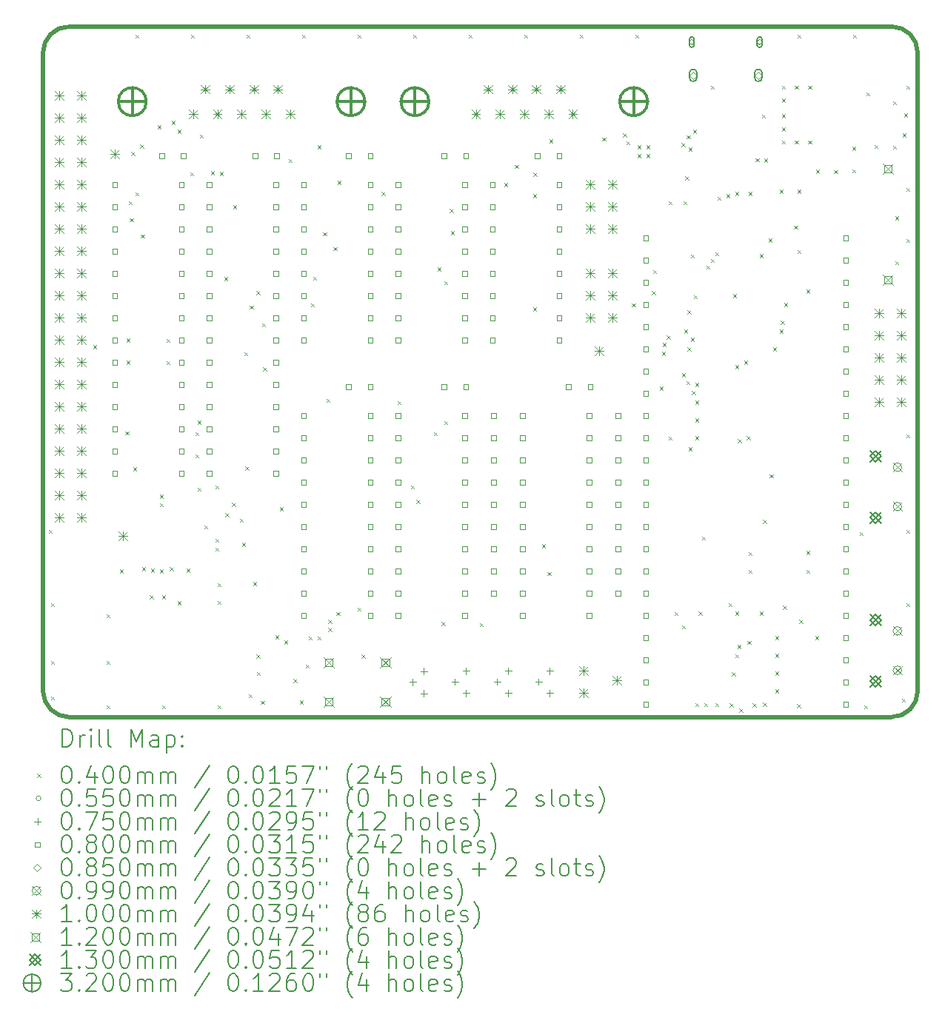
<source format=gbr>
%TF.GenerationSoftware,KiCad,Pcbnew,7.0.2*%
%TF.CreationDate,2023-06-21T14:39:48-07:00*%
%TF.ProjectId,ESP32_Interface,45535033-325f-4496-9e74-657266616365,1*%
%TF.SameCoordinates,Original*%
%TF.FileFunction,Drillmap*%
%TF.FilePolarity,Positive*%
%FSLAX45Y45*%
G04 Gerber Fmt 4.5, Leading zero omitted, Abs format (unit mm)*
G04 Created by KiCad (PCBNEW 7.0.2) date 2023-06-21 14:39:48*
%MOMM*%
%LPD*%
G01*
G04 APERTURE LIST*
%ADD10C,0.500000*%
%ADD11C,0.200000*%
%ADD12C,0.040000*%
%ADD13C,0.055000*%
%ADD14C,0.075000*%
%ADD15C,0.080000*%
%ADD16C,0.085000*%
%ADD17C,0.099000*%
%ADD18C,0.100000*%
%ADD19C,0.120000*%
%ADD20C,0.130000*%
%ADD21C,0.320000*%
G04 APERTURE END LIST*
D10*
X8500000Y-13100000D02*
X8500000Y-5800000D01*
X18200000Y-13400000D02*
G75*
G03*
X18500000Y-13100000I0J300000D01*
G01*
X8500000Y-13100000D02*
G75*
G03*
X8800000Y-13400000I300000J0D01*
G01*
X18200000Y-13400000D02*
X8800000Y-13400000D01*
X8800000Y-5500000D02*
X18200000Y-5500000D01*
X8800000Y-5500000D02*
G75*
G03*
X8500000Y-5800000I0J-300000D01*
G01*
X18500000Y-5800000D02*
G75*
G03*
X18200000Y-5500000I-300000J0D01*
G01*
X18500000Y-5800000D02*
X18500000Y-13100000D01*
D11*
D12*
X8565200Y-11257600D02*
X8605200Y-11297600D01*
X8605200Y-11257600D02*
X8565200Y-11297600D01*
X8590600Y-12095800D02*
X8630600Y-12135800D01*
X8630600Y-12095800D02*
X8590600Y-12135800D01*
X8590600Y-12756200D02*
X8630600Y-12796200D01*
X8630600Y-12756200D02*
X8590600Y-12796200D01*
X8590600Y-13162600D02*
X8630600Y-13202600D01*
X8630600Y-13162600D02*
X8590600Y-13202600D01*
X9071800Y-9141400D02*
X9111800Y-9181400D01*
X9111800Y-9141400D02*
X9071800Y-9181400D01*
X9225600Y-12222800D02*
X9265600Y-12262800D01*
X9265600Y-12222800D02*
X9225600Y-12262800D01*
X9225600Y-12756200D02*
X9265600Y-12796200D01*
X9265600Y-12756200D02*
X9225600Y-12796200D01*
X9225600Y-13264200D02*
X9265600Y-13304200D01*
X9265600Y-13264200D02*
X9225600Y-13304200D01*
X9376600Y-11706800D02*
X9416600Y-11746800D01*
X9416600Y-11706800D02*
X9376600Y-11746800D01*
X9438413Y-10130387D02*
X9478413Y-10170387D01*
X9478413Y-10130387D02*
X9438413Y-10170387D01*
X9454200Y-9065200D02*
X9494200Y-9105200D01*
X9494200Y-9065200D02*
X9454200Y-9105200D01*
X9454200Y-9319200D02*
X9494200Y-9359200D01*
X9494200Y-9319200D02*
X9454200Y-9359200D01*
X9479600Y-7498400D02*
X9519600Y-7538400D01*
X9519600Y-7498400D02*
X9479600Y-7538400D01*
X9491590Y-7692340D02*
X9531590Y-7732340D01*
X9531590Y-7692340D02*
X9491590Y-7732340D01*
X9510959Y-6932764D02*
X9550959Y-6972764D01*
X9550959Y-6932764D02*
X9510959Y-6972764D01*
X9529000Y-10538400D02*
X9569000Y-10578400D01*
X9569000Y-10538400D02*
X9529000Y-10578400D01*
X9555800Y-5593400D02*
X9595800Y-5633400D01*
X9595800Y-5593400D02*
X9555800Y-5633400D01*
X9555800Y-7396800D02*
X9595800Y-7436800D01*
X9595800Y-7396800D02*
X9555800Y-7436800D01*
X9607924Y-6852076D02*
X9647924Y-6892076D01*
X9647924Y-6852076D02*
X9607924Y-6892076D01*
X9618610Y-7877240D02*
X9658610Y-7917240D01*
X9658610Y-7877240D02*
X9618610Y-7917240D01*
X9630600Y-11681400D02*
X9670600Y-11721400D01*
X9670600Y-11681400D02*
X9630600Y-11721400D01*
X9720900Y-12006900D02*
X9760900Y-12046900D01*
X9760900Y-12006900D02*
X9720900Y-12046900D01*
X9732200Y-11702790D02*
X9772200Y-11742790D01*
X9772200Y-11702790D02*
X9732200Y-11742790D01*
X9808400Y-6626800D02*
X9848400Y-6666800D01*
X9848400Y-6626800D02*
X9808400Y-6666800D01*
X9833800Y-10855900D02*
X9873800Y-10895900D01*
X9873800Y-10855900D02*
X9833800Y-10895900D01*
X9833800Y-11706800D02*
X9873800Y-11746800D01*
X9873800Y-11706800D02*
X9833800Y-11746800D01*
X9835200Y-10952800D02*
X9875200Y-10992800D01*
X9875200Y-10952800D02*
X9835200Y-10992800D01*
X9859690Y-12006900D02*
X9899690Y-12046900D01*
X9899690Y-12006900D02*
X9859690Y-12046900D01*
X9860600Y-13264200D02*
X9900600Y-13304200D01*
X9900600Y-13264200D02*
X9860600Y-13304200D01*
X9911400Y-9073200D02*
X9951400Y-9113200D01*
X9951400Y-9073200D02*
X9911400Y-9113200D01*
X9911400Y-9327200D02*
X9951400Y-9367200D01*
X9951400Y-9327200D02*
X9911400Y-9367200D01*
X9950850Y-11681400D02*
X9990850Y-11721400D01*
X9990850Y-11681400D02*
X9950850Y-11721400D01*
X9969090Y-6576000D02*
X10009090Y-6616000D01*
X10009090Y-6576000D02*
X9969090Y-6616000D01*
X10036376Y-12072424D02*
X10076376Y-12112424D01*
X10076376Y-12072424D02*
X10036376Y-12112424D01*
X10037000Y-6677600D02*
X10077000Y-6717600D01*
X10077000Y-6677600D02*
X10037000Y-6717600D01*
X10140000Y-11702100D02*
X10180000Y-11742100D01*
X10180000Y-11702100D02*
X10140000Y-11742100D01*
X10182420Y-7166010D02*
X10222420Y-7206010D01*
X10222420Y-7166010D02*
X10182420Y-7206010D01*
X10190800Y-5593400D02*
X10230800Y-5633400D01*
X10230800Y-5593400D02*
X10190800Y-5633400D01*
X10241600Y-10140000D02*
X10281600Y-10180000D01*
X10281600Y-10140000D02*
X10241600Y-10180000D01*
X10241600Y-10394000D02*
X10281600Y-10434000D01*
X10281600Y-10394000D02*
X10241600Y-10434000D01*
X10265600Y-10005000D02*
X10305600Y-10045000D01*
X10305600Y-10005000D02*
X10265600Y-10045000D01*
X10267000Y-10775000D02*
X10307000Y-10815000D01*
X10307000Y-10775000D02*
X10267000Y-10815000D01*
X10292400Y-6736400D02*
X10332400Y-6776400D01*
X10332400Y-6736400D02*
X10292400Y-6776400D01*
X10343200Y-11206800D02*
X10383200Y-11246800D01*
X10383200Y-11206800D02*
X10343200Y-11246800D01*
X10419400Y-7152010D02*
X10459400Y-7192010D01*
X10459400Y-7152010D02*
X10419400Y-7192010D01*
X10470200Y-10749600D02*
X10510200Y-10789600D01*
X10510200Y-10749600D02*
X10470200Y-10789600D01*
X10470200Y-11359200D02*
X10510200Y-11399200D01*
X10510200Y-11359200D02*
X10470200Y-11399200D01*
X10470200Y-11460800D02*
X10510200Y-11500800D01*
X10510200Y-11460800D02*
X10470200Y-11500800D01*
X10495600Y-11867200D02*
X10535600Y-11907200D01*
X10535600Y-11867200D02*
X10495600Y-11907200D01*
X10495600Y-12070400D02*
X10535600Y-12110400D01*
X10535600Y-12070400D02*
X10495600Y-12110400D01*
X10495600Y-13264200D02*
X10535600Y-13304200D01*
X10535600Y-13264200D02*
X10495600Y-13304200D01*
X10519600Y-7160200D02*
X10559600Y-7200200D01*
X10559600Y-7160200D02*
X10519600Y-7200200D01*
X10571800Y-8366010D02*
X10611800Y-8406010D01*
X10611800Y-8366010D02*
X10571800Y-8406010D01*
X10584500Y-11067100D02*
X10624500Y-11107100D01*
X10624500Y-11067100D02*
X10584500Y-11107100D01*
X10660010Y-10944800D02*
X10700010Y-10984800D01*
X10700010Y-10944800D02*
X10660010Y-10984800D01*
X10672000Y-7541200D02*
X10712000Y-7581200D01*
X10712000Y-7541200D02*
X10672000Y-7581200D01*
X10749600Y-11130600D02*
X10789600Y-11170600D01*
X10789600Y-11130600D02*
X10749600Y-11170600D01*
X10773600Y-11402000D02*
X10813600Y-11442000D01*
X10813600Y-11402000D02*
X10773600Y-11442000D01*
X10800400Y-9225600D02*
X10840400Y-9265600D01*
X10840400Y-9225600D02*
X10800400Y-9265600D01*
X10813100Y-10533700D02*
X10853100Y-10573700D01*
X10853100Y-10533700D02*
X10813100Y-10573700D01*
X10825800Y-5593400D02*
X10865800Y-5633400D01*
X10865800Y-5593400D02*
X10825800Y-5633400D01*
X10851200Y-13137200D02*
X10891200Y-13177200D01*
X10891200Y-13137200D02*
X10851200Y-13177200D01*
X10863900Y-8692200D02*
X10903900Y-8732200D01*
X10903900Y-8692200D02*
X10863900Y-8732200D01*
X10902000Y-11855190D02*
X10942000Y-11895190D01*
X10942000Y-11855190D02*
X10902000Y-11895190D01*
X10940100Y-8527100D02*
X10980100Y-8567100D01*
X10980100Y-8527100D02*
X10940100Y-8567100D01*
X10940790Y-12685080D02*
X10980790Y-12725080D01*
X10980790Y-12685080D02*
X10940790Y-12725080D01*
X10942640Y-12883200D02*
X10982640Y-12923200D01*
X10982640Y-12883200D02*
X10942640Y-12923200D01*
X10988360Y-13213400D02*
X11028360Y-13253400D01*
X11028360Y-13213400D02*
X10988360Y-13253400D01*
X11003600Y-8895400D02*
X11043600Y-8935400D01*
X11043600Y-8895400D02*
X11003600Y-8935400D01*
X11017570Y-9395400D02*
X11057570Y-9435400D01*
X11057570Y-9395400D02*
X11017570Y-9435400D01*
X11156000Y-12464100D02*
X11196000Y-12504100D01*
X11196000Y-12464100D02*
X11156000Y-12504100D01*
X11205400Y-10995600D02*
X11245400Y-11035600D01*
X11245400Y-10995600D02*
X11205400Y-11035600D01*
X11256200Y-12519600D02*
X11296200Y-12559600D01*
X11296200Y-12519600D02*
X11256200Y-12559600D01*
X11308400Y-7015800D02*
X11348400Y-7055800D01*
X11348400Y-7015800D02*
X11308400Y-7055800D01*
X11364280Y-12963900D02*
X11404280Y-13003900D01*
X11404280Y-12963900D02*
X11364280Y-13003900D01*
X11435400Y-13208320D02*
X11475400Y-13248320D01*
X11475400Y-13208320D02*
X11435400Y-13248320D01*
X11460800Y-5593400D02*
X11500800Y-5633400D01*
X11500800Y-5593400D02*
X11460800Y-5633400D01*
X11501440Y-12796840D02*
X11541440Y-12836840D01*
X11541440Y-12796840D02*
X11501440Y-12836840D01*
X11537000Y-12476800D02*
X11577000Y-12516800D01*
X11577000Y-12476800D02*
X11537000Y-12516800D01*
X11562400Y-8666800D02*
X11602400Y-8706800D01*
X11602400Y-8666800D02*
X11562400Y-8706800D01*
X11587800Y-8362000D02*
X11627800Y-8402000D01*
X11627800Y-8362000D02*
X11587800Y-8402000D01*
X11637200Y-6855400D02*
X11677200Y-6895400D01*
X11677200Y-6855400D02*
X11637200Y-6895400D01*
X11638600Y-12476800D02*
X11678600Y-12516800D01*
X11678600Y-12476800D02*
X11638600Y-12516800D01*
X11702100Y-7854000D02*
X11742100Y-7894000D01*
X11742100Y-7854000D02*
X11702100Y-7894000D01*
X11740200Y-9759000D02*
X11780200Y-9799000D01*
X11780200Y-9759000D02*
X11740200Y-9799000D01*
X11758171Y-12377768D02*
X11798171Y-12417768D01*
X11798171Y-12377768D02*
X11758171Y-12417768D01*
X11763370Y-12282720D02*
X11803370Y-12322720D01*
X11803370Y-12282720D02*
X11763370Y-12322720D01*
X11820379Y-8021110D02*
X11860379Y-8061110D01*
X11860379Y-8021110D02*
X11820379Y-8061110D01*
X11854500Y-12197400D02*
X11894500Y-12237400D01*
X11894500Y-12197400D02*
X11854500Y-12237400D01*
X11865800Y-7261800D02*
X11905800Y-7301800D01*
X11905800Y-7261800D02*
X11865800Y-7301800D01*
X12095800Y-5593400D02*
X12135800Y-5633400D01*
X12135800Y-5593400D02*
X12095800Y-5633400D01*
X12095800Y-12146600D02*
X12135800Y-12186600D01*
X12135800Y-12146600D02*
X12095800Y-12186600D01*
X12141520Y-12685080D02*
X12181520Y-12725080D01*
X12181520Y-12685080D02*
X12141520Y-12725080D01*
X12372540Y-7390060D02*
X12412540Y-7430060D01*
X12412540Y-7390060D02*
X12372540Y-7430060D01*
X12553000Y-9784400D02*
X12593000Y-9824400D01*
X12593000Y-9784400D02*
X12553000Y-9824400D01*
X12705400Y-10749600D02*
X12745400Y-10789600D01*
X12745400Y-10749600D02*
X12705400Y-10789600D01*
X12730800Y-5593400D02*
X12770800Y-5633400D01*
X12770800Y-5593400D02*
X12730800Y-5633400D01*
X12769942Y-10914791D02*
X12809942Y-10954791D01*
X12809942Y-10914791D02*
X12769942Y-10954791D01*
X12966723Y-10140025D02*
X13006723Y-10180025D01*
X13006723Y-10140025D02*
X12966723Y-10180025D01*
X13008254Y-8253988D02*
X13048254Y-8293988D01*
X13048254Y-8253988D02*
X13008254Y-8293988D01*
X13055920Y-12309160D02*
X13095920Y-12349160D01*
X13095920Y-12309160D02*
X13055920Y-12349160D01*
X13086400Y-8412800D02*
X13126400Y-8452800D01*
X13126400Y-8412800D02*
X13086400Y-8452800D01*
X13086400Y-10013000D02*
X13126400Y-10053000D01*
X13126400Y-10013000D02*
X13086400Y-10053000D01*
X13149900Y-7587300D02*
X13189900Y-7627300D01*
X13189900Y-7587300D02*
X13149900Y-7627300D01*
X13162600Y-7841300D02*
X13202600Y-7881300D01*
X13202600Y-7841300D02*
X13162600Y-7881300D01*
X13365800Y-5593400D02*
X13405800Y-5633400D01*
X13405800Y-5593400D02*
X13365800Y-5633400D01*
X13492800Y-12324400D02*
X13532800Y-12364400D01*
X13532800Y-12324400D02*
X13492800Y-12364400D01*
X13770800Y-7287200D02*
X13810800Y-7327200D01*
X13810800Y-7287200D02*
X13770800Y-7327200D01*
X13894961Y-7081482D02*
X13934961Y-7121482D01*
X13934961Y-7081482D02*
X13894961Y-7121482D01*
X14000800Y-5593400D02*
X14040800Y-5633400D01*
X14040800Y-5593400D02*
X14000800Y-5633400D01*
X14101000Y-7414890D02*
X14141000Y-7454890D01*
X14141000Y-7414890D02*
X14101000Y-7454890D01*
X14101000Y-8709600D02*
X14141000Y-8749600D01*
X14141000Y-8709600D02*
X14101000Y-8749600D01*
X14104127Y-7168427D02*
X14144127Y-7208427D01*
X14144127Y-7168427D02*
X14104127Y-7208427D01*
X14202600Y-11420160D02*
X14242600Y-11460160D01*
X14242600Y-11420160D02*
X14202600Y-11460160D01*
X14264960Y-11740200D02*
X14304960Y-11780200D01*
X14304960Y-11740200D02*
X14264960Y-11780200D01*
X14287694Y-6790987D02*
X14327694Y-6830987D01*
X14327694Y-6790987D02*
X14287694Y-6830987D01*
X14635800Y-5593400D02*
X14675800Y-5633400D01*
X14675800Y-5593400D02*
X14635800Y-5633400D01*
X14894829Y-6768460D02*
X14934829Y-6808460D01*
X14934829Y-6768460D02*
X14894829Y-6808460D01*
X15131100Y-6723700D02*
X15171100Y-6763700D01*
X15171100Y-6723700D02*
X15131100Y-6763700D01*
X15169200Y-6812600D02*
X15209200Y-6852600D01*
X15209200Y-6812600D02*
X15169200Y-6852600D01*
X15232010Y-8666800D02*
X15272010Y-8706800D01*
X15272010Y-8666800D02*
X15232010Y-8706800D01*
X15270800Y-5593400D02*
X15310800Y-5633400D01*
X15310800Y-5593400D02*
X15270800Y-5633400D01*
X15294800Y-6855400D02*
X15334800Y-6895400D01*
X15334800Y-6855400D02*
X15294800Y-6895400D01*
X15294800Y-6957000D02*
X15334800Y-6997000D01*
X15334800Y-6957000D02*
X15294800Y-6997000D01*
X15396400Y-6855400D02*
X15436400Y-6895400D01*
X15436400Y-6855400D02*
X15396400Y-6895400D01*
X15396400Y-6957000D02*
X15436400Y-6997000D01*
X15436400Y-6957000D02*
X15396400Y-6997000D01*
X15461300Y-8527100D02*
X15501300Y-8567100D01*
X15501300Y-8527100D02*
X15461300Y-8567100D01*
X15474000Y-8285800D02*
X15514000Y-8325800D01*
X15514000Y-8285800D02*
X15474000Y-8325800D01*
X15549892Y-9618918D02*
X15589892Y-9658918D01*
X15589892Y-9618918D02*
X15549892Y-9658918D01*
X15574200Y-9217600D02*
X15614200Y-9257600D01*
X15614200Y-9217600D02*
X15574200Y-9257600D01*
X15584115Y-9119119D02*
X15624115Y-9159119D01*
X15624115Y-9119119D02*
X15584115Y-9159119D01*
X15627193Y-9034234D02*
X15667193Y-9074234D01*
X15667193Y-9034234D02*
X15627193Y-9074234D01*
X15651800Y-7498400D02*
X15691800Y-7538400D01*
X15691800Y-7498400D02*
X15651800Y-7538400D01*
X15651800Y-10190800D02*
X15691800Y-10230800D01*
X15691800Y-10190800D02*
X15651800Y-10230800D01*
X15717840Y-12197400D02*
X15757840Y-12237400D01*
X15757840Y-12197400D02*
X15717840Y-12237400D01*
X15797405Y-6834184D02*
X15837405Y-6874184D01*
X15837405Y-6834184D02*
X15797405Y-6874184D01*
X15804200Y-9466210D02*
X15844200Y-9506210D01*
X15844200Y-9466210D02*
X15804200Y-9506210D01*
X15804200Y-12349800D02*
X15844200Y-12389800D01*
X15844200Y-12349800D02*
X15804200Y-12389800D01*
X15819490Y-7498400D02*
X15859490Y-7538400D01*
X15859490Y-7498400D02*
X15819490Y-7538400D01*
X15828200Y-8963600D02*
X15868200Y-9003600D01*
X15868200Y-8963600D02*
X15828200Y-9003600D01*
X15842990Y-7211000D02*
X15882990Y-7251000D01*
X15882990Y-7211000D02*
X15842990Y-7251000D01*
X15855000Y-9555800D02*
X15895000Y-9595800D01*
X15895000Y-9555800D02*
X15855000Y-9595800D01*
X15860309Y-6742655D02*
X15900309Y-6782655D01*
X15900309Y-6742655D02*
X15860309Y-6782655D01*
X15867900Y-9166800D02*
X15907900Y-9206800D01*
X15907900Y-9166800D02*
X15867900Y-9206800D01*
X15868255Y-8748390D02*
X15908255Y-8788390D01*
X15908255Y-8748390D02*
X15868255Y-8788390D01*
X15880400Y-6880800D02*
X15920400Y-6920800D01*
X15920400Y-6880800D02*
X15880400Y-6920800D01*
X15880400Y-10312720D02*
X15920400Y-10352720D01*
X15920400Y-10312720D02*
X15880400Y-10352720D01*
X15905800Y-8108000D02*
X15945800Y-8148000D01*
X15945800Y-8108000D02*
X15905800Y-8148000D01*
X15905800Y-9060500D02*
X15945800Y-9100500D01*
X15945800Y-9060500D02*
X15905800Y-9100500D01*
X15918500Y-9670100D02*
X15958500Y-9710100D01*
X15958500Y-9670100D02*
X15918500Y-9710100D01*
X15929800Y-6677600D02*
X15969800Y-6717600D01*
X15969800Y-6677600D02*
X15929800Y-6717600D01*
X15937513Y-8571513D02*
X15977513Y-8611513D01*
X15977513Y-8571513D02*
X15937513Y-8611513D01*
X15955200Y-9573200D02*
X15995200Y-9613200D01*
X15995200Y-9573200D02*
X15955200Y-9613200D01*
X15955200Y-9776400D02*
X15995200Y-9816400D01*
X15995200Y-9776400D02*
X15955200Y-9816400D01*
X15955200Y-9979600D02*
X15995200Y-10019600D01*
X15995200Y-9979600D02*
X15955200Y-10019600D01*
X15955200Y-10182800D02*
X15995200Y-10222800D01*
X15995200Y-10182800D02*
X15955200Y-10222800D01*
X15956600Y-13238800D02*
X15996600Y-13278800D01*
X15996600Y-13238800D02*
X15956600Y-13278800D01*
X15996150Y-12189400D02*
X16036150Y-12229400D01*
X16036150Y-12189400D02*
X15996150Y-12229400D01*
X16032800Y-11333800D02*
X16072800Y-11373800D01*
X16072800Y-11333800D02*
X16032800Y-11373800D01*
X16058200Y-13238800D02*
X16098200Y-13278800D01*
X16098200Y-13238800D02*
X16058200Y-13278800D01*
X16083600Y-8235000D02*
X16123600Y-8275000D01*
X16123600Y-8235000D02*
X16083600Y-8275000D01*
X16134400Y-6177600D02*
X16174400Y-6217600D01*
X16174400Y-6177600D02*
X16134400Y-6217600D01*
X16134400Y-8158800D02*
X16174400Y-8198800D01*
X16174400Y-8158800D02*
X16134400Y-8198800D01*
X16185200Y-8082600D02*
X16225200Y-8122600D01*
X16225200Y-8082600D02*
X16185200Y-8122600D01*
X16185200Y-13238800D02*
X16225200Y-13278800D01*
X16225200Y-13238800D02*
X16185200Y-13278800D01*
X16210600Y-7447600D02*
X16250600Y-7487600D01*
X16250600Y-7447600D02*
X16210600Y-7487600D01*
X16310800Y-7414200D02*
X16350800Y-7454200D01*
X16350800Y-7414200D02*
X16310800Y-7454200D01*
X16337600Y-12095800D02*
X16377600Y-12135800D01*
X16377600Y-12095800D02*
X16337600Y-12135800D01*
X16347760Y-13243880D02*
X16387760Y-13283880D01*
X16387760Y-13243880D02*
X16347760Y-13283880D01*
X16373160Y-12888280D02*
X16413160Y-12928280D01*
X16413160Y-12888280D02*
X16373160Y-12928280D01*
X16387000Y-8557200D02*
X16427000Y-8597200D01*
X16427000Y-8557200D02*
X16387000Y-8597200D01*
X16412400Y-7388800D02*
X16452400Y-7428800D01*
X16452400Y-7388800D02*
X16412400Y-7428800D01*
X16412400Y-9370000D02*
X16452400Y-9410000D01*
X16452400Y-9370000D02*
X16412400Y-9410000D01*
X16412400Y-12189400D02*
X16452400Y-12229400D01*
X16452400Y-12189400D02*
X16412400Y-12229400D01*
X16413800Y-12680000D02*
X16453800Y-12720000D01*
X16453800Y-12680000D02*
X16413800Y-12720000D01*
X16437800Y-12570400D02*
X16477800Y-12610400D01*
X16477800Y-12570400D02*
X16437800Y-12610400D01*
X16445185Y-10218137D02*
X16485185Y-10258137D01*
X16485185Y-10218137D02*
X16445185Y-10258137D01*
X16459520Y-13299760D02*
X16499520Y-13339760D01*
X16499520Y-13299760D02*
X16459520Y-13339760D01*
X16514000Y-9319200D02*
X16554000Y-9359200D01*
X16554000Y-9319200D02*
X16514000Y-9359200D01*
X16544925Y-10186675D02*
X16584925Y-10226675D01*
X16584925Y-10186675D02*
X16544925Y-10226675D01*
X16553500Y-12527600D02*
X16593500Y-12567600D01*
X16593500Y-12527600D02*
X16553500Y-12567600D01*
X16564800Y-7388800D02*
X16604800Y-7428800D01*
X16604800Y-7388800D02*
X16564800Y-7428800D01*
X16566200Y-11511600D02*
X16606200Y-11551600D01*
X16606200Y-11511600D02*
X16566200Y-11551600D01*
X16566200Y-11714800D02*
X16606200Y-11754800D01*
X16606200Y-11714800D02*
X16566200Y-11754800D01*
X16611920Y-13243880D02*
X16651920Y-13283880D01*
X16651920Y-13243880D02*
X16611920Y-13283880D01*
X16644003Y-7005798D02*
X16684003Y-7045798D01*
X16684003Y-7005798D02*
X16644003Y-7045798D01*
X16691800Y-8100000D02*
X16731800Y-8140000D01*
X16731800Y-8100000D02*
X16691800Y-8140000D01*
X16691800Y-12189400D02*
X16731800Y-12229400D01*
X16731800Y-12189400D02*
X16691800Y-12229400D01*
X16718600Y-6507800D02*
X16758600Y-6547800D01*
X16758600Y-6507800D02*
X16718600Y-6547800D01*
X16728760Y-13233720D02*
X16768760Y-13273720D01*
X16768760Y-13233720D02*
X16728760Y-13273720D01*
X16731300Y-11143300D02*
X16771300Y-11183300D01*
X16771300Y-11143300D02*
X16731300Y-11183300D01*
X16742600Y-7007800D02*
X16782600Y-7047800D01*
X16782600Y-7007800D02*
X16742600Y-7047800D01*
X16793400Y-7926600D02*
X16833400Y-7966600D01*
X16833400Y-7926600D02*
X16793400Y-7966600D01*
X16809460Y-10622600D02*
X16849460Y-10662600D01*
X16849460Y-10622600D02*
X16809460Y-10662600D01*
X16844200Y-9166800D02*
X16884200Y-9206800D01*
X16884200Y-9166800D02*
X16844200Y-9206800D01*
X16869600Y-12468800D02*
X16909600Y-12508800D01*
X16909600Y-12468800D02*
X16869600Y-12508800D01*
X16869600Y-12672000D02*
X16909600Y-12712000D01*
X16909600Y-12672000D02*
X16869600Y-12712000D01*
X16869600Y-12875200D02*
X16909600Y-12915200D01*
X16909600Y-12875200D02*
X16869600Y-12915200D01*
X16869600Y-13078400D02*
X16909600Y-13118400D01*
X16909600Y-13078400D02*
X16869600Y-13118400D01*
X16920400Y-7363400D02*
X16960400Y-7403400D01*
X16960400Y-7363400D02*
X16920400Y-7403400D01*
X16920400Y-8963600D02*
X16960400Y-9003600D01*
X16960400Y-8963600D02*
X16920400Y-9003600D01*
X16933790Y-8862000D02*
X16973790Y-8902000D01*
X16973790Y-8862000D02*
X16933790Y-8902000D01*
X16947200Y-6177600D02*
X16987200Y-6217600D01*
X16987200Y-6177600D02*
X16947200Y-6217600D01*
X16947200Y-6327600D02*
X16987200Y-6367600D01*
X16987200Y-6327600D02*
X16947200Y-6367600D01*
X16947200Y-6502600D02*
X16987200Y-6542600D01*
X16987200Y-6502600D02*
X16947200Y-6542600D01*
X16947200Y-6652600D02*
X16987200Y-6692600D01*
X16987200Y-6652600D02*
X16947200Y-6692600D01*
X16947200Y-6802600D02*
X16987200Y-6842600D01*
X16987200Y-6802600D02*
X16947200Y-6842600D01*
X16957360Y-12126280D02*
X16997360Y-12166280D01*
X16997360Y-12126280D02*
X16957360Y-12166280D01*
X16971200Y-8658800D02*
X17011200Y-8698800D01*
X17011200Y-8658800D02*
X16971200Y-8698800D01*
X17086900Y-7777800D02*
X17126900Y-7817800D01*
X17126900Y-7777800D02*
X17086900Y-7817800D01*
X17097200Y-6177600D02*
X17137200Y-6217600D01*
X17137200Y-6177600D02*
X17097200Y-6217600D01*
X17097200Y-6802600D02*
X17137200Y-6842600D01*
X17137200Y-6802600D02*
X17097200Y-6842600D01*
X17119920Y-13248960D02*
X17159920Y-13288960D01*
X17159920Y-13248960D02*
X17119920Y-13288960D01*
X17123600Y-7363400D02*
X17163600Y-7403400D01*
X17163600Y-7363400D02*
X17123600Y-7403400D01*
X17125000Y-5593400D02*
X17165000Y-5633400D01*
X17165000Y-5593400D02*
X17125000Y-5633400D01*
X17125000Y-8057200D02*
X17165000Y-8097200D01*
X17165000Y-8057200D02*
X17125000Y-8097200D01*
X17145320Y-12283760D02*
X17185320Y-12323760D01*
X17185320Y-12283760D02*
X17145320Y-12323760D01*
X17225200Y-8506400D02*
X17265200Y-8546400D01*
X17265200Y-8506400D02*
X17225200Y-8546400D01*
X17226600Y-11498900D02*
X17266600Y-11538900D01*
X17266600Y-11498900D02*
X17226600Y-11538900D01*
X17226600Y-11714800D02*
X17266600Y-11754800D01*
X17266600Y-11714800D02*
X17226600Y-11754800D01*
X17247200Y-6177600D02*
X17287200Y-6217600D01*
X17287200Y-6177600D02*
X17247200Y-6217600D01*
X17247200Y-6802600D02*
X17287200Y-6842600D01*
X17287200Y-6802600D02*
X17247200Y-6842600D01*
X17326800Y-12468800D02*
X17366800Y-12508800D01*
X17366800Y-12468800D02*
X17326800Y-12508800D01*
X17335200Y-7135800D02*
X17375200Y-7175800D01*
X17375200Y-7135800D02*
X17335200Y-7175800D01*
X17541950Y-7142800D02*
X17581950Y-7182800D01*
X17581950Y-7142800D02*
X17541950Y-7182800D01*
X17749450Y-6873950D02*
X17789450Y-6913950D01*
X17789450Y-6873950D02*
X17749450Y-6913950D01*
X17749450Y-7132250D02*
X17789450Y-7172250D01*
X17789450Y-7132250D02*
X17749450Y-7172250D01*
X17760000Y-5593400D02*
X17800000Y-5633400D01*
X17800000Y-5593400D02*
X17760000Y-5633400D01*
X17836200Y-11283000D02*
X17876200Y-11323000D01*
X17876200Y-11283000D02*
X17836200Y-11323000D01*
X17887000Y-13264200D02*
X17927000Y-13304200D01*
X17927000Y-13264200D02*
X17887000Y-13304200D01*
X17912400Y-6253800D02*
X17952400Y-6293800D01*
X17952400Y-6253800D02*
X17912400Y-6293800D01*
X18003500Y-6852900D02*
X18043500Y-6892900D01*
X18043500Y-6852900D02*
X18003500Y-6892900D01*
X18217200Y-6355400D02*
X18257200Y-6395400D01*
X18257200Y-6355400D02*
X18217200Y-6395400D01*
X18217200Y-6863400D02*
X18257200Y-6903400D01*
X18257200Y-6863400D02*
X18217200Y-6903400D01*
X18241200Y-7668200D02*
X18281200Y-7708200D01*
X18281200Y-7668200D02*
X18241200Y-7708200D01*
X18242600Y-8184200D02*
X18282600Y-8224200D01*
X18282600Y-8184200D02*
X18242600Y-8224200D01*
X18318800Y-13188000D02*
X18358800Y-13228000D01*
X18358800Y-13188000D02*
X18318800Y-13228000D01*
X18325300Y-6723480D02*
X18365300Y-6763480D01*
X18365300Y-6723480D02*
X18325300Y-6763480D01*
X18344200Y-6494880D02*
X18384200Y-6534880D01*
X18384200Y-6494880D02*
X18344200Y-6534880D01*
X18369600Y-6177600D02*
X18409600Y-6217600D01*
X18409600Y-6177600D02*
X18369600Y-6217600D01*
X18369600Y-7346000D02*
X18409600Y-7386000D01*
X18409600Y-7346000D02*
X18369600Y-7386000D01*
X18369600Y-7930200D02*
X18409600Y-7970200D01*
X18409600Y-7930200D02*
X18369600Y-7970200D01*
X18369600Y-10165400D02*
X18409600Y-10205400D01*
X18409600Y-10165400D02*
X18369600Y-10205400D01*
X18369600Y-11257600D02*
X18409600Y-11297600D01*
X18409600Y-11257600D02*
X18369600Y-11297600D01*
X18369600Y-12095800D02*
X18409600Y-12135800D01*
X18409600Y-12095800D02*
X18369600Y-12135800D01*
D13*
X15945400Y-5678940D02*
G75*
G03*
X15945400Y-5678940I-27500J0D01*
G01*
D11*
X15945400Y-5711440D02*
X15945400Y-5646440D01*
X15945400Y-5646440D02*
G75*
G03*
X15890400Y-5646440I-27500J0D01*
G01*
X15890400Y-5646440D02*
X15890400Y-5711440D01*
X15890400Y-5711440D02*
G75*
G03*
X15945400Y-5711440I27500J0D01*
G01*
D13*
X16720400Y-5678940D02*
G75*
G03*
X16720400Y-5678940I-27500J0D01*
G01*
D11*
X16720400Y-5711440D02*
X16720400Y-5646440D01*
X16720400Y-5646440D02*
G75*
G03*
X16665400Y-5646440I-27500J0D01*
G01*
X16665400Y-5646440D02*
X16665400Y-5711440D01*
X16665400Y-5711440D02*
G75*
G03*
X16720400Y-5711440I27500J0D01*
G01*
D14*
X12725400Y-12961300D02*
X12725400Y-13036300D01*
X12687900Y-12998800D02*
X12762900Y-12998800D01*
X12852400Y-12835300D02*
X12852400Y-12910300D01*
X12814900Y-12872800D02*
X12889900Y-12872800D01*
X12852400Y-13089300D02*
X12852400Y-13164300D01*
X12814900Y-13126800D02*
X12889900Y-13126800D01*
X13208000Y-12958300D02*
X13208000Y-13033300D01*
X13170500Y-12995800D02*
X13245500Y-12995800D01*
X13335000Y-12832300D02*
X13335000Y-12907300D01*
X13297500Y-12869800D02*
X13372500Y-12869800D01*
X13335000Y-13086300D02*
X13335000Y-13161300D01*
X13297500Y-13123800D02*
X13372500Y-13123800D01*
X13690600Y-12958300D02*
X13690600Y-13033300D01*
X13653100Y-12995800D02*
X13728100Y-12995800D01*
X13817600Y-12832300D02*
X13817600Y-12907300D01*
X13780100Y-12869800D02*
X13855100Y-12869800D01*
X13817600Y-13086300D02*
X13817600Y-13161300D01*
X13780100Y-13123800D02*
X13855100Y-13123800D01*
X14167400Y-12958300D02*
X14167400Y-13033300D01*
X14129900Y-12995800D02*
X14204900Y-12995800D01*
X14294400Y-12832300D02*
X14294400Y-12907300D01*
X14256900Y-12869800D02*
X14331900Y-12869800D01*
X14294400Y-13086300D02*
X14294400Y-13161300D01*
X14256900Y-13123800D02*
X14331900Y-13123800D01*
D15*
X9348685Y-7335484D02*
X9348685Y-7278915D01*
X9292116Y-7278915D01*
X9292116Y-7335484D01*
X9348685Y-7335484D01*
X9348685Y-7589484D02*
X9348685Y-7532915D01*
X9292116Y-7532915D01*
X9292116Y-7589484D01*
X9348685Y-7589484D01*
X9348685Y-7843484D02*
X9348685Y-7786915D01*
X9292116Y-7786915D01*
X9292116Y-7843484D01*
X9348685Y-7843484D01*
X9348685Y-8097484D02*
X9348685Y-8040915D01*
X9292116Y-8040915D01*
X9292116Y-8097484D01*
X9348685Y-8097484D01*
X9348685Y-8351484D02*
X9348685Y-8294915D01*
X9292116Y-8294915D01*
X9292116Y-8351484D01*
X9348685Y-8351484D01*
X9348685Y-8605485D02*
X9348685Y-8548916D01*
X9292116Y-8548916D01*
X9292116Y-8605485D01*
X9348685Y-8605485D01*
X9348685Y-8859485D02*
X9348685Y-8802916D01*
X9292116Y-8802916D01*
X9292116Y-8859485D01*
X9348685Y-8859485D01*
X9348685Y-9113485D02*
X9348685Y-9056916D01*
X9292116Y-9056916D01*
X9292116Y-9113485D01*
X9348685Y-9113485D01*
X9348685Y-9367485D02*
X9348685Y-9310916D01*
X9292116Y-9310916D01*
X9292116Y-9367485D01*
X9348685Y-9367485D01*
X9348685Y-9621485D02*
X9348685Y-9564916D01*
X9292116Y-9564916D01*
X9292116Y-9621485D01*
X9348685Y-9621485D01*
X9348685Y-9875485D02*
X9348685Y-9818916D01*
X9292116Y-9818916D01*
X9292116Y-9875485D01*
X9348685Y-9875485D01*
X9348685Y-10129485D02*
X9348685Y-10072916D01*
X9292116Y-10072916D01*
X9292116Y-10129485D01*
X9348685Y-10129485D01*
X9348685Y-10383485D02*
X9348685Y-10326916D01*
X9292116Y-10326916D01*
X9292116Y-10383485D01*
X9348685Y-10383485D01*
X9348685Y-10637485D02*
X9348685Y-10580916D01*
X9292116Y-10580916D01*
X9292116Y-10637485D01*
X9348685Y-10637485D01*
X9884085Y-7005284D02*
X9884085Y-6948715D01*
X9827516Y-6948715D01*
X9827516Y-7005284D01*
X9884085Y-7005284D01*
X10110685Y-7335484D02*
X10110685Y-7278915D01*
X10054116Y-7278915D01*
X10054116Y-7335484D01*
X10110685Y-7335484D01*
X10110685Y-7589484D02*
X10110685Y-7532915D01*
X10054116Y-7532915D01*
X10054116Y-7589484D01*
X10110685Y-7589484D01*
X10110685Y-7843484D02*
X10110685Y-7786915D01*
X10054116Y-7786915D01*
X10054116Y-7843484D01*
X10110685Y-7843484D01*
X10110685Y-8097484D02*
X10110685Y-8040915D01*
X10054116Y-8040915D01*
X10054116Y-8097484D01*
X10110685Y-8097484D01*
X10110685Y-8351484D02*
X10110685Y-8294915D01*
X10054116Y-8294915D01*
X10054116Y-8351484D01*
X10110685Y-8351484D01*
X10110685Y-8605485D02*
X10110685Y-8548916D01*
X10054116Y-8548916D01*
X10054116Y-8605485D01*
X10110685Y-8605485D01*
X10110685Y-8859485D02*
X10110685Y-8802916D01*
X10054116Y-8802916D01*
X10054116Y-8859485D01*
X10110685Y-8859485D01*
X10110685Y-9113485D02*
X10110685Y-9056916D01*
X10054116Y-9056916D01*
X10054116Y-9113485D01*
X10110685Y-9113485D01*
X10110685Y-9367485D02*
X10110685Y-9310916D01*
X10054116Y-9310916D01*
X10054116Y-9367485D01*
X10110685Y-9367485D01*
X10110685Y-9621485D02*
X10110685Y-9564916D01*
X10054116Y-9564916D01*
X10054116Y-9621485D01*
X10110685Y-9621485D01*
X10110685Y-9875485D02*
X10110685Y-9818916D01*
X10054116Y-9818916D01*
X10054116Y-9875485D01*
X10110685Y-9875485D01*
X10110685Y-10129485D02*
X10110685Y-10072916D01*
X10054116Y-10072916D01*
X10054116Y-10129485D01*
X10110685Y-10129485D01*
X10110685Y-10383485D02*
X10110685Y-10326916D01*
X10054116Y-10326916D01*
X10054116Y-10383485D01*
X10110685Y-10383485D01*
X10110685Y-10637485D02*
X10110685Y-10580916D01*
X10054116Y-10580916D01*
X10054116Y-10637485D01*
X10110685Y-10637485D01*
X10134085Y-7005284D02*
X10134085Y-6948715D01*
X10077516Y-6948715D01*
X10077516Y-7005284D01*
X10134085Y-7005284D01*
X10428185Y-7335484D02*
X10428185Y-7278915D01*
X10371616Y-7278915D01*
X10371616Y-7335484D01*
X10428185Y-7335484D01*
X10428185Y-7589484D02*
X10428185Y-7532915D01*
X10371616Y-7532915D01*
X10371616Y-7589484D01*
X10428185Y-7589484D01*
X10428185Y-7843484D02*
X10428185Y-7786915D01*
X10371616Y-7786915D01*
X10371616Y-7843484D01*
X10428185Y-7843484D01*
X10428185Y-8097484D02*
X10428185Y-8040915D01*
X10371616Y-8040915D01*
X10371616Y-8097484D01*
X10428185Y-8097484D01*
X10428185Y-8351484D02*
X10428185Y-8294915D01*
X10371616Y-8294915D01*
X10371616Y-8351484D01*
X10428185Y-8351484D01*
X10428185Y-8605485D02*
X10428185Y-8548916D01*
X10371616Y-8548916D01*
X10371616Y-8605485D01*
X10428185Y-8605485D01*
X10428185Y-8859485D02*
X10428185Y-8802916D01*
X10371616Y-8802916D01*
X10371616Y-8859485D01*
X10428185Y-8859485D01*
X10428185Y-9113485D02*
X10428185Y-9056916D01*
X10371616Y-9056916D01*
X10371616Y-9113485D01*
X10428185Y-9113485D01*
X10428185Y-9367485D02*
X10428185Y-9310916D01*
X10371616Y-9310916D01*
X10371616Y-9367485D01*
X10428185Y-9367485D01*
X10428185Y-9621485D02*
X10428185Y-9564916D01*
X10371616Y-9564916D01*
X10371616Y-9621485D01*
X10428185Y-9621485D01*
X10428185Y-9875485D02*
X10428185Y-9818916D01*
X10371616Y-9818916D01*
X10371616Y-9875485D01*
X10428185Y-9875485D01*
X10428185Y-10129485D02*
X10428185Y-10072916D01*
X10371616Y-10072916D01*
X10371616Y-10129485D01*
X10428185Y-10129485D01*
X10428185Y-10383485D02*
X10428185Y-10326916D01*
X10371616Y-10326916D01*
X10371616Y-10383485D01*
X10428185Y-10383485D01*
X10428185Y-10637485D02*
X10428185Y-10580916D01*
X10371616Y-10580916D01*
X10371616Y-10637485D01*
X10428185Y-10637485D01*
X10950885Y-7005284D02*
X10950885Y-6948715D01*
X10894316Y-6948715D01*
X10894316Y-7005284D01*
X10950885Y-7005284D01*
X11190184Y-7335484D02*
X11190184Y-7278915D01*
X11133616Y-7278915D01*
X11133616Y-7335484D01*
X11190184Y-7335484D01*
X11190184Y-7589484D02*
X11190184Y-7532915D01*
X11133616Y-7532915D01*
X11133616Y-7589484D01*
X11190184Y-7589484D01*
X11190184Y-7843484D02*
X11190184Y-7786915D01*
X11133616Y-7786915D01*
X11133616Y-7843484D01*
X11190184Y-7843484D01*
X11190184Y-8097484D02*
X11190184Y-8040915D01*
X11133616Y-8040915D01*
X11133616Y-8097484D01*
X11190184Y-8097484D01*
X11190184Y-8351484D02*
X11190184Y-8294915D01*
X11133616Y-8294915D01*
X11133616Y-8351484D01*
X11190184Y-8351484D01*
X11190184Y-8605485D02*
X11190184Y-8548916D01*
X11133616Y-8548916D01*
X11133616Y-8605485D01*
X11190184Y-8605485D01*
X11190184Y-8859485D02*
X11190184Y-8802916D01*
X11133616Y-8802916D01*
X11133616Y-8859485D01*
X11190184Y-8859485D01*
X11190184Y-9113485D02*
X11190184Y-9056916D01*
X11133616Y-9056916D01*
X11133616Y-9113485D01*
X11190184Y-9113485D01*
X11190184Y-9367485D02*
X11190184Y-9310916D01*
X11133616Y-9310916D01*
X11133616Y-9367485D01*
X11190184Y-9367485D01*
X11190184Y-9621485D02*
X11190184Y-9564916D01*
X11133616Y-9564916D01*
X11133616Y-9621485D01*
X11190184Y-9621485D01*
X11190184Y-9875485D02*
X11190184Y-9818916D01*
X11133616Y-9818916D01*
X11133616Y-9875485D01*
X11190184Y-9875485D01*
X11190184Y-10129485D02*
X11190184Y-10072916D01*
X11133616Y-10072916D01*
X11133616Y-10129485D01*
X11190184Y-10129485D01*
X11190184Y-10383485D02*
X11190184Y-10326916D01*
X11133616Y-10326916D01*
X11133616Y-10383485D01*
X11190184Y-10383485D01*
X11190184Y-10637485D02*
X11190184Y-10580916D01*
X11133616Y-10580916D01*
X11133616Y-10637485D01*
X11190184Y-10637485D01*
X11200884Y-7005284D02*
X11200884Y-6948715D01*
X11144316Y-6948715D01*
X11144316Y-7005284D01*
X11200884Y-7005284D01*
X11507684Y-7335484D02*
X11507684Y-7278915D01*
X11451115Y-7278915D01*
X11451115Y-7335484D01*
X11507684Y-7335484D01*
X11507684Y-7589484D02*
X11507684Y-7532915D01*
X11451115Y-7532915D01*
X11451115Y-7589484D01*
X11507684Y-7589484D01*
X11507684Y-7843484D02*
X11507684Y-7786915D01*
X11451115Y-7786915D01*
X11451115Y-7843484D01*
X11507684Y-7843484D01*
X11507684Y-8097484D02*
X11507684Y-8040915D01*
X11451115Y-8040915D01*
X11451115Y-8097484D01*
X11507684Y-8097484D01*
X11507684Y-8351484D02*
X11507684Y-8294915D01*
X11451115Y-8294915D01*
X11451115Y-8351484D01*
X11507684Y-8351484D01*
X11507684Y-8605485D02*
X11507684Y-8548916D01*
X11451115Y-8548916D01*
X11451115Y-8605485D01*
X11507684Y-8605485D01*
X11507684Y-8859485D02*
X11507684Y-8802916D01*
X11451115Y-8802916D01*
X11451115Y-8859485D01*
X11507684Y-8859485D01*
X11507684Y-9113485D02*
X11507684Y-9056916D01*
X11451115Y-9056916D01*
X11451115Y-9113485D01*
X11507684Y-9113485D01*
X11507684Y-9977085D02*
X11507684Y-9920516D01*
X11451115Y-9920516D01*
X11451115Y-9977085D01*
X11507684Y-9977085D01*
X11507684Y-10231085D02*
X11507684Y-10174516D01*
X11451115Y-10174516D01*
X11451115Y-10231085D01*
X11507684Y-10231085D01*
X11507684Y-10485085D02*
X11507684Y-10428516D01*
X11451115Y-10428516D01*
X11451115Y-10485085D01*
X11507684Y-10485085D01*
X11507684Y-10739085D02*
X11507684Y-10682516D01*
X11451115Y-10682516D01*
X11451115Y-10739085D01*
X11507684Y-10739085D01*
X11507684Y-10993085D02*
X11507684Y-10936516D01*
X11451115Y-10936516D01*
X11451115Y-10993085D01*
X11507684Y-10993085D01*
X11507684Y-11247084D02*
X11507684Y-11190515D01*
X11451115Y-11190515D01*
X11451115Y-11247084D01*
X11507684Y-11247084D01*
X11507684Y-11501084D02*
X11507684Y-11444515D01*
X11451115Y-11444515D01*
X11451115Y-11501084D01*
X11507684Y-11501084D01*
X11507684Y-11755084D02*
X11507684Y-11698515D01*
X11451115Y-11698515D01*
X11451115Y-11755084D01*
X11507684Y-11755084D01*
X11507684Y-12009084D02*
X11507684Y-11952515D01*
X11451115Y-11952515D01*
X11451115Y-12009084D01*
X11507684Y-12009084D01*
X11507684Y-12263084D02*
X11507684Y-12206515D01*
X11451115Y-12206515D01*
X11451115Y-12263084D01*
X11507684Y-12263084D01*
X12019684Y-7005284D02*
X12019684Y-6948715D01*
X11963115Y-6948715D01*
X11963115Y-7005284D01*
X12019684Y-7005284D01*
X12019684Y-9646885D02*
X12019684Y-9590316D01*
X11963115Y-9590316D01*
X11963115Y-9646885D01*
X12019684Y-9646885D01*
X12269684Y-7005284D02*
X12269684Y-6948715D01*
X12213115Y-6948715D01*
X12213115Y-7005284D01*
X12269684Y-7005284D01*
X12269684Y-7335484D02*
X12269684Y-7278915D01*
X12213115Y-7278915D01*
X12213115Y-7335484D01*
X12269684Y-7335484D01*
X12269684Y-7589484D02*
X12269684Y-7532915D01*
X12213115Y-7532915D01*
X12213115Y-7589484D01*
X12269684Y-7589484D01*
X12269684Y-7843484D02*
X12269684Y-7786915D01*
X12213115Y-7786915D01*
X12213115Y-7843484D01*
X12269684Y-7843484D01*
X12269684Y-8097484D02*
X12269684Y-8040915D01*
X12213115Y-8040915D01*
X12213115Y-8097484D01*
X12269684Y-8097484D01*
X12269684Y-8351484D02*
X12269684Y-8294915D01*
X12213115Y-8294915D01*
X12213115Y-8351484D01*
X12269684Y-8351484D01*
X12269684Y-8605485D02*
X12269684Y-8548916D01*
X12213115Y-8548916D01*
X12213115Y-8605485D01*
X12269684Y-8605485D01*
X12269684Y-8859485D02*
X12269684Y-8802916D01*
X12213115Y-8802916D01*
X12213115Y-8859485D01*
X12269684Y-8859485D01*
X12269684Y-9113485D02*
X12269684Y-9056916D01*
X12213115Y-9056916D01*
X12213115Y-9113485D01*
X12269684Y-9113485D01*
X12269684Y-9646885D02*
X12269684Y-9590316D01*
X12213115Y-9590316D01*
X12213115Y-9646885D01*
X12269684Y-9646885D01*
X12269684Y-9977085D02*
X12269684Y-9920516D01*
X12213115Y-9920516D01*
X12213115Y-9977085D01*
X12269684Y-9977085D01*
X12269684Y-10231085D02*
X12269684Y-10174516D01*
X12213115Y-10174516D01*
X12213115Y-10231085D01*
X12269684Y-10231085D01*
X12269684Y-10485085D02*
X12269684Y-10428516D01*
X12213115Y-10428516D01*
X12213115Y-10485085D01*
X12269684Y-10485085D01*
X12269684Y-10739085D02*
X12269684Y-10682516D01*
X12213115Y-10682516D01*
X12213115Y-10739085D01*
X12269684Y-10739085D01*
X12269684Y-10993085D02*
X12269684Y-10936516D01*
X12213115Y-10936516D01*
X12213115Y-10993085D01*
X12269684Y-10993085D01*
X12269684Y-11247084D02*
X12269684Y-11190515D01*
X12213115Y-11190515D01*
X12213115Y-11247084D01*
X12269684Y-11247084D01*
X12269684Y-11501084D02*
X12269684Y-11444515D01*
X12213115Y-11444515D01*
X12213115Y-11501084D01*
X12269684Y-11501084D01*
X12269684Y-11755084D02*
X12269684Y-11698515D01*
X12213115Y-11698515D01*
X12213115Y-11755084D01*
X12269684Y-11755084D01*
X12269684Y-12009084D02*
X12269684Y-11952515D01*
X12213115Y-11952515D01*
X12213115Y-12009084D01*
X12269684Y-12009084D01*
X12269684Y-12263084D02*
X12269684Y-12206515D01*
X12213115Y-12206515D01*
X12213115Y-12263084D01*
X12269684Y-12263084D01*
X12587184Y-7335484D02*
X12587184Y-7278915D01*
X12530615Y-7278915D01*
X12530615Y-7335484D01*
X12587184Y-7335484D01*
X12587184Y-7589484D02*
X12587184Y-7532915D01*
X12530615Y-7532915D01*
X12530615Y-7589484D01*
X12587184Y-7589484D01*
X12587184Y-7843484D02*
X12587184Y-7786915D01*
X12530615Y-7786915D01*
X12530615Y-7843484D01*
X12587184Y-7843484D01*
X12587184Y-8097484D02*
X12587184Y-8040915D01*
X12530615Y-8040915D01*
X12530615Y-8097484D01*
X12587184Y-8097484D01*
X12587184Y-8351484D02*
X12587184Y-8294915D01*
X12530615Y-8294915D01*
X12530615Y-8351484D01*
X12587184Y-8351484D01*
X12587184Y-8605485D02*
X12587184Y-8548916D01*
X12530615Y-8548916D01*
X12530615Y-8605485D01*
X12587184Y-8605485D01*
X12587184Y-8859485D02*
X12587184Y-8802916D01*
X12530615Y-8802916D01*
X12530615Y-8859485D01*
X12587184Y-8859485D01*
X12587184Y-9113485D02*
X12587184Y-9056916D01*
X12530615Y-9056916D01*
X12530615Y-9113485D01*
X12587184Y-9113485D01*
X12587184Y-9977085D02*
X12587184Y-9920516D01*
X12530615Y-9920516D01*
X12530615Y-9977085D01*
X12587184Y-9977085D01*
X12587184Y-10231085D02*
X12587184Y-10174516D01*
X12530615Y-10174516D01*
X12530615Y-10231085D01*
X12587184Y-10231085D01*
X12587184Y-10485085D02*
X12587184Y-10428516D01*
X12530615Y-10428516D01*
X12530615Y-10485085D01*
X12587184Y-10485085D01*
X12587184Y-10739085D02*
X12587184Y-10682516D01*
X12530615Y-10682516D01*
X12530615Y-10739085D01*
X12587184Y-10739085D01*
X12587184Y-10993085D02*
X12587184Y-10936516D01*
X12530615Y-10936516D01*
X12530615Y-10993085D01*
X12587184Y-10993085D01*
X12587184Y-11247084D02*
X12587184Y-11190515D01*
X12530615Y-11190515D01*
X12530615Y-11247084D01*
X12587184Y-11247084D01*
X12587184Y-11501084D02*
X12587184Y-11444515D01*
X12530615Y-11444515D01*
X12530615Y-11501084D01*
X12587184Y-11501084D01*
X12587184Y-11755084D02*
X12587184Y-11698515D01*
X12530615Y-11698515D01*
X12530615Y-11755084D01*
X12587184Y-11755084D01*
X12587184Y-12009084D02*
X12587184Y-11952515D01*
X12530615Y-11952515D01*
X12530615Y-12009084D01*
X12587184Y-12009084D01*
X12587184Y-12263084D02*
X12587184Y-12206515D01*
X12530615Y-12206515D01*
X12530615Y-12263084D01*
X12587184Y-12263084D01*
X13111884Y-7005284D02*
X13111884Y-6948715D01*
X13055315Y-6948715D01*
X13055315Y-7005284D01*
X13111884Y-7005284D01*
X13111884Y-9646885D02*
X13111884Y-9590316D01*
X13055315Y-9590316D01*
X13055315Y-9646885D01*
X13111884Y-9646885D01*
X13349184Y-7335484D02*
X13349184Y-7278915D01*
X13292615Y-7278915D01*
X13292615Y-7335484D01*
X13349184Y-7335484D01*
X13349184Y-7589484D02*
X13349184Y-7532915D01*
X13292615Y-7532915D01*
X13292615Y-7589484D01*
X13349184Y-7589484D01*
X13349184Y-7843484D02*
X13349184Y-7786915D01*
X13292615Y-7786915D01*
X13292615Y-7843484D01*
X13349184Y-7843484D01*
X13349184Y-8097484D02*
X13349184Y-8040915D01*
X13292615Y-8040915D01*
X13292615Y-8097484D01*
X13349184Y-8097484D01*
X13349184Y-8351484D02*
X13349184Y-8294915D01*
X13292615Y-8294915D01*
X13292615Y-8351484D01*
X13349184Y-8351484D01*
X13349184Y-8605485D02*
X13349184Y-8548916D01*
X13292615Y-8548916D01*
X13292615Y-8605485D01*
X13349184Y-8605485D01*
X13349184Y-8859485D02*
X13349184Y-8802916D01*
X13292615Y-8802916D01*
X13292615Y-8859485D01*
X13349184Y-8859485D01*
X13349184Y-9113485D02*
X13349184Y-9056916D01*
X13292615Y-9056916D01*
X13292615Y-9113485D01*
X13349184Y-9113485D01*
X13349184Y-9977085D02*
X13349184Y-9920516D01*
X13292615Y-9920516D01*
X13292615Y-9977085D01*
X13349184Y-9977085D01*
X13349184Y-10231085D02*
X13349184Y-10174516D01*
X13292615Y-10174516D01*
X13292615Y-10231085D01*
X13349184Y-10231085D01*
X13349184Y-10485085D02*
X13349184Y-10428516D01*
X13292615Y-10428516D01*
X13292615Y-10485085D01*
X13349184Y-10485085D01*
X13349184Y-10739085D02*
X13349184Y-10682516D01*
X13292615Y-10682516D01*
X13292615Y-10739085D01*
X13349184Y-10739085D01*
X13349184Y-10993085D02*
X13349184Y-10936516D01*
X13292615Y-10936516D01*
X13292615Y-10993085D01*
X13349184Y-10993085D01*
X13349184Y-11247084D02*
X13349184Y-11190515D01*
X13292615Y-11190515D01*
X13292615Y-11247084D01*
X13349184Y-11247084D01*
X13349184Y-11501084D02*
X13349184Y-11444515D01*
X13292615Y-11444515D01*
X13292615Y-11501084D01*
X13349184Y-11501084D01*
X13349184Y-11755084D02*
X13349184Y-11698515D01*
X13292615Y-11698515D01*
X13292615Y-11755084D01*
X13349184Y-11755084D01*
X13349184Y-12009084D02*
X13349184Y-11952515D01*
X13292615Y-11952515D01*
X13292615Y-12009084D01*
X13349184Y-12009084D01*
X13349184Y-12263084D02*
X13349184Y-12206515D01*
X13292615Y-12206515D01*
X13292615Y-12263084D01*
X13349184Y-12263084D01*
X13361884Y-7005284D02*
X13361884Y-6948715D01*
X13305315Y-6948715D01*
X13305315Y-7005284D01*
X13361884Y-7005284D01*
X13361884Y-9646885D02*
X13361884Y-9590316D01*
X13305315Y-9590316D01*
X13305315Y-9646885D01*
X13361884Y-9646885D01*
X13666684Y-7335484D02*
X13666684Y-7278915D01*
X13610115Y-7278915D01*
X13610115Y-7335484D01*
X13666684Y-7335484D01*
X13666684Y-7589484D02*
X13666684Y-7532915D01*
X13610115Y-7532915D01*
X13610115Y-7589484D01*
X13666684Y-7589484D01*
X13666684Y-7843484D02*
X13666684Y-7786915D01*
X13610115Y-7786915D01*
X13610115Y-7843484D01*
X13666684Y-7843484D01*
X13666684Y-8097484D02*
X13666684Y-8040915D01*
X13610115Y-8040915D01*
X13610115Y-8097484D01*
X13666684Y-8097484D01*
X13666684Y-8351484D02*
X13666684Y-8294915D01*
X13610115Y-8294915D01*
X13610115Y-8351484D01*
X13666684Y-8351484D01*
X13666684Y-8605485D02*
X13666684Y-8548916D01*
X13610115Y-8548916D01*
X13610115Y-8605485D01*
X13666684Y-8605485D01*
X13666684Y-8859485D02*
X13666684Y-8802916D01*
X13610115Y-8802916D01*
X13610115Y-8859485D01*
X13666684Y-8859485D01*
X13666684Y-9113485D02*
X13666684Y-9056916D01*
X13610115Y-9056916D01*
X13610115Y-9113485D01*
X13666684Y-9113485D01*
X13679384Y-9977085D02*
X13679384Y-9920516D01*
X13622815Y-9920516D01*
X13622815Y-9977085D01*
X13679384Y-9977085D01*
X13679384Y-10231085D02*
X13679384Y-10174516D01*
X13622815Y-10174516D01*
X13622815Y-10231085D01*
X13679384Y-10231085D01*
X13679384Y-10485085D02*
X13679384Y-10428516D01*
X13622815Y-10428516D01*
X13622815Y-10485085D01*
X13679384Y-10485085D01*
X13679384Y-10739085D02*
X13679384Y-10682516D01*
X13622815Y-10682516D01*
X13622815Y-10739085D01*
X13679384Y-10739085D01*
X13679384Y-10993085D02*
X13679384Y-10936516D01*
X13622815Y-10936516D01*
X13622815Y-10993085D01*
X13679384Y-10993085D01*
X13679384Y-11247084D02*
X13679384Y-11190515D01*
X13622815Y-11190515D01*
X13622815Y-11247084D01*
X13679384Y-11247084D01*
X13679384Y-11501084D02*
X13679384Y-11444515D01*
X13622815Y-11444515D01*
X13622815Y-11501084D01*
X13679384Y-11501084D01*
X13679384Y-11755084D02*
X13679384Y-11698515D01*
X13622815Y-11698515D01*
X13622815Y-11755084D01*
X13679384Y-11755084D01*
X13679384Y-12009084D02*
X13679384Y-11952515D01*
X13622815Y-11952515D01*
X13622815Y-12009084D01*
X13679384Y-12009084D01*
X14009584Y-9977085D02*
X14009584Y-9920516D01*
X13953015Y-9920516D01*
X13953015Y-9977085D01*
X14009584Y-9977085D01*
X14009584Y-10231085D02*
X14009584Y-10174516D01*
X13953015Y-10174516D01*
X13953015Y-10231085D01*
X14009584Y-10231085D01*
X14009584Y-10485085D02*
X14009584Y-10428516D01*
X13953015Y-10428516D01*
X13953015Y-10485085D01*
X14009584Y-10485085D01*
X14009584Y-10739085D02*
X14009584Y-10682516D01*
X13953015Y-10682516D01*
X13953015Y-10739085D01*
X14009584Y-10739085D01*
X14009584Y-10993085D02*
X14009584Y-10936516D01*
X13953015Y-10936516D01*
X13953015Y-10993085D01*
X14009584Y-10993085D01*
X14009584Y-11247084D02*
X14009584Y-11190515D01*
X13953015Y-11190515D01*
X13953015Y-11247084D01*
X14009584Y-11247084D01*
X14009584Y-11501084D02*
X14009584Y-11444515D01*
X13953015Y-11444515D01*
X13953015Y-11501084D01*
X14009584Y-11501084D01*
X14009584Y-11755084D02*
X14009584Y-11698515D01*
X13953015Y-11698515D01*
X13953015Y-11755084D01*
X14009584Y-11755084D01*
X14009584Y-12009084D02*
X14009584Y-11952515D01*
X13953015Y-11952515D01*
X13953015Y-12009084D01*
X14009584Y-12009084D01*
X14009584Y-12263084D02*
X14009584Y-12206515D01*
X13953015Y-12206515D01*
X13953015Y-12263084D01*
X14009584Y-12263084D01*
X14178684Y-7005284D02*
X14178684Y-6948715D01*
X14122115Y-6948715D01*
X14122115Y-7005284D01*
X14178684Y-7005284D01*
X14428684Y-7005284D02*
X14428684Y-6948715D01*
X14372115Y-6948715D01*
X14372115Y-7005284D01*
X14428684Y-7005284D01*
X14428684Y-7335484D02*
X14428684Y-7278915D01*
X14372115Y-7278915D01*
X14372115Y-7335484D01*
X14428684Y-7335484D01*
X14428684Y-7589484D02*
X14428684Y-7532915D01*
X14372115Y-7532915D01*
X14372115Y-7589484D01*
X14428684Y-7589484D01*
X14428684Y-7843484D02*
X14428684Y-7786915D01*
X14372115Y-7786915D01*
X14372115Y-7843484D01*
X14428684Y-7843484D01*
X14428684Y-8097484D02*
X14428684Y-8040915D01*
X14372115Y-8040915D01*
X14372115Y-8097484D01*
X14428684Y-8097484D01*
X14428684Y-8351484D02*
X14428684Y-8294915D01*
X14372115Y-8294915D01*
X14372115Y-8351484D01*
X14428684Y-8351484D01*
X14428684Y-8605485D02*
X14428684Y-8548916D01*
X14372115Y-8548916D01*
X14372115Y-8605485D01*
X14428684Y-8605485D01*
X14428684Y-8859485D02*
X14428684Y-8802916D01*
X14372115Y-8802916D01*
X14372115Y-8859485D01*
X14428684Y-8859485D01*
X14428684Y-9113485D02*
X14428684Y-9056916D01*
X14372115Y-9056916D01*
X14372115Y-9113485D01*
X14428684Y-9113485D01*
X14534284Y-9646885D02*
X14534284Y-9590316D01*
X14477715Y-9590316D01*
X14477715Y-9646885D01*
X14534284Y-9646885D01*
X14771584Y-9977085D02*
X14771584Y-9920516D01*
X14715015Y-9920516D01*
X14715015Y-9977085D01*
X14771584Y-9977085D01*
X14771584Y-10231085D02*
X14771584Y-10174516D01*
X14715015Y-10174516D01*
X14715015Y-10231085D01*
X14771584Y-10231085D01*
X14771584Y-10485085D02*
X14771584Y-10428516D01*
X14715015Y-10428516D01*
X14715015Y-10485085D01*
X14771584Y-10485085D01*
X14771584Y-10739085D02*
X14771584Y-10682516D01*
X14715015Y-10682516D01*
X14715015Y-10739085D01*
X14771584Y-10739085D01*
X14771584Y-10993085D02*
X14771584Y-10936516D01*
X14715015Y-10936516D01*
X14715015Y-10993085D01*
X14771584Y-10993085D01*
X14771584Y-11247084D02*
X14771584Y-11190515D01*
X14715015Y-11190515D01*
X14715015Y-11247084D01*
X14771584Y-11247084D01*
X14771584Y-11501084D02*
X14771584Y-11444515D01*
X14715015Y-11444515D01*
X14715015Y-11501084D01*
X14771584Y-11501084D01*
X14771584Y-11755084D02*
X14771584Y-11698515D01*
X14715015Y-11698515D01*
X14715015Y-11755084D01*
X14771584Y-11755084D01*
X14771584Y-12009084D02*
X14771584Y-11952515D01*
X14715015Y-11952515D01*
X14715015Y-12009084D01*
X14771584Y-12009084D01*
X14771584Y-12263084D02*
X14771584Y-12206515D01*
X14715015Y-12206515D01*
X14715015Y-12263084D01*
X14771584Y-12263084D01*
X14784284Y-9646885D02*
X14784284Y-9590316D01*
X14727715Y-9590316D01*
X14727715Y-9646885D01*
X14784284Y-9646885D01*
X15101784Y-9977085D02*
X15101784Y-9920516D01*
X15045215Y-9920516D01*
X15045215Y-9977085D01*
X15101784Y-9977085D01*
X15101784Y-10231085D02*
X15101784Y-10174516D01*
X15045215Y-10174516D01*
X15045215Y-10231085D01*
X15101784Y-10231085D01*
X15101784Y-10485085D02*
X15101784Y-10428516D01*
X15045215Y-10428516D01*
X15045215Y-10485085D01*
X15101784Y-10485085D01*
X15101784Y-10739085D02*
X15101784Y-10682516D01*
X15045215Y-10682516D01*
X15045215Y-10739085D01*
X15101784Y-10739085D01*
X15101784Y-10993085D02*
X15101784Y-10936516D01*
X15045215Y-10936516D01*
X15045215Y-10993085D01*
X15101784Y-10993085D01*
X15101784Y-11247084D02*
X15101784Y-11190515D01*
X15045215Y-11190515D01*
X15045215Y-11247084D01*
X15101784Y-11247084D01*
X15101784Y-11501084D02*
X15101784Y-11444515D01*
X15045215Y-11444515D01*
X15045215Y-11501084D01*
X15101784Y-11501084D01*
X15101784Y-11755084D02*
X15101784Y-11698515D01*
X15045215Y-11698515D01*
X15045215Y-11755084D01*
X15101784Y-11755084D01*
X15101784Y-12009084D02*
X15101784Y-11952515D01*
X15045215Y-11952515D01*
X15045215Y-12009084D01*
X15101784Y-12009084D01*
X15419284Y-7945084D02*
X15419284Y-7888515D01*
X15362715Y-7888515D01*
X15362715Y-7945084D01*
X15419284Y-7945084D01*
X15419284Y-8199084D02*
X15419284Y-8142515D01*
X15362715Y-8142515D01*
X15362715Y-8199084D01*
X15419284Y-8199084D01*
X15419284Y-8453085D02*
X15419284Y-8396516D01*
X15362715Y-8396516D01*
X15362715Y-8453085D01*
X15419284Y-8453085D01*
X15419284Y-8707085D02*
X15419284Y-8650516D01*
X15362715Y-8650516D01*
X15362715Y-8707085D01*
X15419284Y-8707085D01*
X15419284Y-8961085D02*
X15419284Y-8904516D01*
X15362715Y-8904516D01*
X15362715Y-8961085D01*
X15419284Y-8961085D01*
X15419284Y-9215085D02*
X15419284Y-9158516D01*
X15362715Y-9158516D01*
X15362715Y-9215085D01*
X15419284Y-9215085D01*
X15419284Y-9469085D02*
X15419284Y-9412516D01*
X15362715Y-9412516D01*
X15362715Y-9469085D01*
X15419284Y-9469085D01*
X15419284Y-9723085D02*
X15419284Y-9666516D01*
X15362715Y-9666516D01*
X15362715Y-9723085D01*
X15419284Y-9723085D01*
X15419284Y-9977085D02*
X15419284Y-9920516D01*
X15362715Y-9920516D01*
X15362715Y-9977085D01*
X15419284Y-9977085D01*
X15419284Y-10231085D02*
X15419284Y-10174516D01*
X15362715Y-10174516D01*
X15362715Y-10231085D01*
X15419284Y-10231085D01*
X15419284Y-10485085D02*
X15419284Y-10428516D01*
X15362715Y-10428516D01*
X15362715Y-10485085D01*
X15419284Y-10485085D01*
X15419284Y-10739085D02*
X15419284Y-10682516D01*
X15362715Y-10682516D01*
X15362715Y-10739085D01*
X15419284Y-10739085D01*
X15419284Y-10993085D02*
X15419284Y-10936516D01*
X15362715Y-10936516D01*
X15362715Y-10993085D01*
X15419284Y-10993085D01*
X15419284Y-11247084D02*
X15419284Y-11190515D01*
X15362715Y-11190515D01*
X15362715Y-11247084D01*
X15419284Y-11247084D01*
X15419284Y-11501084D02*
X15419284Y-11444515D01*
X15362715Y-11444515D01*
X15362715Y-11501084D01*
X15419284Y-11501084D01*
X15419284Y-11755084D02*
X15419284Y-11698515D01*
X15362715Y-11698515D01*
X15362715Y-11755084D01*
X15419284Y-11755084D01*
X15419284Y-12009084D02*
X15419284Y-11952515D01*
X15362715Y-11952515D01*
X15362715Y-12009084D01*
X15419284Y-12009084D01*
X15419284Y-12263084D02*
X15419284Y-12206515D01*
X15362715Y-12206515D01*
X15362715Y-12263084D01*
X15419284Y-12263084D01*
X15419284Y-12517084D02*
X15419284Y-12460515D01*
X15362715Y-12460515D01*
X15362715Y-12517084D01*
X15419284Y-12517084D01*
X15419284Y-12771084D02*
X15419284Y-12714515D01*
X15362715Y-12714515D01*
X15362715Y-12771084D01*
X15419284Y-12771084D01*
X15419284Y-13025084D02*
X15419284Y-12968515D01*
X15362715Y-12968515D01*
X15362715Y-13025084D01*
X15419284Y-13025084D01*
X15419284Y-13279084D02*
X15419284Y-13222515D01*
X15362715Y-13222515D01*
X15362715Y-13279084D01*
X15419284Y-13279084D01*
X17705285Y-8707085D02*
X17705285Y-8650516D01*
X17648716Y-8650516D01*
X17648716Y-8707085D01*
X17705285Y-8707085D01*
X17705285Y-8961085D02*
X17705285Y-8904516D01*
X17648716Y-8904516D01*
X17648716Y-8961085D01*
X17705285Y-8961085D01*
X17705285Y-9215085D02*
X17705285Y-9158516D01*
X17648716Y-9158516D01*
X17648716Y-9215085D01*
X17705285Y-9215085D01*
X17705285Y-9469085D02*
X17705285Y-9412516D01*
X17648716Y-9412516D01*
X17648716Y-9469085D01*
X17705285Y-9469085D01*
X17705285Y-9723085D02*
X17705285Y-9666516D01*
X17648716Y-9666516D01*
X17648716Y-9723085D01*
X17705285Y-9723085D01*
X17705285Y-9977085D02*
X17705285Y-9920516D01*
X17648716Y-9920516D01*
X17648716Y-9977085D01*
X17705285Y-9977085D01*
X17705285Y-10231085D02*
X17705285Y-10174516D01*
X17648716Y-10174516D01*
X17648716Y-10231085D01*
X17705285Y-10231085D01*
X17705285Y-10485085D02*
X17705285Y-10428516D01*
X17648716Y-10428516D01*
X17648716Y-10485085D01*
X17705285Y-10485085D01*
X17705285Y-10739085D02*
X17705285Y-10682516D01*
X17648716Y-10682516D01*
X17648716Y-10739085D01*
X17705285Y-10739085D01*
X17705285Y-10993085D02*
X17705285Y-10936516D01*
X17648716Y-10936516D01*
X17648716Y-10993085D01*
X17705285Y-10993085D01*
X17705285Y-11247084D02*
X17705285Y-11190515D01*
X17648716Y-11190515D01*
X17648716Y-11247084D01*
X17705285Y-11247084D01*
X17705285Y-11501084D02*
X17705285Y-11444515D01*
X17648716Y-11444515D01*
X17648716Y-11501084D01*
X17705285Y-11501084D01*
X17705285Y-11755084D02*
X17705285Y-11698515D01*
X17648716Y-11698515D01*
X17648716Y-11755084D01*
X17705285Y-11755084D01*
X17705285Y-12009084D02*
X17705285Y-11952515D01*
X17648716Y-11952515D01*
X17648716Y-12009084D01*
X17705285Y-12009084D01*
X17705285Y-12263084D02*
X17705285Y-12206515D01*
X17648716Y-12206515D01*
X17648716Y-12263084D01*
X17705285Y-12263084D01*
X17705285Y-12517084D02*
X17705285Y-12460515D01*
X17648716Y-12460515D01*
X17648716Y-12517084D01*
X17705285Y-12517084D01*
X17705285Y-12771084D02*
X17705285Y-12714515D01*
X17648716Y-12714515D01*
X17648716Y-12771084D01*
X17705285Y-12771084D01*
X17705285Y-13025084D02*
X17705285Y-12968515D01*
X17648716Y-12968515D01*
X17648716Y-13025084D01*
X17705285Y-13025084D01*
X17705285Y-13279084D02*
X17705285Y-13222515D01*
X17648716Y-13222515D01*
X17648716Y-13279084D01*
X17705285Y-13279084D01*
X17705653Y-7945356D02*
X17705653Y-7888787D01*
X17649084Y-7888787D01*
X17649084Y-7945356D01*
X17705653Y-7945356D01*
X17705653Y-8199356D02*
X17705653Y-8142787D01*
X17649084Y-8142787D01*
X17649084Y-8199356D01*
X17705653Y-8199356D01*
X17705653Y-8453357D02*
X17705653Y-8396788D01*
X17649084Y-8396788D01*
X17649084Y-8453357D01*
X17705653Y-8453357D01*
D16*
X15932900Y-6101440D02*
X15975400Y-6058940D01*
X15932900Y-6016440D01*
X15890400Y-6058940D01*
X15932900Y-6101440D01*
D11*
X15975400Y-6086440D02*
X15975400Y-6031440D01*
X15975400Y-6031440D02*
G75*
G03*
X15890400Y-6031440I-42500J0D01*
G01*
X15890400Y-6031440D02*
X15890400Y-6086440D01*
X15890400Y-6086440D02*
G75*
G03*
X15975400Y-6086440I42500J0D01*
G01*
D16*
X16677900Y-6101440D02*
X16720400Y-6058940D01*
X16677900Y-6016440D01*
X16635400Y-6058940D01*
X16677900Y-6101440D01*
D11*
X16720400Y-6086440D02*
X16720400Y-6031440D01*
X16720400Y-6031440D02*
G75*
G03*
X16635400Y-6031440I-42500J0D01*
G01*
X16635400Y-6031440D02*
X16635400Y-6086440D01*
X16635400Y-6086440D02*
G75*
G03*
X16720400Y-6086440I42500J0D01*
G01*
D17*
X18218558Y-12364200D02*
X18317558Y-12463200D01*
X18317558Y-12364200D02*
X18218558Y-12463200D01*
X18317558Y-12413700D02*
G75*
G03*
X18317558Y-12413700I-49500J0D01*
G01*
X18218558Y-12814200D02*
X18317558Y-12913200D01*
X18317558Y-12814200D02*
X18218558Y-12913200D01*
X18317558Y-12863700D02*
G75*
G03*
X18317558Y-12863700I-49500J0D01*
G01*
X18218650Y-10491700D02*
X18317650Y-10590700D01*
X18317650Y-10491700D02*
X18218650Y-10590700D01*
X18317650Y-10541200D02*
G75*
G03*
X18317650Y-10541200I-49500J0D01*
G01*
X18218650Y-10941700D02*
X18317650Y-11040700D01*
X18317650Y-10941700D02*
X18218650Y-11040700D01*
X18317650Y-10991200D02*
G75*
G03*
X18317650Y-10991200I-49500J0D01*
G01*
D18*
X8635400Y-6241200D02*
X8735400Y-6341200D01*
X8735400Y-6241200D02*
X8635400Y-6341200D01*
X8685400Y-6241200D02*
X8685400Y-6341200D01*
X8635400Y-6291200D02*
X8735400Y-6291200D01*
X8635400Y-6495200D02*
X8735400Y-6595200D01*
X8735400Y-6495200D02*
X8635400Y-6595200D01*
X8685400Y-6495200D02*
X8685400Y-6595200D01*
X8635400Y-6545200D02*
X8735400Y-6545200D01*
X8635400Y-6749200D02*
X8735400Y-6849200D01*
X8735400Y-6749200D02*
X8635400Y-6849200D01*
X8685400Y-6749200D02*
X8685400Y-6849200D01*
X8635400Y-6799200D02*
X8735400Y-6799200D01*
X8635400Y-7003200D02*
X8735400Y-7103200D01*
X8735400Y-7003200D02*
X8635400Y-7103200D01*
X8685400Y-7003200D02*
X8685400Y-7103200D01*
X8635400Y-7053200D02*
X8735400Y-7053200D01*
X8635400Y-7257200D02*
X8735400Y-7357200D01*
X8735400Y-7257200D02*
X8635400Y-7357200D01*
X8685400Y-7257200D02*
X8685400Y-7357200D01*
X8635400Y-7307200D02*
X8735400Y-7307200D01*
X8635400Y-7511200D02*
X8735400Y-7611200D01*
X8735400Y-7511200D02*
X8635400Y-7611200D01*
X8685400Y-7511200D02*
X8685400Y-7611200D01*
X8635400Y-7561200D02*
X8735400Y-7561200D01*
X8635400Y-7765200D02*
X8735400Y-7865200D01*
X8735400Y-7765200D02*
X8635400Y-7865200D01*
X8685400Y-7765200D02*
X8685400Y-7865200D01*
X8635400Y-7815200D02*
X8735400Y-7815200D01*
X8635400Y-8019200D02*
X8735400Y-8119200D01*
X8735400Y-8019200D02*
X8635400Y-8119200D01*
X8685400Y-8019200D02*
X8685400Y-8119200D01*
X8635400Y-8069200D02*
X8735400Y-8069200D01*
X8635400Y-8273200D02*
X8735400Y-8373200D01*
X8735400Y-8273200D02*
X8635400Y-8373200D01*
X8685400Y-8273200D02*
X8685400Y-8373200D01*
X8635400Y-8323200D02*
X8735400Y-8323200D01*
X8635400Y-8527200D02*
X8735400Y-8627200D01*
X8735400Y-8527200D02*
X8635400Y-8627200D01*
X8685400Y-8527200D02*
X8685400Y-8627200D01*
X8635400Y-8577200D02*
X8735400Y-8577200D01*
X8635400Y-8781200D02*
X8735400Y-8881200D01*
X8735400Y-8781200D02*
X8635400Y-8881200D01*
X8685400Y-8781200D02*
X8685400Y-8881200D01*
X8635400Y-8831200D02*
X8735400Y-8831200D01*
X8635400Y-9035200D02*
X8735400Y-9135200D01*
X8735400Y-9035200D02*
X8635400Y-9135200D01*
X8685400Y-9035200D02*
X8685400Y-9135200D01*
X8635400Y-9085200D02*
X8735400Y-9085200D01*
X8635400Y-9289200D02*
X8735400Y-9389200D01*
X8735400Y-9289200D02*
X8635400Y-9389200D01*
X8685400Y-9289200D02*
X8685400Y-9389200D01*
X8635400Y-9339200D02*
X8735400Y-9339200D01*
X8635400Y-9543200D02*
X8735400Y-9643200D01*
X8735400Y-9543200D02*
X8635400Y-9643200D01*
X8685400Y-9543200D02*
X8685400Y-9643200D01*
X8635400Y-9593200D02*
X8735400Y-9593200D01*
X8635400Y-9797200D02*
X8735400Y-9897200D01*
X8735400Y-9797200D02*
X8635400Y-9897200D01*
X8685400Y-9797200D02*
X8685400Y-9897200D01*
X8635400Y-9847200D02*
X8735400Y-9847200D01*
X8635400Y-10051200D02*
X8735400Y-10151200D01*
X8735400Y-10051200D02*
X8635400Y-10151200D01*
X8685400Y-10051200D02*
X8685400Y-10151200D01*
X8635400Y-10101200D02*
X8735400Y-10101200D01*
X8635400Y-10305200D02*
X8735400Y-10405200D01*
X8735400Y-10305200D02*
X8635400Y-10405200D01*
X8685400Y-10305200D02*
X8685400Y-10405200D01*
X8635400Y-10355200D02*
X8735400Y-10355200D01*
X8635400Y-10559200D02*
X8735400Y-10659200D01*
X8735400Y-10559200D02*
X8635400Y-10659200D01*
X8685400Y-10559200D02*
X8685400Y-10659200D01*
X8635400Y-10609200D02*
X8735400Y-10609200D01*
X8635400Y-10813200D02*
X8735400Y-10913200D01*
X8735400Y-10813200D02*
X8635400Y-10913200D01*
X8685400Y-10813200D02*
X8685400Y-10913200D01*
X8635400Y-10863200D02*
X8735400Y-10863200D01*
X8635400Y-11067200D02*
X8735400Y-11167200D01*
X8735400Y-11067200D02*
X8635400Y-11167200D01*
X8685400Y-11067200D02*
X8685400Y-11167200D01*
X8635400Y-11117200D02*
X8735400Y-11117200D01*
X8889400Y-6241200D02*
X8989400Y-6341200D01*
X8989400Y-6241200D02*
X8889400Y-6341200D01*
X8939400Y-6241200D02*
X8939400Y-6341200D01*
X8889400Y-6291200D02*
X8989400Y-6291200D01*
X8889400Y-6495200D02*
X8989400Y-6595200D01*
X8989400Y-6495200D02*
X8889400Y-6595200D01*
X8939400Y-6495200D02*
X8939400Y-6595200D01*
X8889400Y-6545200D02*
X8989400Y-6545200D01*
X8889400Y-6749200D02*
X8989400Y-6849200D01*
X8989400Y-6749200D02*
X8889400Y-6849200D01*
X8939400Y-6749200D02*
X8939400Y-6849200D01*
X8889400Y-6799200D02*
X8989400Y-6799200D01*
X8889400Y-7003200D02*
X8989400Y-7103200D01*
X8989400Y-7003200D02*
X8889400Y-7103200D01*
X8939400Y-7003200D02*
X8939400Y-7103200D01*
X8889400Y-7053200D02*
X8989400Y-7053200D01*
X8889400Y-7257200D02*
X8989400Y-7357200D01*
X8989400Y-7257200D02*
X8889400Y-7357200D01*
X8939400Y-7257200D02*
X8939400Y-7357200D01*
X8889400Y-7307200D02*
X8989400Y-7307200D01*
X8889400Y-7511200D02*
X8989400Y-7611200D01*
X8989400Y-7511200D02*
X8889400Y-7611200D01*
X8939400Y-7511200D02*
X8939400Y-7611200D01*
X8889400Y-7561200D02*
X8989400Y-7561200D01*
X8889400Y-7765200D02*
X8989400Y-7865200D01*
X8989400Y-7765200D02*
X8889400Y-7865200D01*
X8939400Y-7765200D02*
X8939400Y-7865200D01*
X8889400Y-7815200D02*
X8989400Y-7815200D01*
X8889400Y-8019200D02*
X8989400Y-8119200D01*
X8989400Y-8019200D02*
X8889400Y-8119200D01*
X8939400Y-8019200D02*
X8939400Y-8119200D01*
X8889400Y-8069200D02*
X8989400Y-8069200D01*
X8889400Y-8273200D02*
X8989400Y-8373200D01*
X8989400Y-8273200D02*
X8889400Y-8373200D01*
X8939400Y-8273200D02*
X8939400Y-8373200D01*
X8889400Y-8323200D02*
X8989400Y-8323200D01*
X8889400Y-8527200D02*
X8989400Y-8627200D01*
X8989400Y-8527200D02*
X8889400Y-8627200D01*
X8939400Y-8527200D02*
X8939400Y-8627200D01*
X8889400Y-8577200D02*
X8989400Y-8577200D01*
X8889400Y-8781200D02*
X8989400Y-8881200D01*
X8989400Y-8781200D02*
X8889400Y-8881200D01*
X8939400Y-8781200D02*
X8939400Y-8881200D01*
X8889400Y-8831200D02*
X8989400Y-8831200D01*
X8889400Y-9035200D02*
X8989400Y-9135200D01*
X8989400Y-9035200D02*
X8889400Y-9135200D01*
X8939400Y-9035200D02*
X8939400Y-9135200D01*
X8889400Y-9085200D02*
X8989400Y-9085200D01*
X8889400Y-9289200D02*
X8989400Y-9389200D01*
X8989400Y-9289200D02*
X8889400Y-9389200D01*
X8939400Y-9289200D02*
X8939400Y-9389200D01*
X8889400Y-9339200D02*
X8989400Y-9339200D01*
X8889400Y-9543200D02*
X8989400Y-9643200D01*
X8989400Y-9543200D02*
X8889400Y-9643200D01*
X8939400Y-9543200D02*
X8939400Y-9643200D01*
X8889400Y-9593200D02*
X8989400Y-9593200D01*
X8889400Y-9797200D02*
X8989400Y-9897200D01*
X8989400Y-9797200D02*
X8889400Y-9897200D01*
X8939400Y-9797200D02*
X8939400Y-9897200D01*
X8889400Y-9847200D02*
X8989400Y-9847200D01*
X8889400Y-10051200D02*
X8989400Y-10151200D01*
X8989400Y-10051200D02*
X8889400Y-10151200D01*
X8939400Y-10051200D02*
X8939400Y-10151200D01*
X8889400Y-10101200D02*
X8989400Y-10101200D01*
X8889400Y-10305200D02*
X8989400Y-10405200D01*
X8989400Y-10305200D02*
X8889400Y-10405200D01*
X8939400Y-10305200D02*
X8939400Y-10405200D01*
X8889400Y-10355200D02*
X8989400Y-10355200D01*
X8889400Y-10559200D02*
X8989400Y-10659200D01*
X8989400Y-10559200D02*
X8889400Y-10659200D01*
X8939400Y-10559200D02*
X8939400Y-10659200D01*
X8889400Y-10609200D02*
X8989400Y-10609200D01*
X8889400Y-10813200D02*
X8989400Y-10913200D01*
X8989400Y-10813200D02*
X8889400Y-10913200D01*
X8939400Y-10813200D02*
X8939400Y-10913200D01*
X8889400Y-10863200D02*
X8989400Y-10863200D01*
X8889400Y-11067200D02*
X8989400Y-11167200D01*
X8989400Y-11067200D02*
X8889400Y-11167200D01*
X8939400Y-11067200D02*
X8939400Y-11167200D01*
X8889400Y-11117200D02*
X8989400Y-11117200D01*
X9270400Y-6909600D02*
X9370400Y-7009600D01*
X9370400Y-6909600D02*
X9270400Y-7009600D01*
X9320400Y-6909600D02*
X9320400Y-7009600D01*
X9270400Y-6959600D02*
X9370400Y-6959600D01*
X9360700Y-11278400D02*
X9460700Y-11378400D01*
X9460700Y-11278400D02*
X9360700Y-11378400D01*
X9410700Y-11278400D02*
X9410700Y-11378400D01*
X9360700Y-11328400D02*
X9460700Y-11328400D01*
X10166600Y-6452400D02*
X10266600Y-6552400D01*
X10266600Y-6452400D02*
X10166600Y-6552400D01*
X10216600Y-6452400D02*
X10216600Y-6552400D01*
X10166600Y-6502400D02*
X10266600Y-6502400D01*
X10305100Y-6168400D02*
X10405100Y-6268400D01*
X10405100Y-6168400D02*
X10305100Y-6268400D01*
X10355100Y-6168400D02*
X10355100Y-6268400D01*
X10305100Y-6218400D02*
X10405100Y-6218400D01*
X10443600Y-6452400D02*
X10543600Y-6552400D01*
X10543600Y-6452400D02*
X10443600Y-6552400D01*
X10493600Y-6452400D02*
X10493600Y-6552400D01*
X10443600Y-6502400D02*
X10543600Y-6502400D01*
X10582100Y-6168400D02*
X10682100Y-6268400D01*
X10682100Y-6168400D02*
X10582100Y-6268400D01*
X10632100Y-6168400D02*
X10632100Y-6268400D01*
X10582100Y-6218400D02*
X10682100Y-6218400D01*
X10720600Y-6452400D02*
X10820600Y-6552400D01*
X10820600Y-6452400D02*
X10720600Y-6552400D01*
X10770600Y-6452400D02*
X10770600Y-6552400D01*
X10720600Y-6502400D02*
X10820600Y-6502400D01*
X10859100Y-6168400D02*
X10959100Y-6268400D01*
X10959100Y-6168400D02*
X10859100Y-6268400D01*
X10909100Y-6168400D02*
X10909100Y-6268400D01*
X10859100Y-6218400D02*
X10959100Y-6218400D01*
X10997600Y-6452400D02*
X11097600Y-6552400D01*
X11097600Y-6452400D02*
X10997600Y-6552400D01*
X11047600Y-6452400D02*
X11047600Y-6552400D01*
X10997600Y-6502400D02*
X11097600Y-6502400D01*
X11136100Y-6168400D02*
X11236100Y-6268400D01*
X11236100Y-6168400D02*
X11136100Y-6268400D01*
X11186100Y-6168400D02*
X11186100Y-6268400D01*
X11136100Y-6218400D02*
X11236100Y-6218400D01*
X11274600Y-6452400D02*
X11374600Y-6552400D01*
X11374600Y-6452400D02*
X11274600Y-6552400D01*
X11324600Y-6452400D02*
X11324600Y-6552400D01*
X11274600Y-6502400D02*
X11374600Y-6502400D01*
X13398750Y-6452400D02*
X13498750Y-6552400D01*
X13498750Y-6452400D02*
X13398750Y-6552400D01*
X13448750Y-6452400D02*
X13448750Y-6552400D01*
X13398750Y-6502400D02*
X13498750Y-6502400D01*
X13537250Y-6168400D02*
X13637250Y-6268400D01*
X13637250Y-6168400D02*
X13537250Y-6268400D01*
X13587250Y-6168400D02*
X13587250Y-6268400D01*
X13537250Y-6218400D02*
X13637250Y-6218400D01*
X13675750Y-6452400D02*
X13775750Y-6552400D01*
X13775750Y-6452400D02*
X13675750Y-6552400D01*
X13725750Y-6452400D02*
X13725750Y-6552400D01*
X13675750Y-6502400D02*
X13775750Y-6502400D01*
X13814250Y-6168400D02*
X13914250Y-6268400D01*
X13914250Y-6168400D02*
X13814250Y-6268400D01*
X13864250Y-6168400D02*
X13864250Y-6268400D01*
X13814250Y-6218400D02*
X13914250Y-6218400D01*
X13952750Y-6452400D02*
X14052750Y-6552400D01*
X14052750Y-6452400D02*
X13952750Y-6552400D01*
X14002750Y-6452400D02*
X14002750Y-6552400D01*
X13952750Y-6502400D02*
X14052750Y-6502400D01*
X14091250Y-6168400D02*
X14191250Y-6268400D01*
X14191250Y-6168400D02*
X14091250Y-6268400D01*
X14141250Y-6168400D02*
X14141250Y-6268400D01*
X14091250Y-6218400D02*
X14191250Y-6218400D01*
X14229750Y-6452400D02*
X14329750Y-6552400D01*
X14329750Y-6452400D02*
X14229750Y-6552400D01*
X14279750Y-6452400D02*
X14279750Y-6552400D01*
X14229750Y-6502400D02*
X14329750Y-6502400D01*
X14368250Y-6168400D02*
X14468250Y-6268400D01*
X14468250Y-6168400D02*
X14368250Y-6268400D01*
X14418250Y-6168400D02*
X14418250Y-6268400D01*
X14368250Y-6218400D02*
X14468250Y-6218400D01*
X14506750Y-6452400D02*
X14606750Y-6552400D01*
X14606750Y-6452400D02*
X14506750Y-6552400D01*
X14556750Y-6452400D02*
X14556750Y-6552400D01*
X14506750Y-6502400D02*
X14606750Y-6502400D01*
X14631200Y-12819300D02*
X14731200Y-12919300D01*
X14731200Y-12819300D02*
X14631200Y-12919300D01*
X14681200Y-12819300D02*
X14681200Y-12919300D01*
X14631200Y-12869300D02*
X14731200Y-12869300D01*
X14631200Y-13073300D02*
X14731200Y-13173300D01*
X14731200Y-13073300D02*
X14631200Y-13173300D01*
X14681200Y-13073300D02*
X14681200Y-13173300D01*
X14631200Y-13123300D02*
X14731200Y-13123300D01*
X14705500Y-8274700D02*
X14805500Y-8374700D01*
X14805500Y-8274700D02*
X14705500Y-8374700D01*
X14755500Y-8274700D02*
X14755500Y-8374700D01*
X14705500Y-8324700D02*
X14805500Y-8324700D01*
X14705500Y-8528700D02*
X14805500Y-8628700D01*
X14805500Y-8528700D02*
X14705500Y-8628700D01*
X14755500Y-8528700D02*
X14755500Y-8628700D01*
X14705500Y-8578700D02*
X14805500Y-8578700D01*
X14705500Y-8782700D02*
X14805500Y-8882700D01*
X14805500Y-8782700D02*
X14705500Y-8882700D01*
X14755500Y-8782700D02*
X14755500Y-8882700D01*
X14705500Y-8832700D02*
X14805500Y-8832700D01*
X14706000Y-7257200D02*
X14806000Y-7357200D01*
X14806000Y-7257200D02*
X14706000Y-7357200D01*
X14756000Y-7257200D02*
X14756000Y-7357200D01*
X14706000Y-7307200D02*
X14806000Y-7307200D01*
X14706000Y-7511200D02*
X14806000Y-7611200D01*
X14806000Y-7511200D02*
X14706000Y-7611200D01*
X14756000Y-7511200D02*
X14756000Y-7611200D01*
X14706000Y-7561200D02*
X14806000Y-7561200D01*
X14706000Y-7765200D02*
X14806000Y-7865200D01*
X14806000Y-7765200D02*
X14706000Y-7865200D01*
X14756000Y-7765200D02*
X14756000Y-7865200D01*
X14706000Y-7815200D02*
X14806000Y-7815200D01*
X14807600Y-9162200D02*
X14907600Y-9262200D01*
X14907600Y-9162200D02*
X14807600Y-9262200D01*
X14857600Y-9162200D02*
X14857600Y-9262200D01*
X14807600Y-9212200D02*
X14907600Y-9212200D01*
X14959500Y-8274700D02*
X15059500Y-8374700D01*
X15059500Y-8274700D02*
X14959500Y-8374700D01*
X15009500Y-8274700D02*
X15009500Y-8374700D01*
X14959500Y-8324700D02*
X15059500Y-8324700D01*
X14959500Y-8528700D02*
X15059500Y-8628700D01*
X15059500Y-8528700D02*
X14959500Y-8628700D01*
X15009500Y-8528700D02*
X15009500Y-8628700D01*
X14959500Y-8578700D02*
X15059500Y-8578700D01*
X14959500Y-8782700D02*
X15059500Y-8882700D01*
X15059500Y-8782700D02*
X14959500Y-8882700D01*
X15009500Y-8782700D02*
X15009500Y-8882700D01*
X14959500Y-8832700D02*
X15059500Y-8832700D01*
X14960000Y-7257200D02*
X15060000Y-7357200D01*
X15060000Y-7257200D02*
X14960000Y-7357200D01*
X15010000Y-7257200D02*
X15010000Y-7357200D01*
X14960000Y-7307200D02*
X15060000Y-7307200D01*
X14960000Y-7511200D02*
X15060000Y-7611200D01*
X15060000Y-7511200D02*
X14960000Y-7611200D01*
X15010000Y-7511200D02*
X15010000Y-7611200D01*
X14960000Y-7561200D02*
X15060000Y-7561200D01*
X14960000Y-7765200D02*
X15060000Y-7865200D01*
X15060000Y-7765200D02*
X14960000Y-7865200D01*
X15010000Y-7765200D02*
X15010000Y-7865200D01*
X14960000Y-7815200D02*
X15060000Y-7815200D01*
X15012200Y-12929400D02*
X15112200Y-13029400D01*
X15112200Y-12929400D02*
X15012200Y-13029400D01*
X15062200Y-12929400D02*
X15062200Y-13029400D01*
X15012200Y-12979400D02*
X15112200Y-12979400D01*
X18007500Y-8730900D02*
X18107500Y-8830900D01*
X18107500Y-8730900D02*
X18007500Y-8830900D01*
X18057500Y-8730900D02*
X18057500Y-8830900D01*
X18007500Y-8780900D02*
X18107500Y-8780900D01*
X18007500Y-8984900D02*
X18107500Y-9084900D01*
X18107500Y-8984900D02*
X18007500Y-9084900D01*
X18057500Y-8984900D02*
X18057500Y-9084900D01*
X18007500Y-9034900D02*
X18107500Y-9034900D01*
X18007500Y-9238900D02*
X18107500Y-9338900D01*
X18107500Y-9238900D02*
X18007500Y-9338900D01*
X18057500Y-9238900D02*
X18057500Y-9338900D01*
X18007500Y-9288900D02*
X18107500Y-9288900D01*
X18007500Y-9492900D02*
X18107500Y-9592900D01*
X18107500Y-9492900D02*
X18007500Y-9592900D01*
X18057500Y-9492900D02*
X18057500Y-9592900D01*
X18007500Y-9542900D02*
X18107500Y-9542900D01*
X18007500Y-9746900D02*
X18107500Y-9846900D01*
X18107500Y-9746900D02*
X18007500Y-9846900D01*
X18057500Y-9746900D02*
X18057500Y-9846900D01*
X18007500Y-9796900D02*
X18107500Y-9796900D01*
X18261500Y-8730900D02*
X18361500Y-8830900D01*
X18361500Y-8730900D02*
X18261500Y-8830900D01*
X18311500Y-8730900D02*
X18311500Y-8830900D01*
X18261500Y-8780900D02*
X18361500Y-8780900D01*
X18261500Y-8984900D02*
X18361500Y-9084900D01*
X18361500Y-8984900D02*
X18261500Y-9084900D01*
X18311500Y-8984900D02*
X18311500Y-9084900D01*
X18261500Y-9034900D02*
X18361500Y-9034900D01*
X18261500Y-9238900D02*
X18361500Y-9338900D01*
X18361500Y-9238900D02*
X18261500Y-9338900D01*
X18311500Y-9238900D02*
X18311500Y-9338900D01*
X18261500Y-9288900D02*
X18361500Y-9288900D01*
X18261500Y-9492900D02*
X18361500Y-9592900D01*
X18361500Y-9492900D02*
X18261500Y-9592900D01*
X18311500Y-9492900D02*
X18311500Y-9592900D01*
X18261500Y-9542900D02*
X18361500Y-9542900D01*
X18261500Y-9746900D02*
X18361500Y-9846900D01*
X18361500Y-9746900D02*
X18261500Y-9846900D01*
X18311500Y-9746900D02*
X18311500Y-9846900D01*
X18261500Y-9796900D02*
X18361500Y-9796900D01*
D19*
X11705400Y-12711800D02*
X11825400Y-12831800D01*
X11825400Y-12711800D02*
X11705400Y-12831800D01*
X11807827Y-12814227D02*
X11807827Y-12729373D01*
X11722973Y-12729373D01*
X11722973Y-12814227D01*
X11807827Y-12814227D01*
X11705400Y-13161800D02*
X11825400Y-13281800D01*
X11825400Y-13161800D02*
X11705400Y-13281800D01*
X11807827Y-13264227D02*
X11807827Y-13179373D01*
X11722973Y-13179373D01*
X11722973Y-13264227D01*
X11807827Y-13264227D01*
X12355400Y-12711800D02*
X12475400Y-12831800D01*
X12475400Y-12711800D02*
X12355400Y-12831800D01*
X12457827Y-12814227D02*
X12457827Y-12729373D01*
X12372973Y-12729373D01*
X12372973Y-12814227D01*
X12457827Y-12814227D01*
X12355400Y-13161800D02*
X12475400Y-13281800D01*
X12475400Y-13161800D02*
X12355400Y-13281800D01*
X12457827Y-13264227D02*
X12457827Y-13179373D01*
X12372973Y-13179373D01*
X12372973Y-13264227D01*
X12457827Y-13264227D01*
X18099600Y-7069400D02*
X18219600Y-7189400D01*
X18219600Y-7069400D02*
X18099600Y-7189400D01*
X18202027Y-7171827D02*
X18202027Y-7086973D01*
X18117173Y-7086973D01*
X18117173Y-7171827D01*
X18202027Y-7171827D01*
X18099600Y-8339400D02*
X18219600Y-8459400D01*
X18219600Y-8339400D02*
X18099600Y-8459400D01*
X18202027Y-8441827D02*
X18202027Y-8356973D01*
X18117173Y-8356973D01*
X18117173Y-8441827D01*
X18202027Y-8441827D01*
D20*
X17954058Y-12223700D02*
X18084058Y-12353700D01*
X18084058Y-12223700D02*
X17954058Y-12353700D01*
X18019058Y-12353700D02*
X18084058Y-12288700D01*
X18019058Y-12223700D01*
X17954058Y-12288700D01*
X18019058Y-12353700D01*
X17954058Y-12924700D02*
X18084058Y-13054700D01*
X18084058Y-12924700D02*
X17954058Y-13054700D01*
X18019058Y-13054700D02*
X18084058Y-12989700D01*
X18019058Y-12924700D01*
X17954058Y-12989700D01*
X18019058Y-13054700D01*
X17954150Y-10351200D02*
X18084150Y-10481200D01*
X18084150Y-10351200D02*
X17954150Y-10481200D01*
X18019150Y-10481200D02*
X18084150Y-10416200D01*
X18019150Y-10351200D01*
X17954150Y-10416200D01*
X18019150Y-10481200D01*
X17954150Y-11052200D02*
X18084150Y-11182200D01*
X18084150Y-11052200D02*
X17954150Y-11182200D01*
X18019150Y-11182200D02*
X18084150Y-11117200D01*
X18019150Y-11052200D01*
X17954150Y-11117200D01*
X18019150Y-11182200D01*
D21*
X9520600Y-6200400D02*
X9520600Y-6520400D01*
X9360600Y-6360400D02*
X9680600Y-6360400D01*
X9680600Y-6360400D02*
G75*
G03*
X9680600Y-6360400I-160000J0D01*
G01*
X12020600Y-6200400D02*
X12020600Y-6520400D01*
X11860600Y-6360400D02*
X12180600Y-6360400D01*
X12180600Y-6360400D02*
G75*
G03*
X12180600Y-6360400I-160000J0D01*
G01*
X12752750Y-6200400D02*
X12752750Y-6520400D01*
X12592750Y-6360400D02*
X12912750Y-6360400D01*
X12912750Y-6360400D02*
G75*
G03*
X12912750Y-6360400I-160000J0D01*
G01*
X15252750Y-6200400D02*
X15252750Y-6520400D01*
X15092750Y-6360400D02*
X15412750Y-6360400D01*
X15412750Y-6360400D02*
G75*
G03*
X15412750Y-6360400I-160000J0D01*
G01*
D11*
X8722619Y-13737524D02*
X8722619Y-13537524D01*
X8722619Y-13537524D02*
X8770238Y-13537524D01*
X8770238Y-13537524D02*
X8798810Y-13547048D01*
X8798810Y-13547048D02*
X8817857Y-13566095D01*
X8817857Y-13566095D02*
X8827381Y-13585143D01*
X8827381Y-13585143D02*
X8836905Y-13623238D01*
X8836905Y-13623238D02*
X8836905Y-13651809D01*
X8836905Y-13651809D02*
X8827381Y-13689905D01*
X8827381Y-13689905D02*
X8817857Y-13708952D01*
X8817857Y-13708952D02*
X8798810Y-13728000D01*
X8798810Y-13728000D02*
X8770238Y-13737524D01*
X8770238Y-13737524D02*
X8722619Y-13737524D01*
X8922619Y-13737524D02*
X8922619Y-13604190D01*
X8922619Y-13642286D02*
X8932143Y-13623238D01*
X8932143Y-13623238D02*
X8941667Y-13613714D01*
X8941667Y-13613714D02*
X8960714Y-13604190D01*
X8960714Y-13604190D02*
X8979762Y-13604190D01*
X9046429Y-13737524D02*
X9046429Y-13604190D01*
X9046429Y-13537524D02*
X9036905Y-13547048D01*
X9036905Y-13547048D02*
X9046429Y-13556571D01*
X9046429Y-13556571D02*
X9055952Y-13547048D01*
X9055952Y-13547048D02*
X9046429Y-13537524D01*
X9046429Y-13537524D02*
X9046429Y-13556571D01*
X9170238Y-13737524D02*
X9151190Y-13728000D01*
X9151190Y-13728000D02*
X9141667Y-13708952D01*
X9141667Y-13708952D02*
X9141667Y-13537524D01*
X9275000Y-13737524D02*
X9255952Y-13728000D01*
X9255952Y-13728000D02*
X9246429Y-13708952D01*
X9246429Y-13708952D02*
X9246429Y-13537524D01*
X9503571Y-13737524D02*
X9503571Y-13537524D01*
X9503571Y-13537524D02*
X9570238Y-13680381D01*
X9570238Y-13680381D02*
X9636905Y-13537524D01*
X9636905Y-13537524D02*
X9636905Y-13737524D01*
X9817857Y-13737524D02*
X9817857Y-13632762D01*
X9817857Y-13632762D02*
X9808333Y-13613714D01*
X9808333Y-13613714D02*
X9789286Y-13604190D01*
X9789286Y-13604190D02*
X9751190Y-13604190D01*
X9751190Y-13604190D02*
X9732143Y-13613714D01*
X9817857Y-13728000D02*
X9798810Y-13737524D01*
X9798810Y-13737524D02*
X9751190Y-13737524D01*
X9751190Y-13737524D02*
X9732143Y-13728000D01*
X9732143Y-13728000D02*
X9722619Y-13708952D01*
X9722619Y-13708952D02*
X9722619Y-13689905D01*
X9722619Y-13689905D02*
X9732143Y-13670857D01*
X9732143Y-13670857D02*
X9751190Y-13661333D01*
X9751190Y-13661333D02*
X9798810Y-13661333D01*
X9798810Y-13661333D02*
X9817857Y-13651809D01*
X9913095Y-13604190D02*
X9913095Y-13804190D01*
X9913095Y-13613714D02*
X9932143Y-13604190D01*
X9932143Y-13604190D02*
X9970238Y-13604190D01*
X9970238Y-13604190D02*
X9989286Y-13613714D01*
X9989286Y-13613714D02*
X9998810Y-13623238D01*
X9998810Y-13623238D02*
X10008333Y-13642286D01*
X10008333Y-13642286D02*
X10008333Y-13699428D01*
X10008333Y-13699428D02*
X9998810Y-13718476D01*
X9998810Y-13718476D02*
X9989286Y-13728000D01*
X9989286Y-13728000D02*
X9970238Y-13737524D01*
X9970238Y-13737524D02*
X9932143Y-13737524D01*
X9932143Y-13737524D02*
X9913095Y-13728000D01*
X10094048Y-13718476D02*
X10103571Y-13728000D01*
X10103571Y-13728000D02*
X10094048Y-13737524D01*
X10094048Y-13737524D02*
X10084524Y-13728000D01*
X10084524Y-13728000D02*
X10094048Y-13718476D01*
X10094048Y-13718476D02*
X10094048Y-13737524D01*
X10094048Y-13613714D02*
X10103571Y-13623238D01*
X10103571Y-13623238D02*
X10094048Y-13632762D01*
X10094048Y-13632762D02*
X10084524Y-13623238D01*
X10084524Y-13623238D02*
X10094048Y-13613714D01*
X10094048Y-13613714D02*
X10094048Y-13632762D01*
D12*
X8435000Y-14045000D02*
X8475000Y-14085000D01*
X8475000Y-14045000D02*
X8435000Y-14085000D01*
D11*
X8760714Y-13957524D02*
X8779762Y-13957524D01*
X8779762Y-13957524D02*
X8798810Y-13967048D01*
X8798810Y-13967048D02*
X8808333Y-13976571D01*
X8808333Y-13976571D02*
X8817857Y-13995619D01*
X8817857Y-13995619D02*
X8827381Y-14033714D01*
X8827381Y-14033714D02*
X8827381Y-14081333D01*
X8827381Y-14081333D02*
X8817857Y-14119428D01*
X8817857Y-14119428D02*
X8808333Y-14138476D01*
X8808333Y-14138476D02*
X8798810Y-14148000D01*
X8798810Y-14148000D02*
X8779762Y-14157524D01*
X8779762Y-14157524D02*
X8760714Y-14157524D01*
X8760714Y-14157524D02*
X8741667Y-14148000D01*
X8741667Y-14148000D02*
X8732143Y-14138476D01*
X8732143Y-14138476D02*
X8722619Y-14119428D01*
X8722619Y-14119428D02*
X8713095Y-14081333D01*
X8713095Y-14081333D02*
X8713095Y-14033714D01*
X8713095Y-14033714D02*
X8722619Y-13995619D01*
X8722619Y-13995619D02*
X8732143Y-13976571D01*
X8732143Y-13976571D02*
X8741667Y-13967048D01*
X8741667Y-13967048D02*
X8760714Y-13957524D01*
X8913095Y-14138476D02*
X8922619Y-14148000D01*
X8922619Y-14148000D02*
X8913095Y-14157524D01*
X8913095Y-14157524D02*
X8903571Y-14148000D01*
X8903571Y-14148000D02*
X8913095Y-14138476D01*
X8913095Y-14138476D02*
X8913095Y-14157524D01*
X9094048Y-14024190D02*
X9094048Y-14157524D01*
X9046429Y-13948000D02*
X8998810Y-14090857D01*
X8998810Y-14090857D02*
X9122619Y-14090857D01*
X9236905Y-13957524D02*
X9255952Y-13957524D01*
X9255952Y-13957524D02*
X9275000Y-13967048D01*
X9275000Y-13967048D02*
X9284524Y-13976571D01*
X9284524Y-13976571D02*
X9294048Y-13995619D01*
X9294048Y-13995619D02*
X9303571Y-14033714D01*
X9303571Y-14033714D02*
X9303571Y-14081333D01*
X9303571Y-14081333D02*
X9294048Y-14119428D01*
X9294048Y-14119428D02*
X9284524Y-14138476D01*
X9284524Y-14138476D02*
X9275000Y-14148000D01*
X9275000Y-14148000D02*
X9255952Y-14157524D01*
X9255952Y-14157524D02*
X9236905Y-14157524D01*
X9236905Y-14157524D02*
X9217857Y-14148000D01*
X9217857Y-14148000D02*
X9208333Y-14138476D01*
X9208333Y-14138476D02*
X9198810Y-14119428D01*
X9198810Y-14119428D02*
X9189286Y-14081333D01*
X9189286Y-14081333D02*
X9189286Y-14033714D01*
X9189286Y-14033714D02*
X9198810Y-13995619D01*
X9198810Y-13995619D02*
X9208333Y-13976571D01*
X9208333Y-13976571D02*
X9217857Y-13967048D01*
X9217857Y-13967048D02*
X9236905Y-13957524D01*
X9427381Y-13957524D02*
X9446429Y-13957524D01*
X9446429Y-13957524D02*
X9465476Y-13967048D01*
X9465476Y-13967048D02*
X9475000Y-13976571D01*
X9475000Y-13976571D02*
X9484524Y-13995619D01*
X9484524Y-13995619D02*
X9494048Y-14033714D01*
X9494048Y-14033714D02*
X9494048Y-14081333D01*
X9494048Y-14081333D02*
X9484524Y-14119428D01*
X9484524Y-14119428D02*
X9475000Y-14138476D01*
X9475000Y-14138476D02*
X9465476Y-14148000D01*
X9465476Y-14148000D02*
X9446429Y-14157524D01*
X9446429Y-14157524D02*
X9427381Y-14157524D01*
X9427381Y-14157524D02*
X9408333Y-14148000D01*
X9408333Y-14148000D02*
X9398810Y-14138476D01*
X9398810Y-14138476D02*
X9389286Y-14119428D01*
X9389286Y-14119428D02*
X9379762Y-14081333D01*
X9379762Y-14081333D02*
X9379762Y-14033714D01*
X9379762Y-14033714D02*
X9389286Y-13995619D01*
X9389286Y-13995619D02*
X9398810Y-13976571D01*
X9398810Y-13976571D02*
X9408333Y-13967048D01*
X9408333Y-13967048D02*
X9427381Y-13957524D01*
X9579762Y-14157524D02*
X9579762Y-14024190D01*
X9579762Y-14043238D02*
X9589286Y-14033714D01*
X9589286Y-14033714D02*
X9608333Y-14024190D01*
X9608333Y-14024190D02*
X9636905Y-14024190D01*
X9636905Y-14024190D02*
X9655952Y-14033714D01*
X9655952Y-14033714D02*
X9665476Y-14052762D01*
X9665476Y-14052762D02*
X9665476Y-14157524D01*
X9665476Y-14052762D02*
X9675000Y-14033714D01*
X9675000Y-14033714D02*
X9694048Y-14024190D01*
X9694048Y-14024190D02*
X9722619Y-14024190D01*
X9722619Y-14024190D02*
X9741667Y-14033714D01*
X9741667Y-14033714D02*
X9751191Y-14052762D01*
X9751191Y-14052762D02*
X9751191Y-14157524D01*
X9846429Y-14157524D02*
X9846429Y-14024190D01*
X9846429Y-14043238D02*
X9855952Y-14033714D01*
X9855952Y-14033714D02*
X9875000Y-14024190D01*
X9875000Y-14024190D02*
X9903572Y-14024190D01*
X9903572Y-14024190D02*
X9922619Y-14033714D01*
X9922619Y-14033714D02*
X9932143Y-14052762D01*
X9932143Y-14052762D02*
X9932143Y-14157524D01*
X9932143Y-14052762D02*
X9941667Y-14033714D01*
X9941667Y-14033714D02*
X9960714Y-14024190D01*
X9960714Y-14024190D02*
X9989286Y-14024190D01*
X9989286Y-14024190D02*
X10008333Y-14033714D01*
X10008333Y-14033714D02*
X10017857Y-14052762D01*
X10017857Y-14052762D02*
X10017857Y-14157524D01*
X10408333Y-13948000D02*
X10236905Y-14205143D01*
X10665476Y-13957524D02*
X10684524Y-13957524D01*
X10684524Y-13957524D02*
X10703572Y-13967048D01*
X10703572Y-13967048D02*
X10713095Y-13976571D01*
X10713095Y-13976571D02*
X10722619Y-13995619D01*
X10722619Y-13995619D02*
X10732143Y-14033714D01*
X10732143Y-14033714D02*
X10732143Y-14081333D01*
X10732143Y-14081333D02*
X10722619Y-14119428D01*
X10722619Y-14119428D02*
X10713095Y-14138476D01*
X10713095Y-14138476D02*
X10703572Y-14148000D01*
X10703572Y-14148000D02*
X10684524Y-14157524D01*
X10684524Y-14157524D02*
X10665476Y-14157524D01*
X10665476Y-14157524D02*
X10646429Y-14148000D01*
X10646429Y-14148000D02*
X10636905Y-14138476D01*
X10636905Y-14138476D02*
X10627381Y-14119428D01*
X10627381Y-14119428D02*
X10617857Y-14081333D01*
X10617857Y-14081333D02*
X10617857Y-14033714D01*
X10617857Y-14033714D02*
X10627381Y-13995619D01*
X10627381Y-13995619D02*
X10636905Y-13976571D01*
X10636905Y-13976571D02*
X10646429Y-13967048D01*
X10646429Y-13967048D02*
X10665476Y-13957524D01*
X10817857Y-14138476D02*
X10827381Y-14148000D01*
X10827381Y-14148000D02*
X10817857Y-14157524D01*
X10817857Y-14157524D02*
X10808334Y-14148000D01*
X10808334Y-14148000D02*
X10817857Y-14138476D01*
X10817857Y-14138476D02*
X10817857Y-14157524D01*
X10951191Y-13957524D02*
X10970238Y-13957524D01*
X10970238Y-13957524D02*
X10989286Y-13967048D01*
X10989286Y-13967048D02*
X10998810Y-13976571D01*
X10998810Y-13976571D02*
X11008334Y-13995619D01*
X11008334Y-13995619D02*
X11017857Y-14033714D01*
X11017857Y-14033714D02*
X11017857Y-14081333D01*
X11017857Y-14081333D02*
X11008334Y-14119428D01*
X11008334Y-14119428D02*
X10998810Y-14138476D01*
X10998810Y-14138476D02*
X10989286Y-14148000D01*
X10989286Y-14148000D02*
X10970238Y-14157524D01*
X10970238Y-14157524D02*
X10951191Y-14157524D01*
X10951191Y-14157524D02*
X10932143Y-14148000D01*
X10932143Y-14148000D02*
X10922619Y-14138476D01*
X10922619Y-14138476D02*
X10913095Y-14119428D01*
X10913095Y-14119428D02*
X10903572Y-14081333D01*
X10903572Y-14081333D02*
X10903572Y-14033714D01*
X10903572Y-14033714D02*
X10913095Y-13995619D01*
X10913095Y-13995619D02*
X10922619Y-13976571D01*
X10922619Y-13976571D02*
X10932143Y-13967048D01*
X10932143Y-13967048D02*
X10951191Y-13957524D01*
X11208333Y-14157524D02*
X11094048Y-14157524D01*
X11151191Y-14157524D02*
X11151191Y-13957524D01*
X11151191Y-13957524D02*
X11132143Y-13986095D01*
X11132143Y-13986095D02*
X11113095Y-14005143D01*
X11113095Y-14005143D02*
X11094048Y-14014667D01*
X11389286Y-13957524D02*
X11294048Y-13957524D01*
X11294048Y-13957524D02*
X11284524Y-14052762D01*
X11284524Y-14052762D02*
X11294048Y-14043238D01*
X11294048Y-14043238D02*
X11313095Y-14033714D01*
X11313095Y-14033714D02*
X11360714Y-14033714D01*
X11360714Y-14033714D02*
X11379762Y-14043238D01*
X11379762Y-14043238D02*
X11389286Y-14052762D01*
X11389286Y-14052762D02*
X11398810Y-14071809D01*
X11398810Y-14071809D02*
X11398810Y-14119428D01*
X11398810Y-14119428D02*
X11389286Y-14138476D01*
X11389286Y-14138476D02*
X11379762Y-14148000D01*
X11379762Y-14148000D02*
X11360714Y-14157524D01*
X11360714Y-14157524D02*
X11313095Y-14157524D01*
X11313095Y-14157524D02*
X11294048Y-14148000D01*
X11294048Y-14148000D02*
X11284524Y-14138476D01*
X11465476Y-13957524D02*
X11598810Y-13957524D01*
X11598810Y-13957524D02*
X11513095Y-14157524D01*
X11665476Y-13957524D02*
X11665476Y-13995619D01*
X11741667Y-13957524D02*
X11741667Y-13995619D01*
X12036905Y-14233714D02*
X12027381Y-14224190D01*
X12027381Y-14224190D02*
X12008334Y-14195619D01*
X12008334Y-14195619D02*
X11998810Y-14176571D01*
X11998810Y-14176571D02*
X11989286Y-14148000D01*
X11989286Y-14148000D02*
X11979762Y-14100381D01*
X11979762Y-14100381D02*
X11979762Y-14062286D01*
X11979762Y-14062286D02*
X11989286Y-14014667D01*
X11989286Y-14014667D02*
X11998810Y-13986095D01*
X11998810Y-13986095D02*
X12008334Y-13967048D01*
X12008334Y-13967048D02*
X12027381Y-13938476D01*
X12027381Y-13938476D02*
X12036905Y-13928952D01*
X12103572Y-13976571D02*
X12113095Y-13967048D01*
X12113095Y-13967048D02*
X12132143Y-13957524D01*
X12132143Y-13957524D02*
X12179762Y-13957524D01*
X12179762Y-13957524D02*
X12198810Y-13967048D01*
X12198810Y-13967048D02*
X12208334Y-13976571D01*
X12208334Y-13976571D02*
X12217857Y-13995619D01*
X12217857Y-13995619D02*
X12217857Y-14014667D01*
X12217857Y-14014667D02*
X12208334Y-14043238D01*
X12208334Y-14043238D02*
X12094048Y-14157524D01*
X12094048Y-14157524D02*
X12217857Y-14157524D01*
X12389286Y-14024190D02*
X12389286Y-14157524D01*
X12341667Y-13948000D02*
X12294048Y-14090857D01*
X12294048Y-14090857D02*
X12417857Y-14090857D01*
X12589286Y-13957524D02*
X12494048Y-13957524D01*
X12494048Y-13957524D02*
X12484524Y-14052762D01*
X12484524Y-14052762D02*
X12494048Y-14043238D01*
X12494048Y-14043238D02*
X12513095Y-14033714D01*
X12513095Y-14033714D02*
X12560715Y-14033714D01*
X12560715Y-14033714D02*
X12579762Y-14043238D01*
X12579762Y-14043238D02*
X12589286Y-14052762D01*
X12589286Y-14052762D02*
X12598810Y-14071809D01*
X12598810Y-14071809D02*
X12598810Y-14119428D01*
X12598810Y-14119428D02*
X12589286Y-14138476D01*
X12589286Y-14138476D02*
X12579762Y-14148000D01*
X12579762Y-14148000D02*
X12560715Y-14157524D01*
X12560715Y-14157524D02*
X12513095Y-14157524D01*
X12513095Y-14157524D02*
X12494048Y-14148000D01*
X12494048Y-14148000D02*
X12484524Y-14138476D01*
X12836905Y-14157524D02*
X12836905Y-13957524D01*
X12922619Y-14157524D02*
X12922619Y-14052762D01*
X12922619Y-14052762D02*
X12913096Y-14033714D01*
X12913096Y-14033714D02*
X12894048Y-14024190D01*
X12894048Y-14024190D02*
X12865476Y-14024190D01*
X12865476Y-14024190D02*
X12846429Y-14033714D01*
X12846429Y-14033714D02*
X12836905Y-14043238D01*
X13046429Y-14157524D02*
X13027381Y-14148000D01*
X13027381Y-14148000D02*
X13017857Y-14138476D01*
X13017857Y-14138476D02*
X13008334Y-14119428D01*
X13008334Y-14119428D02*
X13008334Y-14062286D01*
X13008334Y-14062286D02*
X13017857Y-14043238D01*
X13017857Y-14043238D02*
X13027381Y-14033714D01*
X13027381Y-14033714D02*
X13046429Y-14024190D01*
X13046429Y-14024190D02*
X13075000Y-14024190D01*
X13075000Y-14024190D02*
X13094048Y-14033714D01*
X13094048Y-14033714D02*
X13103572Y-14043238D01*
X13103572Y-14043238D02*
X13113096Y-14062286D01*
X13113096Y-14062286D02*
X13113096Y-14119428D01*
X13113096Y-14119428D02*
X13103572Y-14138476D01*
X13103572Y-14138476D02*
X13094048Y-14148000D01*
X13094048Y-14148000D02*
X13075000Y-14157524D01*
X13075000Y-14157524D02*
X13046429Y-14157524D01*
X13227381Y-14157524D02*
X13208334Y-14148000D01*
X13208334Y-14148000D02*
X13198810Y-14128952D01*
X13198810Y-14128952D02*
X13198810Y-13957524D01*
X13379762Y-14148000D02*
X13360715Y-14157524D01*
X13360715Y-14157524D02*
X13322619Y-14157524D01*
X13322619Y-14157524D02*
X13303572Y-14148000D01*
X13303572Y-14148000D02*
X13294048Y-14128952D01*
X13294048Y-14128952D02*
X13294048Y-14052762D01*
X13294048Y-14052762D02*
X13303572Y-14033714D01*
X13303572Y-14033714D02*
X13322619Y-14024190D01*
X13322619Y-14024190D02*
X13360715Y-14024190D01*
X13360715Y-14024190D02*
X13379762Y-14033714D01*
X13379762Y-14033714D02*
X13389286Y-14052762D01*
X13389286Y-14052762D02*
X13389286Y-14071809D01*
X13389286Y-14071809D02*
X13294048Y-14090857D01*
X13465477Y-14148000D02*
X13484524Y-14157524D01*
X13484524Y-14157524D02*
X13522619Y-14157524D01*
X13522619Y-14157524D02*
X13541667Y-14148000D01*
X13541667Y-14148000D02*
X13551191Y-14128952D01*
X13551191Y-14128952D02*
X13551191Y-14119428D01*
X13551191Y-14119428D02*
X13541667Y-14100381D01*
X13541667Y-14100381D02*
X13522619Y-14090857D01*
X13522619Y-14090857D02*
X13494048Y-14090857D01*
X13494048Y-14090857D02*
X13475000Y-14081333D01*
X13475000Y-14081333D02*
X13465477Y-14062286D01*
X13465477Y-14062286D02*
X13465477Y-14052762D01*
X13465477Y-14052762D02*
X13475000Y-14033714D01*
X13475000Y-14033714D02*
X13494048Y-14024190D01*
X13494048Y-14024190D02*
X13522619Y-14024190D01*
X13522619Y-14024190D02*
X13541667Y-14033714D01*
X13617858Y-14233714D02*
X13627381Y-14224190D01*
X13627381Y-14224190D02*
X13646429Y-14195619D01*
X13646429Y-14195619D02*
X13655953Y-14176571D01*
X13655953Y-14176571D02*
X13665477Y-14148000D01*
X13665477Y-14148000D02*
X13675000Y-14100381D01*
X13675000Y-14100381D02*
X13675000Y-14062286D01*
X13675000Y-14062286D02*
X13665477Y-14014667D01*
X13665477Y-14014667D02*
X13655953Y-13986095D01*
X13655953Y-13986095D02*
X13646429Y-13967048D01*
X13646429Y-13967048D02*
X13627381Y-13938476D01*
X13627381Y-13938476D02*
X13617858Y-13928952D01*
D13*
X8475000Y-14329000D02*
G75*
G03*
X8475000Y-14329000I-27500J0D01*
G01*
D11*
X8760714Y-14221524D02*
X8779762Y-14221524D01*
X8779762Y-14221524D02*
X8798810Y-14231048D01*
X8798810Y-14231048D02*
X8808333Y-14240571D01*
X8808333Y-14240571D02*
X8817857Y-14259619D01*
X8817857Y-14259619D02*
X8827381Y-14297714D01*
X8827381Y-14297714D02*
X8827381Y-14345333D01*
X8827381Y-14345333D02*
X8817857Y-14383428D01*
X8817857Y-14383428D02*
X8808333Y-14402476D01*
X8808333Y-14402476D02*
X8798810Y-14412000D01*
X8798810Y-14412000D02*
X8779762Y-14421524D01*
X8779762Y-14421524D02*
X8760714Y-14421524D01*
X8760714Y-14421524D02*
X8741667Y-14412000D01*
X8741667Y-14412000D02*
X8732143Y-14402476D01*
X8732143Y-14402476D02*
X8722619Y-14383428D01*
X8722619Y-14383428D02*
X8713095Y-14345333D01*
X8713095Y-14345333D02*
X8713095Y-14297714D01*
X8713095Y-14297714D02*
X8722619Y-14259619D01*
X8722619Y-14259619D02*
X8732143Y-14240571D01*
X8732143Y-14240571D02*
X8741667Y-14231048D01*
X8741667Y-14231048D02*
X8760714Y-14221524D01*
X8913095Y-14402476D02*
X8922619Y-14412000D01*
X8922619Y-14412000D02*
X8913095Y-14421524D01*
X8913095Y-14421524D02*
X8903571Y-14412000D01*
X8903571Y-14412000D02*
X8913095Y-14402476D01*
X8913095Y-14402476D02*
X8913095Y-14421524D01*
X9103571Y-14221524D02*
X9008333Y-14221524D01*
X9008333Y-14221524D02*
X8998810Y-14316762D01*
X8998810Y-14316762D02*
X9008333Y-14307238D01*
X9008333Y-14307238D02*
X9027381Y-14297714D01*
X9027381Y-14297714D02*
X9075000Y-14297714D01*
X9075000Y-14297714D02*
X9094048Y-14307238D01*
X9094048Y-14307238D02*
X9103571Y-14316762D01*
X9103571Y-14316762D02*
X9113095Y-14335809D01*
X9113095Y-14335809D02*
X9113095Y-14383428D01*
X9113095Y-14383428D02*
X9103571Y-14402476D01*
X9103571Y-14402476D02*
X9094048Y-14412000D01*
X9094048Y-14412000D02*
X9075000Y-14421524D01*
X9075000Y-14421524D02*
X9027381Y-14421524D01*
X9027381Y-14421524D02*
X9008333Y-14412000D01*
X9008333Y-14412000D02*
X8998810Y-14402476D01*
X9294048Y-14221524D02*
X9198810Y-14221524D01*
X9198810Y-14221524D02*
X9189286Y-14316762D01*
X9189286Y-14316762D02*
X9198810Y-14307238D01*
X9198810Y-14307238D02*
X9217857Y-14297714D01*
X9217857Y-14297714D02*
X9265476Y-14297714D01*
X9265476Y-14297714D02*
X9284524Y-14307238D01*
X9284524Y-14307238D02*
X9294048Y-14316762D01*
X9294048Y-14316762D02*
X9303571Y-14335809D01*
X9303571Y-14335809D02*
X9303571Y-14383428D01*
X9303571Y-14383428D02*
X9294048Y-14402476D01*
X9294048Y-14402476D02*
X9284524Y-14412000D01*
X9284524Y-14412000D02*
X9265476Y-14421524D01*
X9265476Y-14421524D02*
X9217857Y-14421524D01*
X9217857Y-14421524D02*
X9198810Y-14412000D01*
X9198810Y-14412000D02*
X9189286Y-14402476D01*
X9427381Y-14221524D02*
X9446429Y-14221524D01*
X9446429Y-14221524D02*
X9465476Y-14231048D01*
X9465476Y-14231048D02*
X9475000Y-14240571D01*
X9475000Y-14240571D02*
X9484524Y-14259619D01*
X9484524Y-14259619D02*
X9494048Y-14297714D01*
X9494048Y-14297714D02*
X9494048Y-14345333D01*
X9494048Y-14345333D02*
X9484524Y-14383428D01*
X9484524Y-14383428D02*
X9475000Y-14402476D01*
X9475000Y-14402476D02*
X9465476Y-14412000D01*
X9465476Y-14412000D02*
X9446429Y-14421524D01*
X9446429Y-14421524D02*
X9427381Y-14421524D01*
X9427381Y-14421524D02*
X9408333Y-14412000D01*
X9408333Y-14412000D02*
X9398810Y-14402476D01*
X9398810Y-14402476D02*
X9389286Y-14383428D01*
X9389286Y-14383428D02*
X9379762Y-14345333D01*
X9379762Y-14345333D02*
X9379762Y-14297714D01*
X9379762Y-14297714D02*
X9389286Y-14259619D01*
X9389286Y-14259619D02*
X9398810Y-14240571D01*
X9398810Y-14240571D02*
X9408333Y-14231048D01*
X9408333Y-14231048D02*
X9427381Y-14221524D01*
X9579762Y-14421524D02*
X9579762Y-14288190D01*
X9579762Y-14307238D02*
X9589286Y-14297714D01*
X9589286Y-14297714D02*
X9608333Y-14288190D01*
X9608333Y-14288190D02*
X9636905Y-14288190D01*
X9636905Y-14288190D02*
X9655952Y-14297714D01*
X9655952Y-14297714D02*
X9665476Y-14316762D01*
X9665476Y-14316762D02*
X9665476Y-14421524D01*
X9665476Y-14316762D02*
X9675000Y-14297714D01*
X9675000Y-14297714D02*
X9694048Y-14288190D01*
X9694048Y-14288190D02*
X9722619Y-14288190D01*
X9722619Y-14288190D02*
X9741667Y-14297714D01*
X9741667Y-14297714D02*
X9751191Y-14316762D01*
X9751191Y-14316762D02*
X9751191Y-14421524D01*
X9846429Y-14421524D02*
X9846429Y-14288190D01*
X9846429Y-14307238D02*
X9855952Y-14297714D01*
X9855952Y-14297714D02*
X9875000Y-14288190D01*
X9875000Y-14288190D02*
X9903572Y-14288190D01*
X9903572Y-14288190D02*
X9922619Y-14297714D01*
X9922619Y-14297714D02*
X9932143Y-14316762D01*
X9932143Y-14316762D02*
X9932143Y-14421524D01*
X9932143Y-14316762D02*
X9941667Y-14297714D01*
X9941667Y-14297714D02*
X9960714Y-14288190D01*
X9960714Y-14288190D02*
X9989286Y-14288190D01*
X9989286Y-14288190D02*
X10008333Y-14297714D01*
X10008333Y-14297714D02*
X10017857Y-14316762D01*
X10017857Y-14316762D02*
X10017857Y-14421524D01*
X10408333Y-14212000D02*
X10236905Y-14469143D01*
X10665476Y-14221524D02*
X10684524Y-14221524D01*
X10684524Y-14221524D02*
X10703572Y-14231048D01*
X10703572Y-14231048D02*
X10713095Y-14240571D01*
X10713095Y-14240571D02*
X10722619Y-14259619D01*
X10722619Y-14259619D02*
X10732143Y-14297714D01*
X10732143Y-14297714D02*
X10732143Y-14345333D01*
X10732143Y-14345333D02*
X10722619Y-14383428D01*
X10722619Y-14383428D02*
X10713095Y-14402476D01*
X10713095Y-14402476D02*
X10703572Y-14412000D01*
X10703572Y-14412000D02*
X10684524Y-14421524D01*
X10684524Y-14421524D02*
X10665476Y-14421524D01*
X10665476Y-14421524D02*
X10646429Y-14412000D01*
X10646429Y-14412000D02*
X10636905Y-14402476D01*
X10636905Y-14402476D02*
X10627381Y-14383428D01*
X10627381Y-14383428D02*
X10617857Y-14345333D01*
X10617857Y-14345333D02*
X10617857Y-14297714D01*
X10617857Y-14297714D02*
X10627381Y-14259619D01*
X10627381Y-14259619D02*
X10636905Y-14240571D01*
X10636905Y-14240571D02*
X10646429Y-14231048D01*
X10646429Y-14231048D02*
X10665476Y-14221524D01*
X10817857Y-14402476D02*
X10827381Y-14412000D01*
X10827381Y-14412000D02*
X10817857Y-14421524D01*
X10817857Y-14421524D02*
X10808334Y-14412000D01*
X10808334Y-14412000D02*
X10817857Y-14402476D01*
X10817857Y-14402476D02*
X10817857Y-14421524D01*
X10951191Y-14221524D02*
X10970238Y-14221524D01*
X10970238Y-14221524D02*
X10989286Y-14231048D01*
X10989286Y-14231048D02*
X10998810Y-14240571D01*
X10998810Y-14240571D02*
X11008334Y-14259619D01*
X11008334Y-14259619D02*
X11017857Y-14297714D01*
X11017857Y-14297714D02*
X11017857Y-14345333D01*
X11017857Y-14345333D02*
X11008334Y-14383428D01*
X11008334Y-14383428D02*
X10998810Y-14402476D01*
X10998810Y-14402476D02*
X10989286Y-14412000D01*
X10989286Y-14412000D02*
X10970238Y-14421524D01*
X10970238Y-14421524D02*
X10951191Y-14421524D01*
X10951191Y-14421524D02*
X10932143Y-14412000D01*
X10932143Y-14412000D02*
X10922619Y-14402476D01*
X10922619Y-14402476D02*
X10913095Y-14383428D01*
X10913095Y-14383428D02*
X10903572Y-14345333D01*
X10903572Y-14345333D02*
X10903572Y-14297714D01*
X10903572Y-14297714D02*
X10913095Y-14259619D01*
X10913095Y-14259619D02*
X10922619Y-14240571D01*
X10922619Y-14240571D02*
X10932143Y-14231048D01*
X10932143Y-14231048D02*
X10951191Y-14221524D01*
X11094048Y-14240571D02*
X11103572Y-14231048D01*
X11103572Y-14231048D02*
X11122619Y-14221524D01*
X11122619Y-14221524D02*
X11170238Y-14221524D01*
X11170238Y-14221524D02*
X11189286Y-14231048D01*
X11189286Y-14231048D02*
X11198810Y-14240571D01*
X11198810Y-14240571D02*
X11208333Y-14259619D01*
X11208333Y-14259619D02*
X11208333Y-14278667D01*
X11208333Y-14278667D02*
X11198810Y-14307238D01*
X11198810Y-14307238D02*
X11084524Y-14421524D01*
X11084524Y-14421524D02*
X11208333Y-14421524D01*
X11398810Y-14421524D02*
X11284524Y-14421524D01*
X11341667Y-14421524D02*
X11341667Y-14221524D01*
X11341667Y-14221524D02*
X11322619Y-14250095D01*
X11322619Y-14250095D02*
X11303572Y-14269143D01*
X11303572Y-14269143D02*
X11284524Y-14278667D01*
X11465476Y-14221524D02*
X11598810Y-14221524D01*
X11598810Y-14221524D02*
X11513095Y-14421524D01*
X11665476Y-14221524D02*
X11665476Y-14259619D01*
X11741667Y-14221524D02*
X11741667Y-14259619D01*
X12036905Y-14497714D02*
X12027381Y-14488190D01*
X12027381Y-14488190D02*
X12008334Y-14459619D01*
X12008334Y-14459619D02*
X11998810Y-14440571D01*
X11998810Y-14440571D02*
X11989286Y-14412000D01*
X11989286Y-14412000D02*
X11979762Y-14364381D01*
X11979762Y-14364381D02*
X11979762Y-14326286D01*
X11979762Y-14326286D02*
X11989286Y-14278667D01*
X11989286Y-14278667D02*
X11998810Y-14250095D01*
X11998810Y-14250095D02*
X12008334Y-14231048D01*
X12008334Y-14231048D02*
X12027381Y-14202476D01*
X12027381Y-14202476D02*
X12036905Y-14192952D01*
X12151191Y-14221524D02*
X12170238Y-14221524D01*
X12170238Y-14221524D02*
X12189286Y-14231048D01*
X12189286Y-14231048D02*
X12198810Y-14240571D01*
X12198810Y-14240571D02*
X12208334Y-14259619D01*
X12208334Y-14259619D02*
X12217857Y-14297714D01*
X12217857Y-14297714D02*
X12217857Y-14345333D01*
X12217857Y-14345333D02*
X12208334Y-14383428D01*
X12208334Y-14383428D02*
X12198810Y-14402476D01*
X12198810Y-14402476D02*
X12189286Y-14412000D01*
X12189286Y-14412000D02*
X12170238Y-14421524D01*
X12170238Y-14421524D02*
X12151191Y-14421524D01*
X12151191Y-14421524D02*
X12132143Y-14412000D01*
X12132143Y-14412000D02*
X12122619Y-14402476D01*
X12122619Y-14402476D02*
X12113095Y-14383428D01*
X12113095Y-14383428D02*
X12103572Y-14345333D01*
X12103572Y-14345333D02*
X12103572Y-14297714D01*
X12103572Y-14297714D02*
X12113095Y-14259619D01*
X12113095Y-14259619D02*
X12122619Y-14240571D01*
X12122619Y-14240571D02*
X12132143Y-14231048D01*
X12132143Y-14231048D02*
X12151191Y-14221524D01*
X12455953Y-14421524D02*
X12455953Y-14221524D01*
X12541667Y-14421524D02*
X12541667Y-14316762D01*
X12541667Y-14316762D02*
X12532143Y-14297714D01*
X12532143Y-14297714D02*
X12513096Y-14288190D01*
X12513096Y-14288190D02*
X12484524Y-14288190D01*
X12484524Y-14288190D02*
X12465476Y-14297714D01*
X12465476Y-14297714D02*
X12455953Y-14307238D01*
X12665476Y-14421524D02*
X12646429Y-14412000D01*
X12646429Y-14412000D02*
X12636905Y-14402476D01*
X12636905Y-14402476D02*
X12627381Y-14383428D01*
X12627381Y-14383428D02*
X12627381Y-14326286D01*
X12627381Y-14326286D02*
X12636905Y-14307238D01*
X12636905Y-14307238D02*
X12646429Y-14297714D01*
X12646429Y-14297714D02*
X12665476Y-14288190D01*
X12665476Y-14288190D02*
X12694048Y-14288190D01*
X12694048Y-14288190D02*
X12713096Y-14297714D01*
X12713096Y-14297714D02*
X12722619Y-14307238D01*
X12722619Y-14307238D02*
X12732143Y-14326286D01*
X12732143Y-14326286D02*
X12732143Y-14383428D01*
X12732143Y-14383428D02*
X12722619Y-14402476D01*
X12722619Y-14402476D02*
X12713096Y-14412000D01*
X12713096Y-14412000D02*
X12694048Y-14421524D01*
X12694048Y-14421524D02*
X12665476Y-14421524D01*
X12846429Y-14421524D02*
X12827381Y-14412000D01*
X12827381Y-14412000D02*
X12817857Y-14392952D01*
X12817857Y-14392952D02*
X12817857Y-14221524D01*
X12998810Y-14412000D02*
X12979762Y-14421524D01*
X12979762Y-14421524D02*
X12941667Y-14421524D01*
X12941667Y-14421524D02*
X12922619Y-14412000D01*
X12922619Y-14412000D02*
X12913096Y-14392952D01*
X12913096Y-14392952D02*
X12913096Y-14316762D01*
X12913096Y-14316762D02*
X12922619Y-14297714D01*
X12922619Y-14297714D02*
X12941667Y-14288190D01*
X12941667Y-14288190D02*
X12979762Y-14288190D01*
X12979762Y-14288190D02*
X12998810Y-14297714D01*
X12998810Y-14297714D02*
X13008334Y-14316762D01*
X13008334Y-14316762D02*
X13008334Y-14335809D01*
X13008334Y-14335809D02*
X12913096Y-14354857D01*
X13084524Y-14412000D02*
X13103572Y-14421524D01*
X13103572Y-14421524D02*
X13141667Y-14421524D01*
X13141667Y-14421524D02*
X13160715Y-14412000D01*
X13160715Y-14412000D02*
X13170238Y-14392952D01*
X13170238Y-14392952D02*
X13170238Y-14383428D01*
X13170238Y-14383428D02*
X13160715Y-14364381D01*
X13160715Y-14364381D02*
X13141667Y-14354857D01*
X13141667Y-14354857D02*
X13113096Y-14354857D01*
X13113096Y-14354857D02*
X13094048Y-14345333D01*
X13094048Y-14345333D02*
X13084524Y-14326286D01*
X13084524Y-14326286D02*
X13084524Y-14316762D01*
X13084524Y-14316762D02*
X13094048Y-14297714D01*
X13094048Y-14297714D02*
X13113096Y-14288190D01*
X13113096Y-14288190D02*
X13141667Y-14288190D01*
X13141667Y-14288190D02*
X13160715Y-14297714D01*
X13408334Y-14345333D02*
X13560715Y-14345333D01*
X13484524Y-14421524D02*
X13484524Y-14269143D01*
X13798810Y-14240571D02*
X13808334Y-14231048D01*
X13808334Y-14231048D02*
X13827381Y-14221524D01*
X13827381Y-14221524D02*
X13875000Y-14221524D01*
X13875000Y-14221524D02*
X13894048Y-14231048D01*
X13894048Y-14231048D02*
X13903572Y-14240571D01*
X13903572Y-14240571D02*
X13913096Y-14259619D01*
X13913096Y-14259619D02*
X13913096Y-14278667D01*
X13913096Y-14278667D02*
X13903572Y-14307238D01*
X13903572Y-14307238D02*
X13789286Y-14421524D01*
X13789286Y-14421524D02*
X13913096Y-14421524D01*
X14141667Y-14412000D02*
X14160715Y-14421524D01*
X14160715Y-14421524D02*
X14198810Y-14421524D01*
X14198810Y-14421524D02*
X14217858Y-14412000D01*
X14217858Y-14412000D02*
X14227381Y-14392952D01*
X14227381Y-14392952D02*
X14227381Y-14383428D01*
X14227381Y-14383428D02*
X14217858Y-14364381D01*
X14217858Y-14364381D02*
X14198810Y-14354857D01*
X14198810Y-14354857D02*
X14170239Y-14354857D01*
X14170239Y-14354857D02*
X14151191Y-14345333D01*
X14151191Y-14345333D02*
X14141667Y-14326286D01*
X14141667Y-14326286D02*
X14141667Y-14316762D01*
X14141667Y-14316762D02*
X14151191Y-14297714D01*
X14151191Y-14297714D02*
X14170239Y-14288190D01*
X14170239Y-14288190D02*
X14198810Y-14288190D01*
X14198810Y-14288190D02*
X14217858Y-14297714D01*
X14341667Y-14421524D02*
X14322620Y-14412000D01*
X14322620Y-14412000D02*
X14313096Y-14392952D01*
X14313096Y-14392952D02*
X14313096Y-14221524D01*
X14446429Y-14421524D02*
X14427381Y-14412000D01*
X14427381Y-14412000D02*
X14417858Y-14402476D01*
X14417858Y-14402476D02*
X14408334Y-14383428D01*
X14408334Y-14383428D02*
X14408334Y-14326286D01*
X14408334Y-14326286D02*
X14417858Y-14307238D01*
X14417858Y-14307238D02*
X14427381Y-14297714D01*
X14427381Y-14297714D02*
X14446429Y-14288190D01*
X14446429Y-14288190D02*
X14475001Y-14288190D01*
X14475001Y-14288190D02*
X14494048Y-14297714D01*
X14494048Y-14297714D02*
X14503572Y-14307238D01*
X14503572Y-14307238D02*
X14513096Y-14326286D01*
X14513096Y-14326286D02*
X14513096Y-14383428D01*
X14513096Y-14383428D02*
X14503572Y-14402476D01*
X14503572Y-14402476D02*
X14494048Y-14412000D01*
X14494048Y-14412000D02*
X14475001Y-14421524D01*
X14475001Y-14421524D02*
X14446429Y-14421524D01*
X14570239Y-14288190D02*
X14646429Y-14288190D01*
X14598810Y-14221524D02*
X14598810Y-14392952D01*
X14598810Y-14392952D02*
X14608334Y-14412000D01*
X14608334Y-14412000D02*
X14627381Y-14421524D01*
X14627381Y-14421524D02*
X14646429Y-14421524D01*
X14703572Y-14412000D02*
X14722620Y-14421524D01*
X14722620Y-14421524D02*
X14760715Y-14421524D01*
X14760715Y-14421524D02*
X14779762Y-14412000D01*
X14779762Y-14412000D02*
X14789286Y-14392952D01*
X14789286Y-14392952D02*
X14789286Y-14383428D01*
X14789286Y-14383428D02*
X14779762Y-14364381D01*
X14779762Y-14364381D02*
X14760715Y-14354857D01*
X14760715Y-14354857D02*
X14732143Y-14354857D01*
X14732143Y-14354857D02*
X14713096Y-14345333D01*
X14713096Y-14345333D02*
X14703572Y-14326286D01*
X14703572Y-14326286D02*
X14703572Y-14316762D01*
X14703572Y-14316762D02*
X14713096Y-14297714D01*
X14713096Y-14297714D02*
X14732143Y-14288190D01*
X14732143Y-14288190D02*
X14760715Y-14288190D01*
X14760715Y-14288190D02*
X14779762Y-14297714D01*
X14855953Y-14497714D02*
X14865477Y-14488190D01*
X14865477Y-14488190D02*
X14884524Y-14459619D01*
X14884524Y-14459619D02*
X14894048Y-14440571D01*
X14894048Y-14440571D02*
X14903572Y-14412000D01*
X14903572Y-14412000D02*
X14913096Y-14364381D01*
X14913096Y-14364381D02*
X14913096Y-14326286D01*
X14913096Y-14326286D02*
X14903572Y-14278667D01*
X14903572Y-14278667D02*
X14894048Y-14250095D01*
X14894048Y-14250095D02*
X14884524Y-14231048D01*
X14884524Y-14231048D02*
X14865477Y-14202476D01*
X14865477Y-14202476D02*
X14855953Y-14192952D01*
D14*
X8437500Y-14555500D02*
X8437500Y-14630500D01*
X8400000Y-14593000D02*
X8475000Y-14593000D01*
D11*
X8760714Y-14485524D02*
X8779762Y-14485524D01*
X8779762Y-14485524D02*
X8798810Y-14495048D01*
X8798810Y-14495048D02*
X8808333Y-14504571D01*
X8808333Y-14504571D02*
X8817857Y-14523619D01*
X8817857Y-14523619D02*
X8827381Y-14561714D01*
X8827381Y-14561714D02*
X8827381Y-14609333D01*
X8827381Y-14609333D02*
X8817857Y-14647428D01*
X8817857Y-14647428D02*
X8808333Y-14666476D01*
X8808333Y-14666476D02*
X8798810Y-14676000D01*
X8798810Y-14676000D02*
X8779762Y-14685524D01*
X8779762Y-14685524D02*
X8760714Y-14685524D01*
X8760714Y-14685524D02*
X8741667Y-14676000D01*
X8741667Y-14676000D02*
X8732143Y-14666476D01*
X8732143Y-14666476D02*
X8722619Y-14647428D01*
X8722619Y-14647428D02*
X8713095Y-14609333D01*
X8713095Y-14609333D02*
X8713095Y-14561714D01*
X8713095Y-14561714D02*
X8722619Y-14523619D01*
X8722619Y-14523619D02*
X8732143Y-14504571D01*
X8732143Y-14504571D02*
X8741667Y-14495048D01*
X8741667Y-14495048D02*
X8760714Y-14485524D01*
X8913095Y-14666476D02*
X8922619Y-14676000D01*
X8922619Y-14676000D02*
X8913095Y-14685524D01*
X8913095Y-14685524D02*
X8903571Y-14676000D01*
X8903571Y-14676000D02*
X8913095Y-14666476D01*
X8913095Y-14666476D02*
X8913095Y-14685524D01*
X8989286Y-14485524D02*
X9122619Y-14485524D01*
X9122619Y-14485524D02*
X9036905Y-14685524D01*
X9294048Y-14485524D02*
X9198810Y-14485524D01*
X9198810Y-14485524D02*
X9189286Y-14580762D01*
X9189286Y-14580762D02*
X9198810Y-14571238D01*
X9198810Y-14571238D02*
X9217857Y-14561714D01*
X9217857Y-14561714D02*
X9265476Y-14561714D01*
X9265476Y-14561714D02*
X9284524Y-14571238D01*
X9284524Y-14571238D02*
X9294048Y-14580762D01*
X9294048Y-14580762D02*
X9303571Y-14599809D01*
X9303571Y-14599809D02*
X9303571Y-14647428D01*
X9303571Y-14647428D02*
X9294048Y-14666476D01*
X9294048Y-14666476D02*
X9284524Y-14676000D01*
X9284524Y-14676000D02*
X9265476Y-14685524D01*
X9265476Y-14685524D02*
X9217857Y-14685524D01*
X9217857Y-14685524D02*
X9198810Y-14676000D01*
X9198810Y-14676000D02*
X9189286Y-14666476D01*
X9427381Y-14485524D02*
X9446429Y-14485524D01*
X9446429Y-14485524D02*
X9465476Y-14495048D01*
X9465476Y-14495048D02*
X9475000Y-14504571D01*
X9475000Y-14504571D02*
X9484524Y-14523619D01*
X9484524Y-14523619D02*
X9494048Y-14561714D01*
X9494048Y-14561714D02*
X9494048Y-14609333D01*
X9494048Y-14609333D02*
X9484524Y-14647428D01*
X9484524Y-14647428D02*
X9475000Y-14666476D01*
X9475000Y-14666476D02*
X9465476Y-14676000D01*
X9465476Y-14676000D02*
X9446429Y-14685524D01*
X9446429Y-14685524D02*
X9427381Y-14685524D01*
X9427381Y-14685524D02*
X9408333Y-14676000D01*
X9408333Y-14676000D02*
X9398810Y-14666476D01*
X9398810Y-14666476D02*
X9389286Y-14647428D01*
X9389286Y-14647428D02*
X9379762Y-14609333D01*
X9379762Y-14609333D02*
X9379762Y-14561714D01*
X9379762Y-14561714D02*
X9389286Y-14523619D01*
X9389286Y-14523619D02*
X9398810Y-14504571D01*
X9398810Y-14504571D02*
X9408333Y-14495048D01*
X9408333Y-14495048D02*
X9427381Y-14485524D01*
X9579762Y-14685524D02*
X9579762Y-14552190D01*
X9579762Y-14571238D02*
X9589286Y-14561714D01*
X9589286Y-14561714D02*
X9608333Y-14552190D01*
X9608333Y-14552190D02*
X9636905Y-14552190D01*
X9636905Y-14552190D02*
X9655952Y-14561714D01*
X9655952Y-14561714D02*
X9665476Y-14580762D01*
X9665476Y-14580762D02*
X9665476Y-14685524D01*
X9665476Y-14580762D02*
X9675000Y-14561714D01*
X9675000Y-14561714D02*
X9694048Y-14552190D01*
X9694048Y-14552190D02*
X9722619Y-14552190D01*
X9722619Y-14552190D02*
X9741667Y-14561714D01*
X9741667Y-14561714D02*
X9751191Y-14580762D01*
X9751191Y-14580762D02*
X9751191Y-14685524D01*
X9846429Y-14685524D02*
X9846429Y-14552190D01*
X9846429Y-14571238D02*
X9855952Y-14561714D01*
X9855952Y-14561714D02*
X9875000Y-14552190D01*
X9875000Y-14552190D02*
X9903572Y-14552190D01*
X9903572Y-14552190D02*
X9922619Y-14561714D01*
X9922619Y-14561714D02*
X9932143Y-14580762D01*
X9932143Y-14580762D02*
X9932143Y-14685524D01*
X9932143Y-14580762D02*
X9941667Y-14561714D01*
X9941667Y-14561714D02*
X9960714Y-14552190D01*
X9960714Y-14552190D02*
X9989286Y-14552190D01*
X9989286Y-14552190D02*
X10008333Y-14561714D01*
X10008333Y-14561714D02*
X10017857Y-14580762D01*
X10017857Y-14580762D02*
X10017857Y-14685524D01*
X10408333Y-14476000D02*
X10236905Y-14733143D01*
X10665476Y-14485524D02*
X10684524Y-14485524D01*
X10684524Y-14485524D02*
X10703572Y-14495048D01*
X10703572Y-14495048D02*
X10713095Y-14504571D01*
X10713095Y-14504571D02*
X10722619Y-14523619D01*
X10722619Y-14523619D02*
X10732143Y-14561714D01*
X10732143Y-14561714D02*
X10732143Y-14609333D01*
X10732143Y-14609333D02*
X10722619Y-14647428D01*
X10722619Y-14647428D02*
X10713095Y-14666476D01*
X10713095Y-14666476D02*
X10703572Y-14676000D01*
X10703572Y-14676000D02*
X10684524Y-14685524D01*
X10684524Y-14685524D02*
X10665476Y-14685524D01*
X10665476Y-14685524D02*
X10646429Y-14676000D01*
X10646429Y-14676000D02*
X10636905Y-14666476D01*
X10636905Y-14666476D02*
X10627381Y-14647428D01*
X10627381Y-14647428D02*
X10617857Y-14609333D01*
X10617857Y-14609333D02*
X10617857Y-14561714D01*
X10617857Y-14561714D02*
X10627381Y-14523619D01*
X10627381Y-14523619D02*
X10636905Y-14504571D01*
X10636905Y-14504571D02*
X10646429Y-14495048D01*
X10646429Y-14495048D02*
X10665476Y-14485524D01*
X10817857Y-14666476D02*
X10827381Y-14676000D01*
X10827381Y-14676000D02*
X10817857Y-14685524D01*
X10817857Y-14685524D02*
X10808334Y-14676000D01*
X10808334Y-14676000D02*
X10817857Y-14666476D01*
X10817857Y-14666476D02*
X10817857Y-14685524D01*
X10951191Y-14485524D02*
X10970238Y-14485524D01*
X10970238Y-14485524D02*
X10989286Y-14495048D01*
X10989286Y-14495048D02*
X10998810Y-14504571D01*
X10998810Y-14504571D02*
X11008334Y-14523619D01*
X11008334Y-14523619D02*
X11017857Y-14561714D01*
X11017857Y-14561714D02*
X11017857Y-14609333D01*
X11017857Y-14609333D02*
X11008334Y-14647428D01*
X11008334Y-14647428D02*
X10998810Y-14666476D01*
X10998810Y-14666476D02*
X10989286Y-14676000D01*
X10989286Y-14676000D02*
X10970238Y-14685524D01*
X10970238Y-14685524D02*
X10951191Y-14685524D01*
X10951191Y-14685524D02*
X10932143Y-14676000D01*
X10932143Y-14676000D02*
X10922619Y-14666476D01*
X10922619Y-14666476D02*
X10913095Y-14647428D01*
X10913095Y-14647428D02*
X10903572Y-14609333D01*
X10903572Y-14609333D02*
X10903572Y-14561714D01*
X10903572Y-14561714D02*
X10913095Y-14523619D01*
X10913095Y-14523619D02*
X10922619Y-14504571D01*
X10922619Y-14504571D02*
X10932143Y-14495048D01*
X10932143Y-14495048D02*
X10951191Y-14485524D01*
X11094048Y-14504571D02*
X11103572Y-14495048D01*
X11103572Y-14495048D02*
X11122619Y-14485524D01*
X11122619Y-14485524D02*
X11170238Y-14485524D01*
X11170238Y-14485524D02*
X11189286Y-14495048D01*
X11189286Y-14495048D02*
X11198810Y-14504571D01*
X11198810Y-14504571D02*
X11208333Y-14523619D01*
X11208333Y-14523619D02*
X11208333Y-14542667D01*
X11208333Y-14542667D02*
X11198810Y-14571238D01*
X11198810Y-14571238D02*
X11084524Y-14685524D01*
X11084524Y-14685524D02*
X11208333Y-14685524D01*
X11303572Y-14685524D02*
X11341667Y-14685524D01*
X11341667Y-14685524D02*
X11360714Y-14676000D01*
X11360714Y-14676000D02*
X11370238Y-14666476D01*
X11370238Y-14666476D02*
X11389286Y-14637905D01*
X11389286Y-14637905D02*
X11398810Y-14599809D01*
X11398810Y-14599809D02*
X11398810Y-14523619D01*
X11398810Y-14523619D02*
X11389286Y-14504571D01*
X11389286Y-14504571D02*
X11379762Y-14495048D01*
X11379762Y-14495048D02*
X11360714Y-14485524D01*
X11360714Y-14485524D02*
X11322619Y-14485524D01*
X11322619Y-14485524D02*
X11303572Y-14495048D01*
X11303572Y-14495048D02*
X11294048Y-14504571D01*
X11294048Y-14504571D02*
X11284524Y-14523619D01*
X11284524Y-14523619D02*
X11284524Y-14571238D01*
X11284524Y-14571238D02*
X11294048Y-14590286D01*
X11294048Y-14590286D02*
X11303572Y-14599809D01*
X11303572Y-14599809D02*
X11322619Y-14609333D01*
X11322619Y-14609333D02*
X11360714Y-14609333D01*
X11360714Y-14609333D02*
X11379762Y-14599809D01*
X11379762Y-14599809D02*
X11389286Y-14590286D01*
X11389286Y-14590286D02*
X11398810Y-14571238D01*
X11579762Y-14485524D02*
X11484524Y-14485524D01*
X11484524Y-14485524D02*
X11475000Y-14580762D01*
X11475000Y-14580762D02*
X11484524Y-14571238D01*
X11484524Y-14571238D02*
X11503572Y-14561714D01*
X11503572Y-14561714D02*
X11551191Y-14561714D01*
X11551191Y-14561714D02*
X11570238Y-14571238D01*
X11570238Y-14571238D02*
X11579762Y-14580762D01*
X11579762Y-14580762D02*
X11589286Y-14599809D01*
X11589286Y-14599809D02*
X11589286Y-14647428D01*
X11589286Y-14647428D02*
X11579762Y-14666476D01*
X11579762Y-14666476D02*
X11570238Y-14676000D01*
X11570238Y-14676000D02*
X11551191Y-14685524D01*
X11551191Y-14685524D02*
X11503572Y-14685524D01*
X11503572Y-14685524D02*
X11484524Y-14676000D01*
X11484524Y-14676000D02*
X11475000Y-14666476D01*
X11665476Y-14485524D02*
X11665476Y-14523619D01*
X11741667Y-14485524D02*
X11741667Y-14523619D01*
X12036905Y-14761714D02*
X12027381Y-14752190D01*
X12027381Y-14752190D02*
X12008334Y-14723619D01*
X12008334Y-14723619D02*
X11998810Y-14704571D01*
X11998810Y-14704571D02*
X11989286Y-14676000D01*
X11989286Y-14676000D02*
X11979762Y-14628381D01*
X11979762Y-14628381D02*
X11979762Y-14590286D01*
X11979762Y-14590286D02*
X11989286Y-14542667D01*
X11989286Y-14542667D02*
X11998810Y-14514095D01*
X11998810Y-14514095D02*
X12008334Y-14495048D01*
X12008334Y-14495048D02*
X12027381Y-14466476D01*
X12027381Y-14466476D02*
X12036905Y-14456952D01*
X12217857Y-14685524D02*
X12103572Y-14685524D01*
X12160714Y-14685524D02*
X12160714Y-14485524D01*
X12160714Y-14485524D02*
X12141667Y-14514095D01*
X12141667Y-14514095D02*
X12122619Y-14533143D01*
X12122619Y-14533143D02*
X12103572Y-14542667D01*
X12294048Y-14504571D02*
X12303572Y-14495048D01*
X12303572Y-14495048D02*
X12322619Y-14485524D01*
X12322619Y-14485524D02*
X12370238Y-14485524D01*
X12370238Y-14485524D02*
X12389286Y-14495048D01*
X12389286Y-14495048D02*
X12398810Y-14504571D01*
X12398810Y-14504571D02*
X12408334Y-14523619D01*
X12408334Y-14523619D02*
X12408334Y-14542667D01*
X12408334Y-14542667D02*
X12398810Y-14571238D01*
X12398810Y-14571238D02*
X12284524Y-14685524D01*
X12284524Y-14685524D02*
X12408334Y-14685524D01*
X12646429Y-14685524D02*
X12646429Y-14485524D01*
X12732143Y-14685524D02*
X12732143Y-14580762D01*
X12732143Y-14580762D02*
X12722619Y-14561714D01*
X12722619Y-14561714D02*
X12703572Y-14552190D01*
X12703572Y-14552190D02*
X12675000Y-14552190D01*
X12675000Y-14552190D02*
X12655953Y-14561714D01*
X12655953Y-14561714D02*
X12646429Y-14571238D01*
X12855953Y-14685524D02*
X12836905Y-14676000D01*
X12836905Y-14676000D02*
X12827381Y-14666476D01*
X12827381Y-14666476D02*
X12817857Y-14647428D01*
X12817857Y-14647428D02*
X12817857Y-14590286D01*
X12817857Y-14590286D02*
X12827381Y-14571238D01*
X12827381Y-14571238D02*
X12836905Y-14561714D01*
X12836905Y-14561714D02*
X12855953Y-14552190D01*
X12855953Y-14552190D02*
X12884524Y-14552190D01*
X12884524Y-14552190D02*
X12903572Y-14561714D01*
X12903572Y-14561714D02*
X12913096Y-14571238D01*
X12913096Y-14571238D02*
X12922619Y-14590286D01*
X12922619Y-14590286D02*
X12922619Y-14647428D01*
X12922619Y-14647428D02*
X12913096Y-14666476D01*
X12913096Y-14666476D02*
X12903572Y-14676000D01*
X12903572Y-14676000D02*
X12884524Y-14685524D01*
X12884524Y-14685524D02*
X12855953Y-14685524D01*
X13036905Y-14685524D02*
X13017857Y-14676000D01*
X13017857Y-14676000D02*
X13008334Y-14656952D01*
X13008334Y-14656952D02*
X13008334Y-14485524D01*
X13189286Y-14676000D02*
X13170238Y-14685524D01*
X13170238Y-14685524D02*
X13132143Y-14685524D01*
X13132143Y-14685524D02*
X13113096Y-14676000D01*
X13113096Y-14676000D02*
X13103572Y-14656952D01*
X13103572Y-14656952D02*
X13103572Y-14580762D01*
X13103572Y-14580762D02*
X13113096Y-14561714D01*
X13113096Y-14561714D02*
X13132143Y-14552190D01*
X13132143Y-14552190D02*
X13170238Y-14552190D01*
X13170238Y-14552190D02*
X13189286Y-14561714D01*
X13189286Y-14561714D02*
X13198810Y-14580762D01*
X13198810Y-14580762D02*
X13198810Y-14599809D01*
X13198810Y-14599809D02*
X13103572Y-14618857D01*
X13275000Y-14676000D02*
X13294048Y-14685524D01*
X13294048Y-14685524D02*
X13332143Y-14685524D01*
X13332143Y-14685524D02*
X13351191Y-14676000D01*
X13351191Y-14676000D02*
X13360715Y-14656952D01*
X13360715Y-14656952D02*
X13360715Y-14647428D01*
X13360715Y-14647428D02*
X13351191Y-14628381D01*
X13351191Y-14628381D02*
X13332143Y-14618857D01*
X13332143Y-14618857D02*
X13303572Y-14618857D01*
X13303572Y-14618857D02*
X13284524Y-14609333D01*
X13284524Y-14609333D02*
X13275000Y-14590286D01*
X13275000Y-14590286D02*
X13275000Y-14580762D01*
X13275000Y-14580762D02*
X13284524Y-14561714D01*
X13284524Y-14561714D02*
X13303572Y-14552190D01*
X13303572Y-14552190D02*
X13332143Y-14552190D01*
X13332143Y-14552190D02*
X13351191Y-14561714D01*
X13427381Y-14761714D02*
X13436905Y-14752190D01*
X13436905Y-14752190D02*
X13455953Y-14723619D01*
X13455953Y-14723619D02*
X13465477Y-14704571D01*
X13465477Y-14704571D02*
X13475000Y-14676000D01*
X13475000Y-14676000D02*
X13484524Y-14628381D01*
X13484524Y-14628381D02*
X13484524Y-14590286D01*
X13484524Y-14590286D02*
X13475000Y-14542667D01*
X13475000Y-14542667D02*
X13465477Y-14514095D01*
X13465477Y-14514095D02*
X13455953Y-14495048D01*
X13455953Y-14495048D02*
X13436905Y-14466476D01*
X13436905Y-14466476D02*
X13427381Y-14456952D01*
D15*
X8463285Y-14885284D02*
X8463285Y-14828715D01*
X8406716Y-14828715D01*
X8406716Y-14885284D01*
X8463285Y-14885284D01*
D11*
X8760714Y-14749524D02*
X8779762Y-14749524D01*
X8779762Y-14749524D02*
X8798810Y-14759048D01*
X8798810Y-14759048D02*
X8808333Y-14768571D01*
X8808333Y-14768571D02*
X8817857Y-14787619D01*
X8817857Y-14787619D02*
X8827381Y-14825714D01*
X8827381Y-14825714D02*
X8827381Y-14873333D01*
X8827381Y-14873333D02*
X8817857Y-14911428D01*
X8817857Y-14911428D02*
X8808333Y-14930476D01*
X8808333Y-14930476D02*
X8798810Y-14940000D01*
X8798810Y-14940000D02*
X8779762Y-14949524D01*
X8779762Y-14949524D02*
X8760714Y-14949524D01*
X8760714Y-14949524D02*
X8741667Y-14940000D01*
X8741667Y-14940000D02*
X8732143Y-14930476D01*
X8732143Y-14930476D02*
X8722619Y-14911428D01*
X8722619Y-14911428D02*
X8713095Y-14873333D01*
X8713095Y-14873333D02*
X8713095Y-14825714D01*
X8713095Y-14825714D02*
X8722619Y-14787619D01*
X8722619Y-14787619D02*
X8732143Y-14768571D01*
X8732143Y-14768571D02*
X8741667Y-14759048D01*
X8741667Y-14759048D02*
X8760714Y-14749524D01*
X8913095Y-14930476D02*
X8922619Y-14940000D01*
X8922619Y-14940000D02*
X8913095Y-14949524D01*
X8913095Y-14949524D02*
X8903571Y-14940000D01*
X8903571Y-14940000D02*
X8913095Y-14930476D01*
X8913095Y-14930476D02*
X8913095Y-14949524D01*
X9036905Y-14835238D02*
X9017857Y-14825714D01*
X9017857Y-14825714D02*
X9008333Y-14816190D01*
X9008333Y-14816190D02*
X8998810Y-14797143D01*
X8998810Y-14797143D02*
X8998810Y-14787619D01*
X8998810Y-14787619D02*
X9008333Y-14768571D01*
X9008333Y-14768571D02*
X9017857Y-14759048D01*
X9017857Y-14759048D02*
X9036905Y-14749524D01*
X9036905Y-14749524D02*
X9075000Y-14749524D01*
X9075000Y-14749524D02*
X9094048Y-14759048D01*
X9094048Y-14759048D02*
X9103571Y-14768571D01*
X9103571Y-14768571D02*
X9113095Y-14787619D01*
X9113095Y-14787619D02*
X9113095Y-14797143D01*
X9113095Y-14797143D02*
X9103571Y-14816190D01*
X9103571Y-14816190D02*
X9094048Y-14825714D01*
X9094048Y-14825714D02*
X9075000Y-14835238D01*
X9075000Y-14835238D02*
X9036905Y-14835238D01*
X9036905Y-14835238D02*
X9017857Y-14844762D01*
X9017857Y-14844762D02*
X9008333Y-14854286D01*
X9008333Y-14854286D02*
X8998810Y-14873333D01*
X8998810Y-14873333D02*
X8998810Y-14911428D01*
X8998810Y-14911428D02*
X9008333Y-14930476D01*
X9008333Y-14930476D02*
X9017857Y-14940000D01*
X9017857Y-14940000D02*
X9036905Y-14949524D01*
X9036905Y-14949524D02*
X9075000Y-14949524D01*
X9075000Y-14949524D02*
X9094048Y-14940000D01*
X9094048Y-14940000D02*
X9103571Y-14930476D01*
X9103571Y-14930476D02*
X9113095Y-14911428D01*
X9113095Y-14911428D02*
X9113095Y-14873333D01*
X9113095Y-14873333D02*
X9103571Y-14854286D01*
X9103571Y-14854286D02*
X9094048Y-14844762D01*
X9094048Y-14844762D02*
X9075000Y-14835238D01*
X9236905Y-14749524D02*
X9255952Y-14749524D01*
X9255952Y-14749524D02*
X9275000Y-14759048D01*
X9275000Y-14759048D02*
X9284524Y-14768571D01*
X9284524Y-14768571D02*
X9294048Y-14787619D01*
X9294048Y-14787619D02*
X9303571Y-14825714D01*
X9303571Y-14825714D02*
X9303571Y-14873333D01*
X9303571Y-14873333D02*
X9294048Y-14911428D01*
X9294048Y-14911428D02*
X9284524Y-14930476D01*
X9284524Y-14930476D02*
X9275000Y-14940000D01*
X9275000Y-14940000D02*
X9255952Y-14949524D01*
X9255952Y-14949524D02*
X9236905Y-14949524D01*
X9236905Y-14949524D02*
X9217857Y-14940000D01*
X9217857Y-14940000D02*
X9208333Y-14930476D01*
X9208333Y-14930476D02*
X9198810Y-14911428D01*
X9198810Y-14911428D02*
X9189286Y-14873333D01*
X9189286Y-14873333D02*
X9189286Y-14825714D01*
X9189286Y-14825714D02*
X9198810Y-14787619D01*
X9198810Y-14787619D02*
X9208333Y-14768571D01*
X9208333Y-14768571D02*
X9217857Y-14759048D01*
X9217857Y-14759048D02*
X9236905Y-14749524D01*
X9427381Y-14749524D02*
X9446429Y-14749524D01*
X9446429Y-14749524D02*
X9465476Y-14759048D01*
X9465476Y-14759048D02*
X9475000Y-14768571D01*
X9475000Y-14768571D02*
X9484524Y-14787619D01*
X9484524Y-14787619D02*
X9494048Y-14825714D01*
X9494048Y-14825714D02*
X9494048Y-14873333D01*
X9494048Y-14873333D02*
X9484524Y-14911428D01*
X9484524Y-14911428D02*
X9475000Y-14930476D01*
X9475000Y-14930476D02*
X9465476Y-14940000D01*
X9465476Y-14940000D02*
X9446429Y-14949524D01*
X9446429Y-14949524D02*
X9427381Y-14949524D01*
X9427381Y-14949524D02*
X9408333Y-14940000D01*
X9408333Y-14940000D02*
X9398810Y-14930476D01*
X9398810Y-14930476D02*
X9389286Y-14911428D01*
X9389286Y-14911428D02*
X9379762Y-14873333D01*
X9379762Y-14873333D02*
X9379762Y-14825714D01*
X9379762Y-14825714D02*
X9389286Y-14787619D01*
X9389286Y-14787619D02*
X9398810Y-14768571D01*
X9398810Y-14768571D02*
X9408333Y-14759048D01*
X9408333Y-14759048D02*
X9427381Y-14749524D01*
X9579762Y-14949524D02*
X9579762Y-14816190D01*
X9579762Y-14835238D02*
X9589286Y-14825714D01*
X9589286Y-14825714D02*
X9608333Y-14816190D01*
X9608333Y-14816190D02*
X9636905Y-14816190D01*
X9636905Y-14816190D02*
X9655952Y-14825714D01*
X9655952Y-14825714D02*
X9665476Y-14844762D01*
X9665476Y-14844762D02*
X9665476Y-14949524D01*
X9665476Y-14844762D02*
X9675000Y-14825714D01*
X9675000Y-14825714D02*
X9694048Y-14816190D01*
X9694048Y-14816190D02*
X9722619Y-14816190D01*
X9722619Y-14816190D02*
X9741667Y-14825714D01*
X9741667Y-14825714D02*
X9751191Y-14844762D01*
X9751191Y-14844762D02*
X9751191Y-14949524D01*
X9846429Y-14949524D02*
X9846429Y-14816190D01*
X9846429Y-14835238D02*
X9855952Y-14825714D01*
X9855952Y-14825714D02*
X9875000Y-14816190D01*
X9875000Y-14816190D02*
X9903572Y-14816190D01*
X9903572Y-14816190D02*
X9922619Y-14825714D01*
X9922619Y-14825714D02*
X9932143Y-14844762D01*
X9932143Y-14844762D02*
X9932143Y-14949524D01*
X9932143Y-14844762D02*
X9941667Y-14825714D01*
X9941667Y-14825714D02*
X9960714Y-14816190D01*
X9960714Y-14816190D02*
X9989286Y-14816190D01*
X9989286Y-14816190D02*
X10008333Y-14825714D01*
X10008333Y-14825714D02*
X10017857Y-14844762D01*
X10017857Y-14844762D02*
X10017857Y-14949524D01*
X10408333Y-14740000D02*
X10236905Y-14997143D01*
X10665476Y-14749524D02*
X10684524Y-14749524D01*
X10684524Y-14749524D02*
X10703572Y-14759048D01*
X10703572Y-14759048D02*
X10713095Y-14768571D01*
X10713095Y-14768571D02*
X10722619Y-14787619D01*
X10722619Y-14787619D02*
X10732143Y-14825714D01*
X10732143Y-14825714D02*
X10732143Y-14873333D01*
X10732143Y-14873333D02*
X10722619Y-14911428D01*
X10722619Y-14911428D02*
X10713095Y-14930476D01*
X10713095Y-14930476D02*
X10703572Y-14940000D01*
X10703572Y-14940000D02*
X10684524Y-14949524D01*
X10684524Y-14949524D02*
X10665476Y-14949524D01*
X10665476Y-14949524D02*
X10646429Y-14940000D01*
X10646429Y-14940000D02*
X10636905Y-14930476D01*
X10636905Y-14930476D02*
X10627381Y-14911428D01*
X10627381Y-14911428D02*
X10617857Y-14873333D01*
X10617857Y-14873333D02*
X10617857Y-14825714D01*
X10617857Y-14825714D02*
X10627381Y-14787619D01*
X10627381Y-14787619D02*
X10636905Y-14768571D01*
X10636905Y-14768571D02*
X10646429Y-14759048D01*
X10646429Y-14759048D02*
X10665476Y-14749524D01*
X10817857Y-14930476D02*
X10827381Y-14940000D01*
X10827381Y-14940000D02*
X10817857Y-14949524D01*
X10817857Y-14949524D02*
X10808334Y-14940000D01*
X10808334Y-14940000D02*
X10817857Y-14930476D01*
X10817857Y-14930476D02*
X10817857Y-14949524D01*
X10951191Y-14749524D02*
X10970238Y-14749524D01*
X10970238Y-14749524D02*
X10989286Y-14759048D01*
X10989286Y-14759048D02*
X10998810Y-14768571D01*
X10998810Y-14768571D02*
X11008334Y-14787619D01*
X11008334Y-14787619D02*
X11017857Y-14825714D01*
X11017857Y-14825714D02*
X11017857Y-14873333D01*
X11017857Y-14873333D02*
X11008334Y-14911428D01*
X11008334Y-14911428D02*
X10998810Y-14930476D01*
X10998810Y-14930476D02*
X10989286Y-14940000D01*
X10989286Y-14940000D02*
X10970238Y-14949524D01*
X10970238Y-14949524D02*
X10951191Y-14949524D01*
X10951191Y-14949524D02*
X10932143Y-14940000D01*
X10932143Y-14940000D02*
X10922619Y-14930476D01*
X10922619Y-14930476D02*
X10913095Y-14911428D01*
X10913095Y-14911428D02*
X10903572Y-14873333D01*
X10903572Y-14873333D02*
X10903572Y-14825714D01*
X10903572Y-14825714D02*
X10913095Y-14787619D01*
X10913095Y-14787619D02*
X10922619Y-14768571D01*
X10922619Y-14768571D02*
X10932143Y-14759048D01*
X10932143Y-14759048D02*
X10951191Y-14749524D01*
X11084524Y-14749524D02*
X11208333Y-14749524D01*
X11208333Y-14749524D02*
X11141667Y-14825714D01*
X11141667Y-14825714D02*
X11170238Y-14825714D01*
X11170238Y-14825714D02*
X11189286Y-14835238D01*
X11189286Y-14835238D02*
X11198810Y-14844762D01*
X11198810Y-14844762D02*
X11208333Y-14863809D01*
X11208333Y-14863809D02*
X11208333Y-14911428D01*
X11208333Y-14911428D02*
X11198810Y-14930476D01*
X11198810Y-14930476D02*
X11189286Y-14940000D01*
X11189286Y-14940000D02*
X11170238Y-14949524D01*
X11170238Y-14949524D02*
X11113095Y-14949524D01*
X11113095Y-14949524D02*
X11094048Y-14940000D01*
X11094048Y-14940000D02*
X11084524Y-14930476D01*
X11398810Y-14949524D02*
X11284524Y-14949524D01*
X11341667Y-14949524D02*
X11341667Y-14749524D01*
X11341667Y-14749524D02*
X11322619Y-14778095D01*
X11322619Y-14778095D02*
X11303572Y-14797143D01*
X11303572Y-14797143D02*
X11284524Y-14806667D01*
X11579762Y-14749524D02*
X11484524Y-14749524D01*
X11484524Y-14749524D02*
X11475000Y-14844762D01*
X11475000Y-14844762D02*
X11484524Y-14835238D01*
X11484524Y-14835238D02*
X11503572Y-14825714D01*
X11503572Y-14825714D02*
X11551191Y-14825714D01*
X11551191Y-14825714D02*
X11570238Y-14835238D01*
X11570238Y-14835238D02*
X11579762Y-14844762D01*
X11579762Y-14844762D02*
X11589286Y-14863809D01*
X11589286Y-14863809D02*
X11589286Y-14911428D01*
X11589286Y-14911428D02*
X11579762Y-14930476D01*
X11579762Y-14930476D02*
X11570238Y-14940000D01*
X11570238Y-14940000D02*
X11551191Y-14949524D01*
X11551191Y-14949524D02*
X11503572Y-14949524D01*
X11503572Y-14949524D02*
X11484524Y-14940000D01*
X11484524Y-14940000D02*
X11475000Y-14930476D01*
X11665476Y-14749524D02*
X11665476Y-14787619D01*
X11741667Y-14749524D02*
X11741667Y-14787619D01*
X12036905Y-15025714D02*
X12027381Y-15016190D01*
X12027381Y-15016190D02*
X12008334Y-14987619D01*
X12008334Y-14987619D02*
X11998810Y-14968571D01*
X11998810Y-14968571D02*
X11989286Y-14940000D01*
X11989286Y-14940000D02*
X11979762Y-14892381D01*
X11979762Y-14892381D02*
X11979762Y-14854286D01*
X11979762Y-14854286D02*
X11989286Y-14806667D01*
X11989286Y-14806667D02*
X11998810Y-14778095D01*
X11998810Y-14778095D02*
X12008334Y-14759048D01*
X12008334Y-14759048D02*
X12027381Y-14730476D01*
X12027381Y-14730476D02*
X12036905Y-14720952D01*
X12103572Y-14768571D02*
X12113095Y-14759048D01*
X12113095Y-14759048D02*
X12132143Y-14749524D01*
X12132143Y-14749524D02*
X12179762Y-14749524D01*
X12179762Y-14749524D02*
X12198810Y-14759048D01*
X12198810Y-14759048D02*
X12208334Y-14768571D01*
X12208334Y-14768571D02*
X12217857Y-14787619D01*
X12217857Y-14787619D02*
X12217857Y-14806667D01*
X12217857Y-14806667D02*
X12208334Y-14835238D01*
X12208334Y-14835238D02*
X12094048Y-14949524D01*
X12094048Y-14949524D02*
X12217857Y-14949524D01*
X12389286Y-14816190D02*
X12389286Y-14949524D01*
X12341667Y-14740000D02*
X12294048Y-14882857D01*
X12294048Y-14882857D02*
X12417857Y-14882857D01*
X12484524Y-14768571D02*
X12494048Y-14759048D01*
X12494048Y-14759048D02*
X12513095Y-14749524D01*
X12513095Y-14749524D02*
X12560715Y-14749524D01*
X12560715Y-14749524D02*
X12579762Y-14759048D01*
X12579762Y-14759048D02*
X12589286Y-14768571D01*
X12589286Y-14768571D02*
X12598810Y-14787619D01*
X12598810Y-14787619D02*
X12598810Y-14806667D01*
X12598810Y-14806667D02*
X12589286Y-14835238D01*
X12589286Y-14835238D02*
X12475000Y-14949524D01*
X12475000Y-14949524D02*
X12598810Y-14949524D01*
X12836905Y-14949524D02*
X12836905Y-14749524D01*
X12922619Y-14949524D02*
X12922619Y-14844762D01*
X12922619Y-14844762D02*
X12913096Y-14825714D01*
X12913096Y-14825714D02*
X12894048Y-14816190D01*
X12894048Y-14816190D02*
X12865476Y-14816190D01*
X12865476Y-14816190D02*
X12846429Y-14825714D01*
X12846429Y-14825714D02*
X12836905Y-14835238D01*
X13046429Y-14949524D02*
X13027381Y-14940000D01*
X13027381Y-14940000D02*
X13017857Y-14930476D01*
X13017857Y-14930476D02*
X13008334Y-14911428D01*
X13008334Y-14911428D02*
X13008334Y-14854286D01*
X13008334Y-14854286D02*
X13017857Y-14835238D01*
X13017857Y-14835238D02*
X13027381Y-14825714D01*
X13027381Y-14825714D02*
X13046429Y-14816190D01*
X13046429Y-14816190D02*
X13075000Y-14816190D01*
X13075000Y-14816190D02*
X13094048Y-14825714D01*
X13094048Y-14825714D02*
X13103572Y-14835238D01*
X13103572Y-14835238D02*
X13113096Y-14854286D01*
X13113096Y-14854286D02*
X13113096Y-14911428D01*
X13113096Y-14911428D02*
X13103572Y-14930476D01*
X13103572Y-14930476D02*
X13094048Y-14940000D01*
X13094048Y-14940000D02*
X13075000Y-14949524D01*
X13075000Y-14949524D02*
X13046429Y-14949524D01*
X13227381Y-14949524D02*
X13208334Y-14940000D01*
X13208334Y-14940000D02*
X13198810Y-14920952D01*
X13198810Y-14920952D02*
X13198810Y-14749524D01*
X13379762Y-14940000D02*
X13360715Y-14949524D01*
X13360715Y-14949524D02*
X13322619Y-14949524D01*
X13322619Y-14949524D02*
X13303572Y-14940000D01*
X13303572Y-14940000D02*
X13294048Y-14920952D01*
X13294048Y-14920952D02*
X13294048Y-14844762D01*
X13294048Y-14844762D02*
X13303572Y-14825714D01*
X13303572Y-14825714D02*
X13322619Y-14816190D01*
X13322619Y-14816190D02*
X13360715Y-14816190D01*
X13360715Y-14816190D02*
X13379762Y-14825714D01*
X13379762Y-14825714D02*
X13389286Y-14844762D01*
X13389286Y-14844762D02*
X13389286Y-14863809D01*
X13389286Y-14863809D02*
X13294048Y-14882857D01*
X13465477Y-14940000D02*
X13484524Y-14949524D01*
X13484524Y-14949524D02*
X13522619Y-14949524D01*
X13522619Y-14949524D02*
X13541667Y-14940000D01*
X13541667Y-14940000D02*
X13551191Y-14920952D01*
X13551191Y-14920952D02*
X13551191Y-14911428D01*
X13551191Y-14911428D02*
X13541667Y-14892381D01*
X13541667Y-14892381D02*
X13522619Y-14882857D01*
X13522619Y-14882857D02*
X13494048Y-14882857D01*
X13494048Y-14882857D02*
X13475000Y-14873333D01*
X13475000Y-14873333D02*
X13465477Y-14854286D01*
X13465477Y-14854286D02*
X13465477Y-14844762D01*
X13465477Y-14844762D02*
X13475000Y-14825714D01*
X13475000Y-14825714D02*
X13494048Y-14816190D01*
X13494048Y-14816190D02*
X13522619Y-14816190D01*
X13522619Y-14816190D02*
X13541667Y-14825714D01*
X13617858Y-15025714D02*
X13627381Y-15016190D01*
X13627381Y-15016190D02*
X13646429Y-14987619D01*
X13646429Y-14987619D02*
X13655953Y-14968571D01*
X13655953Y-14968571D02*
X13665477Y-14940000D01*
X13665477Y-14940000D02*
X13675000Y-14892381D01*
X13675000Y-14892381D02*
X13675000Y-14854286D01*
X13675000Y-14854286D02*
X13665477Y-14806667D01*
X13665477Y-14806667D02*
X13655953Y-14778095D01*
X13655953Y-14778095D02*
X13646429Y-14759048D01*
X13646429Y-14759048D02*
X13627381Y-14730476D01*
X13627381Y-14730476D02*
X13617858Y-14720952D01*
D16*
X8432500Y-15163500D02*
X8475000Y-15121000D01*
X8432500Y-15078500D01*
X8390000Y-15121000D01*
X8432500Y-15163500D01*
D11*
X8760714Y-15013524D02*
X8779762Y-15013524D01*
X8779762Y-15013524D02*
X8798810Y-15023048D01*
X8798810Y-15023048D02*
X8808333Y-15032571D01*
X8808333Y-15032571D02*
X8817857Y-15051619D01*
X8817857Y-15051619D02*
X8827381Y-15089714D01*
X8827381Y-15089714D02*
X8827381Y-15137333D01*
X8827381Y-15137333D02*
X8817857Y-15175428D01*
X8817857Y-15175428D02*
X8808333Y-15194476D01*
X8808333Y-15194476D02*
X8798810Y-15204000D01*
X8798810Y-15204000D02*
X8779762Y-15213524D01*
X8779762Y-15213524D02*
X8760714Y-15213524D01*
X8760714Y-15213524D02*
X8741667Y-15204000D01*
X8741667Y-15204000D02*
X8732143Y-15194476D01*
X8732143Y-15194476D02*
X8722619Y-15175428D01*
X8722619Y-15175428D02*
X8713095Y-15137333D01*
X8713095Y-15137333D02*
X8713095Y-15089714D01*
X8713095Y-15089714D02*
X8722619Y-15051619D01*
X8722619Y-15051619D02*
X8732143Y-15032571D01*
X8732143Y-15032571D02*
X8741667Y-15023048D01*
X8741667Y-15023048D02*
X8760714Y-15013524D01*
X8913095Y-15194476D02*
X8922619Y-15204000D01*
X8922619Y-15204000D02*
X8913095Y-15213524D01*
X8913095Y-15213524D02*
X8903571Y-15204000D01*
X8903571Y-15204000D02*
X8913095Y-15194476D01*
X8913095Y-15194476D02*
X8913095Y-15213524D01*
X9036905Y-15099238D02*
X9017857Y-15089714D01*
X9017857Y-15089714D02*
X9008333Y-15080190D01*
X9008333Y-15080190D02*
X8998810Y-15061143D01*
X8998810Y-15061143D02*
X8998810Y-15051619D01*
X8998810Y-15051619D02*
X9008333Y-15032571D01*
X9008333Y-15032571D02*
X9017857Y-15023048D01*
X9017857Y-15023048D02*
X9036905Y-15013524D01*
X9036905Y-15013524D02*
X9075000Y-15013524D01*
X9075000Y-15013524D02*
X9094048Y-15023048D01*
X9094048Y-15023048D02*
X9103571Y-15032571D01*
X9103571Y-15032571D02*
X9113095Y-15051619D01*
X9113095Y-15051619D02*
X9113095Y-15061143D01*
X9113095Y-15061143D02*
X9103571Y-15080190D01*
X9103571Y-15080190D02*
X9094048Y-15089714D01*
X9094048Y-15089714D02*
X9075000Y-15099238D01*
X9075000Y-15099238D02*
X9036905Y-15099238D01*
X9036905Y-15099238D02*
X9017857Y-15108762D01*
X9017857Y-15108762D02*
X9008333Y-15118286D01*
X9008333Y-15118286D02*
X8998810Y-15137333D01*
X8998810Y-15137333D02*
X8998810Y-15175428D01*
X8998810Y-15175428D02*
X9008333Y-15194476D01*
X9008333Y-15194476D02*
X9017857Y-15204000D01*
X9017857Y-15204000D02*
X9036905Y-15213524D01*
X9036905Y-15213524D02*
X9075000Y-15213524D01*
X9075000Y-15213524D02*
X9094048Y-15204000D01*
X9094048Y-15204000D02*
X9103571Y-15194476D01*
X9103571Y-15194476D02*
X9113095Y-15175428D01*
X9113095Y-15175428D02*
X9113095Y-15137333D01*
X9113095Y-15137333D02*
X9103571Y-15118286D01*
X9103571Y-15118286D02*
X9094048Y-15108762D01*
X9094048Y-15108762D02*
X9075000Y-15099238D01*
X9294048Y-15013524D02*
X9198810Y-15013524D01*
X9198810Y-15013524D02*
X9189286Y-15108762D01*
X9189286Y-15108762D02*
X9198810Y-15099238D01*
X9198810Y-15099238D02*
X9217857Y-15089714D01*
X9217857Y-15089714D02*
X9265476Y-15089714D01*
X9265476Y-15089714D02*
X9284524Y-15099238D01*
X9284524Y-15099238D02*
X9294048Y-15108762D01*
X9294048Y-15108762D02*
X9303571Y-15127809D01*
X9303571Y-15127809D02*
X9303571Y-15175428D01*
X9303571Y-15175428D02*
X9294048Y-15194476D01*
X9294048Y-15194476D02*
X9284524Y-15204000D01*
X9284524Y-15204000D02*
X9265476Y-15213524D01*
X9265476Y-15213524D02*
X9217857Y-15213524D01*
X9217857Y-15213524D02*
X9198810Y-15204000D01*
X9198810Y-15204000D02*
X9189286Y-15194476D01*
X9427381Y-15013524D02*
X9446429Y-15013524D01*
X9446429Y-15013524D02*
X9465476Y-15023048D01*
X9465476Y-15023048D02*
X9475000Y-15032571D01*
X9475000Y-15032571D02*
X9484524Y-15051619D01*
X9484524Y-15051619D02*
X9494048Y-15089714D01*
X9494048Y-15089714D02*
X9494048Y-15137333D01*
X9494048Y-15137333D02*
X9484524Y-15175428D01*
X9484524Y-15175428D02*
X9475000Y-15194476D01*
X9475000Y-15194476D02*
X9465476Y-15204000D01*
X9465476Y-15204000D02*
X9446429Y-15213524D01*
X9446429Y-15213524D02*
X9427381Y-15213524D01*
X9427381Y-15213524D02*
X9408333Y-15204000D01*
X9408333Y-15204000D02*
X9398810Y-15194476D01*
X9398810Y-15194476D02*
X9389286Y-15175428D01*
X9389286Y-15175428D02*
X9379762Y-15137333D01*
X9379762Y-15137333D02*
X9379762Y-15089714D01*
X9379762Y-15089714D02*
X9389286Y-15051619D01*
X9389286Y-15051619D02*
X9398810Y-15032571D01*
X9398810Y-15032571D02*
X9408333Y-15023048D01*
X9408333Y-15023048D02*
X9427381Y-15013524D01*
X9579762Y-15213524D02*
X9579762Y-15080190D01*
X9579762Y-15099238D02*
X9589286Y-15089714D01*
X9589286Y-15089714D02*
X9608333Y-15080190D01*
X9608333Y-15080190D02*
X9636905Y-15080190D01*
X9636905Y-15080190D02*
X9655952Y-15089714D01*
X9655952Y-15089714D02*
X9665476Y-15108762D01*
X9665476Y-15108762D02*
X9665476Y-15213524D01*
X9665476Y-15108762D02*
X9675000Y-15089714D01*
X9675000Y-15089714D02*
X9694048Y-15080190D01*
X9694048Y-15080190D02*
X9722619Y-15080190D01*
X9722619Y-15080190D02*
X9741667Y-15089714D01*
X9741667Y-15089714D02*
X9751191Y-15108762D01*
X9751191Y-15108762D02*
X9751191Y-15213524D01*
X9846429Y-15213524D02*
X9846429Y-15080190D01*
X9846429Y-15099238D02*
X9855952Y-15089714D01*
X9855952Y-15089714D02*
X9875000Y-15080190D01*
X9875000Y-15080190D02*
X9903572Y-15080190D01*
X9903572Y-15080190D02*
X9922619Y-15089714D01*
X9922619Y-15089714D02*
X9932143Y-15108762D01*
X9932143Y-15108762D02*
X9932143Y-15213524D01*
X9932143Y-15108762D02*
X9941667Y-15089714D01*
X9941667Y-15089714D02*
X9960714Y-15080190D01*
X9960714Y-15080190D02*
X9989286Y-15080190D01*
X9989286Y-15080190D02*
X10008333Y-15089714D01*
X10008333Y-15089714D02*
X10017857Y-15108762D01*
X10017857Y-15108762D02*
X10017857Y-15213524D01*
X10408333Y-15004000D02*
X10236905Y-15261143D01*
X10665476Y-15013524D02*
X10684524Y-15013524D01*
X10684524Y-15013524D02*
X10703572Y-15023048D01*
X10703572Y-15023048D02*
X10713095Y-15032571D01*
X10713095Y-15032571D02*
X10722619Y-15051619D01*
X10722619Y-15051619D02*
X10732143Y-15089714D01*
X10732143Y-15089714D02*
X10732143Y-15137333D01*
X10732143Y-15137333D02*
X10722619Y-15175428D01*
X10722619Y-15175428D02*
X10713095Y-15194476D01*
X10713095Y-15194476D02*
X10703572Y-15204000D01*
X10703572Y-15204000D02*
X10684524Y-15213524D01*
X10684524Y-15213524D02*
X10665476Y-15213524D01*
X10665476Y-15213524D02*
X10646429Y-15204000D01*
X10646429Y-15204000D02*
X10636905Y-15194476D01*
X10636905Y-15194476D02*
X10627381Y-15175428D01*
X10627381Y-15175428D02*
X10617857Y-15137333D01*
X10617857Y-15137333D02*
X10617857Y-15089714D01*
X10617857Y-15089714D02*
X10627381Y-15051619D01*
X10627381Y-15051619D02*
X10636905Y-15032571D01*
X10636905Y-15032571D02*
X10646429Y-15023048D01*
X10646429Y-15023048D02*
X10665476Y-15013524D01*
X10817857Y-15194476D02*
X10827381Y-15204000D01*
X10827381Y-15204000D02*
X10817857Y-15213524D01*
X10817857Y-15213524D02*
X10808334Y-15204000D01*
X10808334Y-15204000D02*
X10817857Y-15194476D01*
X10817857Y-15194476D02*
X10817857Y-15213524D01*
X10951191Y-15013524D02*
X10970238Y-15013524D01*
X10970238Y-15013524D02*
X10989286Y-15023048D01*
X10989286Y-15023048D02*
X10998810Y-15032571D01*
X10998810Y-15032571D02*
X11008334Y-15051619D01*
X11008334Y-15051619D02*
X11017857Y-15089714D01*
X11017857Y-15089714D02*
X11017857Y-15137333D01*
X11017857Y-15137333D02*
X11008334Y-15175428D01*
X11008334Y-15175428D02*
X10998810Y-15194476D01*
X10998810Y-15194476D02*
X10989286Y-15204000D01*
X10989286Y-15204000D02*
X10970238Y-15213524D01*
X10970238Y-15213524D02*
X10951191Y-15213524D01*
X10951191Y-15213524D02*
X10932143Y-15204000D01*
X10932143Y-15204000D02*
X10922619Y-15194476D01*
X10922619Y-15194476D02*
X10913095Y-15175428D01*
X10913095Y-15175428D02*
X10903572Y-15137333D01*
X10903572Y-15137333D02*
X10903572Y-15089714D01*
X10903572Y-15089714D02*
X10913095Y-15051619D01*
X10913095Y-15051619D02*
X10922619Y-15032571D01*
X10922619Y-15032571D02*
X10932143Y-15023048D01*
X10932143Y-15023048D02*
X10951191Y-15013524D01*
X11084524Y-15013524D02*
X11208333Y-15013524D01*
X11208333Y-15013524D02*
X11141667Y-15089714D01*
X11141667Y-15089714D02*
X11170238Y-15089714D01*
X11170238Y-15089714D02*
X11189286Y-15099238D01*
X11189286Y-15099238D02*
X11198810Y-15108762D01*
X11198810Y-15108762D02*
X11208333Y-15127809D01*
X11208333Y-15127809D02*
X11208333Y-15175428D01*
X11208333Y-15175428D02*
X11198810Y-15194476D01*
X11198810Y-15194476D02*
X11189286Y-15204000D01*
X11189286Y-15204000D02*
X11170238Y-15213524D01*
X11170238Y-15213524D02*
X11113095Y-15213524D01*
X11113095Y-15213524D02*
X11094048Y-15204000D01*
X11094048Y-15204000D02*
X11084524Y-15194476D01*
X11275000Y-15013524D02*
X11398810Y-15013524D01*
X11398810Y-15013524D02*
X11332143Y-15089714D01*
X11332143Y-15089714D02*
X11360714Y-15089714D01*
X11360714Y-15089714D02*
X11379762Y-15099238D01*
X11379762Y-15099238D02*
X11389286Y-15108762D01*
X11389286Y-15108762D02*
X11398810Y-15127809D01*
X11398810Y-15127809D02*
X11398810Y-15175428D01*
X11398810Y-15175428D02*
X11389286Y-15194476D01*
X11389286Y-15194476D02*
X11379762Y-15204000D01*
X11379762Y-15204000D02*
X11360714Y-15213524D01*
X11360714Y-15213524D02*
X11303572Y-15213524D01*
X11303572Y-15213524D02*
X11284524Y-15204000D01*
X11284524Y-15204000D02*
X11275000Y-15194476D01*
X11579762Y-15013524D02*
X11484524Y-15013524D01*
X11484524Y-15013524D02*
X11475000Y-15108762D01*
X11475000Y-15108762D02*
X11484524Y-15099238D01*
X11484524Y-15099238D02*
X11503572Y-15089714D01*
X11503572Y-15089714D02*
X11551191Y-15089714D01*
X11551191Y-15089714D02*
X11570238Y-15099238D01*
X11570238Y-15099238D02*
X11579762Y-15108762D01*
X11579762Y-15108762D02*
X11589286Y-15127809D01*
X11589286Y-15127809D02*
X11589286Y-15175428D01*
X11589286Y-15175428D02*
X11579762Y-15194476D01*
X11579762Y-15194476D02*
X11570238Y-15204000D01*
X11570238Y-15204000D02*
X11551191Y-15213524D01*
X11551191Y-15213524D02*
X11503572Y-15213524D01*
X11503572Y-15213524D02*
X11484524Y-15204000D01*
X11484524Y-15204000D02*
X11475000Y-15194476D01*
X11665476Y-15013524D02*
X11665476Y-15051619D01*
X11741667Y-15013524D02*
X11741667Y-15051619D01*
X12036905Y-15289714D02*
X12027381Y-15280190D01*
X12027381Y-15280190D02*
X12008334Y-15251619D01*
X12008334Y-15251619D02*
X11998810Y-15232571D01*
X11998810Y-15232571D02*
X11989286Y-15204000D01*
X11989286Y-15204000D02*
X11979762Y-15156381D01*
X11979762Y-15156381D02*
X11979762Y-15118286D01*
X11979762Y-15118286D02*
X11989286Y-15070667D01*
X11989286Y-15070667D02*
X11998810Y-15042095D01*
X11998810Y-15042095D02*
X12008334Y-15023048D01*
X12008334Y-15023048D02*
X12027381Y-14994476D01*
X12027381Y-14994476D02*
X12036905Y-14984952D01*
X12151191Y-15013524D02*
X12170238Y-15013524D01*
X12170238Y-15013524D02*
X12189286Y-15023048D01*
X12189286Y-15023048D02*
X12198810Y-15032571D01*
X12198810Y-15032571D02*
X12208334Y-15051619D01*
X12208334Y-15051619D02*
X12217857Y-15089714D01*
X12217857Y-15089714D02*
X12217857Y-15137333D01*
X12217857Y-15137333D02*
X12208334Y-15175428D01*
X12208334Y-15175428D02*
X12198810Y-15194476D01*
X12198810Y-15194476D02*
X12189286Y-15204000D01*
X12189286Y-15204000D02*
X12170238Y-15213524D01*
X12170238Y-15213524D02*
X12151191Y-15213524D01*
X12151191Y-15213524D02*
X12132143Y-15204000D01*
X12132143Y-15204000D02*
X12122619Y-15194476D01*
X12122619Y-15194476D02*
X12113095Y-15175428D01*
X12113095Y-15175428D02*
X12103572Y-15137333D01*
X12103572Y-15137333D02*
X12103572Y-15089714D01*
X12103572Y-15089714D02*
X12113095Y-15051619D01*
X12113095Y-15051619D02*
X12122619Y-15032571D01*
X12122619Y-15032571D02*
X12132143Y-15023048D01*
X12132143Y-15023048D02*
X12151191Y-15013524D01*
X12455953Y-15213524D02*
X12455953Y-15013524D01*
X12541667Y-15213524D02*
X12541667Y-15108762D01*
X12541667Y-15108762D02*
X12532143Y-15089714D01*
X12532143Y-15089714D02*
X12513096Y-15080190D01*
X12513096Y-15080190D02*
X12484524Y-15080190D01*
X12484524Y-15080190D02*
X12465476Y-15089714D01*
X12465476Y-15089714D02*
X12455953Y-15099238D01*
X12665476Y-15213524D02*
X12646429Y-15204000D01*
X12646429Y-15204000D02*
X12636905Y-15194476D01*
X12636905Y-15194476D02*
X12627381Y-15175428D01*
X12627381Y-15175428D02*
X12627381Y-15118286D01*
X12627381Y-15118286D02*
X12636905Y-15099238D01*
X12636905Y-15099238D02*
X12646429Y-15089714D01*
X12646429Y-15089714D02*
X12665476Y-15080190D01*
X12665476Y-15080190D02*
X12694048Y-15080190D01*
X12694048Y-15080190D02*
X12713096Y-15089714D01*
X12713096Y-15089714D02*
X12722619Y-15099238D01*
X12722619Y-15099238D02*
X12732143Y-15118286D01*
X12732143Y-15118286D02*
X12732143Y-15175428D01*
X12732143Y-15175428D02*
X12722619Y-15194476D01*
X12722619Y-15194476D02*
X12713096Y-15204000D01*
X12713096Y-15204000D02*
X12694048Y-15213524D01*
X12694048Y-15213524D02*
X12665476Y-15213524D01*
X12846429Y-15213524D02*
X12827381Y-15204000D01*
X12827381Y-15204000D02*
X12817857Y-15184952D01*
X12817857Y-15184952D02*
X12817857Y-15013524D01*
X12998810Y-15204000D02*
X12979762Y-15213524D01*
X12979762Y-15213524D02*
X12941667Y-15213524D01*
X12941667Y-15213524D02*
X12922619Y-15204000D01*
X12922619Y-15204000D02*
X12913096Y-15184952D01*
X12913096Y-15184952D02*
X12913096Y-15108762D01*
X12913096Y-15108762D02*
X12922619Y-15089714D01*
X12922619Y-15089714D02*
X12941667Y-15080190D01*
X12941667Y-15080190D02*
X12979762Y-15080190D01*
X12979762Y-15080190D02*
X12998810Y-15089714D01*
X12998810Y-15089714D02*
X13008334Y-15108762D01*
X13008334Y-15108762D02*
X13008334Y-15127809D01*
X13008334Y-15127809D02*
X12913096Y-15146857D01*
X13084524Y-15204000D02*
X13103572Y-15213524D01*
X13103572Y-15213524D02*
X13141667Y-15213524D01*
X13141667Y-15213524D02*
X13160715Y-15204000D01*
X13160715Y-15204000D02*
X13170238Y-15184952D01*
X13170238Y-15184952D02*
X13170238Y-15175428D01*
X13170238Y-15175428D02*
X13160715Y-15156381D01*
X13160715Y-15156381D02*
X13141667Y-15146857D01*
X13141667Y-15146857D02*
X13113096Y-15146857D01*
X13113096Y-15146857D02*
X13094048Y-15137333D01*
X13094048Y-15137333D02*
X13084524Y-15118286D01*
X13084524Y-15118286D02*
X13084524Y-15108762D01*
X13084524Y-15108762D02*
X13094048Y-15089714D01*
X13094048Y-15089714D02*
X13113096Y-15080190D01*
X13113096Y-15080190D02*
X13141667Y-15080190D01*
X13141667Y-15080190D02*
X13160715Y-15089714D01*
X13408334Y-15137333D02*
X13560715Y-15137333D01*
X13484524Y-15213524D02*
X13484524Y-15061143D01*
X13798810Y-15032571D02*
X13808334Y-15023048D01*
X13808334Y-15023048D02*
X13827381Y-15013524D01*
X13827381Y-15013524D02*
X13875000Y-15013524D01*
X13875000Y-15013524D02*
X13894048Y-15023048D01*
X13894048Y-15023048D02*
X13903572Y-15032571D01*
X13903572Y-15032571D02*
X13913096Y-15051619D01*
X13913096Y-15051619D02*
X13913096Y-15070667D01*
X13913096Y-15070667D02*
X13903572Y-15099238D01*
X13903572Y-15099238D02*
X13789286Y-15213524D01*
X13789286Y-15213524D02*
X13913096Y-15213524D01*
X14141667Y-15204000D02*
X14160715Y-15213524D01*
X14160715Y-15213524D02*
X14198810Y-15213524D01*
X14198810Y-15213524D02*
X14217858Y-15204000D01*
X14217858Y-15204000D02*
X14227381Y-15184952D01*
X14227381Y-15184952D02*
X14227381Y-15175428D01*
X14227381Y-15175428D02*
X14217858Y-15156381D01*
X14217858Y-15156381D02*
X14198810Y-15146857D01*
X14198810Y-15146857D02*
X14170239Y-15146857D01*
X14170239Y-15146857D02*
X14151191Y-15137333D01*
X14151191Y-15137333D02*
X14141667Y-15118286D01*
X14141667Y-15118286D02*
X14141667Y-15108762D01*
X14141667Y-15108762D02*
X14151191Y-15089714D01*
X14151191Y-15089714D02*
X14170239Y-15080190D01*
X14170239Y-15080190D02*
X14198810Y-15080190D01*
X14198810Y-15080190D02*
X14217858Y-15089714D01*
X14341667Y-15213524D02*
X14322620Y-15204000D01*
X14322620Y-15204000D02*
X14313096Y-15184952D01*
X14313096Y-15184952D02*
X14313096Y-15013524D01*
X14446429Y-15213524D02*
X14427381Y-15204000D01*
X14427381Y-15204000D02*
X14417858Y-15194476D01*
X14417858Y-15194476D02*
X14408334Y-15175428D01*
X14408334Y-15175428D02*
X14408334Y-15118286D01*
X14408334Y-15118286D02*
X14417858Y-15099238D01*
X14417858Y-15099238D02*
X14427381Y-15089714D01*
X14427381Y-15089714D02*
X14446429Y-15080190D01*
X14446429Y-15080190D02*
X14475001Y-15080190D01*
X14475001Y-15080190D02*
X14494048Y-15089714D01*
X14494048Y-15089714D02*
X14503572Y-15099238D01*
X14503572Y-15099238D02*
X14513096Y-15118286D01*
X14513096Y-15118286D02*
X14513096Y-15175428D01*
X14513096Y-15175428D02*
X14503572Y-15194476D01*
X14503572Y-15194476D02*
X14494048Y-15204000D01*
X14494048Y-15204000D02*
X14475001Y-15213524D01*
X14475001Y-15213524D02*
X14446429Y-15213524D01*
X14570239Y-15080190D02*
X14646429Y-15080190D01*
X14598810Y-15013524D02*
X14598810Y-15184952D01*
X14598810Y-15184952D02*
X14608334Y-15204000D01*
X14608334Y-15204000D02*
X14627381Y-15213524D01*
X14627381Y-15213524D02*
X14646429Y-15213524D01*
X14703572Y-15204000D02*
X14722620Y-15213524D01*
X14722620Y-15213524D02*
X14760715Y-15213524D01*
X14760715Y-15213524D02*
X14779762Y-15204000D01*
X14779762Y-15204000D02*
X14789286Y-15184952D01*
X14789286Y-15184952D02*
X14789286Y-15175428D01*
X14789286Y-15175428D02*
X14779762Y-15156381D01*
X14779762Y-15156381D02*
X14760715Y-15146857D01*
X14760715Y-15146857D02*
X14732143Y-15146857D01*
X14732143Y-15146857D02*
X14713096Y-15137333D01*
X14713096Y-15137333D02*
X14703572Y-15118286D01*
X14703572Y-15118286D02*
X14703572Y-15108762D01*
X14703572Y-15108762D02*
X14713096Y-15089714D01*
X14713096Y-15089714D02*
X14732143Y-15080190D01*
X14732143Y-15080190D02*
X14760715Y-15080190D01*
X14760715Y-15080190D02*
X14779762Y-15089714D01*
X14855953Y-15289714D02*
X14865477Y-15280190D01*
X14865477Y-15280190D02*
X14884524Y-15251619D01*
X14884524Y-15251619D02*
X14894048Y-15232571D01*
X14894048Y-15232571D02*
X14903572Y-15204000D01*
X14903572Y-15204000D02*
X14913096Y-15156381D01*
X14913096Y-15156381D02*
X14913096Y-15118286D01*
X14913096Y-15118286D02*
X14903572Y-15070667D01*
X14903572Y-15070667D02*
X14894048Y-15042095D01*
X14894048Y-15042095D02*
X14884524Y-15023048D01*
X14884524Y-15023048D02*
X14865477Y-14994476D01*
X14865477Y-14994476D02*
X14855953Y-14984952D01*
D17*
X8376000Y-15335500D02*
X8475000Y-15434500D01*
X8475000Y-15335500D02*
X8376000Y-15434500D01*
X8475000Y-15385000D02*
G75*
G03*
X8475000Y-15385000I-49500J0D01*
G01*
D11*
X8760714Y-15277524D02*
X8779762Y-15277524D01*
X8779762Y-15277524D02*
X8798810Y-15287048D01*
X8798810Y-15287048D02*
X8808333Y-15296571D01*
X8808333Y-15296571D02*
X8817857Y-15315619D01*
X8817857Y-15315619D02*
X8827381Y-15353714D01*
X8827381Y-15353714D02*
X8827381Y-15401333D01*
X8827381Y-15401333D02*
X8817857Y-15439428D01*
X8817857Y-15439428D02*
X8808333Y-15458476D01*
X8808333Y-15458476D02*
X8798810Y-15468000D01*
X8798810Y-15468000D02*
X8779762Y-15477524D01*
X8779762Y-15477524D02*
X8760714Y-15477524D01*
X8760714Y-15477524D02*
X8741667Y-15468000D01*
X8741667Y-15468000D02*
X8732143Y-15458476D01*
X8732143Y-15458476D02*
X8722619Y-15439428D01*
X8722619Y-15439428D02*
X8713095Y-15401333D01*
X8713095Y-15401333D02*
X8713095Y-15353714D01*
X8713095Y-15353714D02*
X8722619Y-15315619D01*
X8722619Y-15315619D02*
X8732143Y-15296571D01*
X8732143Y-15296571D02*
X8741667Y-15287048D01*
X8741667Y-15287048D02*
X8760714Y-15277524D01*
X8913095Y-15458476D02*
X8922619Y-15468000D01*
X8922619Y-15468000D02*
X8913095Y-15477524D01*
X8913095Y-15477524D02*
X8903571Y-15468000D01*
X8903571Y-15468000D02*
X8913095Y-15458476D01*
X8913095Y-15458476D02*
X8913095Y-15477524D01*
X9017857Y-15477524D02*
X9055952Y-15477524D01*
X9055952Y-15477524D02*
X9075000Y-15468000D01*
X9075000Y-15468000D02*
X9084524Y-15458476D01*
X9084524Y-15458476D02*
X9103571Y-15429905D01*
X9103571Y-15429905D02*
X9113095Y-15391809D01*
X9113095Y-15391809D02*
X9113095Y-15315619D01*
X9113095Y-15315619D02*
X9103571Y-15296571D01*
X9103571Y-15296571D02*
X9094048Y-15287048D01*
X9094048Y-15287048D02*
X9075000Y-15277524D01*
X9075000Y-15277524D02*
X9036905Y-15277524D01*
X9036905Y-15277524D02*
X9017857Y-15287048D01*
X9017857Y-15287048D02*
X9008333Y-15296571D01*
X9008333Y-15296571D02*
X8998810Y-15315619D01*
X8998810Y-15315619D02*
X8998810Y-15363238D01*
X8998810Y-15363238D02*
X9008333Y-15382286D01*
X9008333Y-15382286D02*
X9017857Y-15391809D01*
X9017857Y-15391809D02*
X9036905Y-15401333D01*
X9036905Y-15401333D02*
X9075000Y-15401333D01*
X9075000Y-15401333D02*
X9094048Y-15391809D01*
X9094048Y-15391809D02*
X9103571Y-15382286D01*
X9103571Y-15382286D02*
X9113095Y-15363238D01*
X9208333Y-15477524D02*
X9246429Y-15477524D01*
X9246429Y-15477524D02*
X9265476Y-15468000D01*
X9265476Y-15468000D02*
X9275000Y-15458476D01*
X9275000Y-15458476D02*
X9294048Y-15429905D01*
X9294048Y-15429905D02*
X9303571Y-15391809D01*
X9303571Y-15391809D02*
X9303571Y-15315619D01*
X9303571Y-15315619D02*
X9294048Y-15296571D01*
X9294048Y-15296571D02*
X9284524Y-15287048D01*
X9284524Y-15287048D02*
X9265476Y-15277524D01*
X9265476Y-15277524D02*
X9227381Y-15277524D01*
X9227381Y-15277524D02*
X9208333Y-15287048D01*
X9208333Y-15287048D02*
X9198810Y-15296571D01*
X9198810Y-15296571D02*
X9189286Y-15315619D01*
X9189286Y-15315619D02*
X9189286Y-15363238D01*
X9189286Y-15363238D02*
X9198810Y-15382286D01*
X9198810Y-15382286D02*
X9208333Y-15391809D01*
X9208333Y-15391809D02*
X9227381Y-15401333D01*
X9227381Y-15401333D02*
X9265476Y-15401333D01*
X9265476Y-15401333D02*
X9284524Y-15391809D01*
X9284524Y-15391809D02*
X9294048Y-15382286D01*
X9294048Y-15382286D02*
X9303571Y-15363238D01*
X9427381Y-15277524D02*
X9446429Y-15277524D01*
X9446429Y-15277524D02*
X9465476Y-15287048D01*
X9465476Y-15287048D02*
X9475000Y-15296571D01*
X9475000Y-15296571D02*
X9484524Y-15315619D01*
X9484524Y-15315619D02*
X9494048Y-15353714D01*
X9494048Y-15353714D02*
X9494048Y-15401333D01*
X9494048Y-15401333D02*
X9484524Y-15439428D01*
X9484524Y-15439428D02*
X9475000Y-15458476D01*
X9475000Y-15458476D02*
X9465476Y-15468000D01*
X9465476Y-15468000D02*
X9446429Y-15477524D01*
X9446429Y-15477524D02*
X9427381Y-15477524D01*
X9427381Y-15477524D02*
X9408333Y-15468000D01*
X9408333Y-15468000D02*
X9398810Y-15458476D01*
X9398810Y-15458476D02*
X9389286Y-15439428D01*
X9389286Y-15439428D02*
X9379762Y-15401333D01*
X9379762Y-15401333D02*
X9379762Y-15353714D01*
X9379762Y-15353714D02*
X9389286Y-15315619D01*
X9389286Y-15315619D02*
X9398810Y-15296571D01*
X9398810Y-15296571D02*
X9408333Y-15287048D01*
X9408333Y-15287048D02*
X9427381Y-15277524D01*
X9579762Y-15477524D02*
X9579762Y-15344190D01*
X9579762Y-15363238D02*
X9589286Y-15353714D01*
X9589286Y-15353714D02*
X9608333Y-15344190D01*
X9608333Y-15344190D02*
X9636905Y-15344190D01*
X9636905Y-15344190D02*
X9655952Y-15353714D01*
X9655952Y-15353714D02*
X9665476Y-15372762D01*
X9665476Y-15372762D02*
X9665476Y-15477524D01*
X9665476Y-15372762D02*
X9675000Y-15353714D01*
X9675000Y-15353714D02*
X9694048Y-15344190D01*
X9694048Y-15344190D02*
X9722619Y-15344190D01*
X9722619Y-15344190D02*
X9741667Y-15353714D01*
X9741667Y-15353714D02*
X9751191Y-15372762D01*
X9751191Y-15372762D02*
X9751191Y-15477524D01*
X9846429Y-15477524D02*
X9846429Y-15344190D01*
X9846429Y-15363238D02*
X9855952Y-15353714D01*
X9855952Y-15353714D02*
X9875000Y-15344190D01*
X9875000Y-15344190D02*
X9903572Y-15344190D01*
X9903572Y-15344190D02*
X9922619Y-15353714D01*
X9922619Y-15353714D02*
X9932143Y-15372762D01*
X9932143Y-15372762D02*
X9932143Y-15477524D01*
X9932143Y-15372762D02*
X9941667Y-15353714D01*
X9941667Y-15353714D02*
X9960714Y-15344190D01*
X9960714Y-15344190D02*
X9989286Y-15344190D01*
X9989286Y-15344190D02*
X10008333Y-15353714D01*
X10008333Y-15353714D02*
X10017857Y-15372762D01*
X10017857Y-15372762D02*
X10017857Y-15477524D01*
X10408333Y-15268000D02*
X10236905Y-15525143D01*
X10665476Y-15277524D02*
X10684524Y-15277524D01*
X10684524Y-15277524D02*
X10703572Y-15287048D01*
X10703572Y-15287048D02*
X10713095Y-15296571D01*
X10713095Y-15296571D02*
X10722619Y-15315619D01*
X10722619Y-15315619D02*
X10732143Y-15353714D01*
X10732143Y-15353714D02*
X10732143Y-15401333D01*
X10732143Y-15401333D02*
X10722619Y-15439428D01*
X10722619Y-15439428D02*
X10713095Y-15458476D01*
X10713095Y-15458476D02*
X10703572Y-15468000D01*
X10703572Y-15468000D02*
X10684524Y-15477524D01*
X10684524Y-15477524D02*
X10665476Y-15477524D01*
X10665476Y-15477524D02*
X10646429Y-15468000D01*
X10646429Y-15468000D02*
X10636905Y-15458476D01*
X10636905Y-15458476D02*
X10627381Y-15439428D01*
X10627381Y-15439428D02*
X10617857Y-15401333D01*
X10617857Y-15401333D02*
X10617857Y-15353714D01*
X10617857Y-15353714D02*
X10627381Y-15315619D01*
X10627381Y-15315619D02*
X10636905Y-15296571D01*
X10636905Y-15296571D02*
X10646429Y-15287048D01*
X10646429Y-15287048D02*
X10665476Y-15277524D01*
X10817857Y-15458476D02*
X10827381Y-15468000D01*
X10827381Y-15468000D02*
X10817857Y-15477524D01*
X10817857Y-15477524D02*
X10808334Y-15468000D01*
X10808334Y-15468000D02*
X10817857Y-15458476D01*
X10817857Y-15458476D02*
X10817857Y-15477524D01*
X10951191Y-15277524D02*
X10970238Y-15277524D01*
X10970238Y-15277524D02*
X10989286Y-15287048D01*
X10989286Y-15287048D02*
X10998810Y-15296571D01*
X10998810Y-15296571D02*
X11008334Y-15315619D01*
X11008334Y-15315619D02*
X11017857Y-15353714D01*
X11017857Y-15353714D02*
X11017857Y-15401333D01*
X11017857Y-15401333D02*
X11008334Y-15439428D01*
X11008334Y-15439428D02*
X10998810Y-15458476D01*
X10998810Y-15458476D02*
X10989286Y-15468000D01*
X10989286Y-15468000D02*
X10970238Y-15477524D01*
X10970238Y-15477524D02*
X10951191Y-15477524D01*
X10951191Y-15477524D02*
X10932143Y-15468000D01*
X10932143Y-15468000D02*
X10922619Y-15458476D01*
X10922619Y-15458476D02*
X10913095Y-15439428D01*
X10913095Y-15439428D02*
X10903572Y-15401333D01*
X10903572Y-15401333D02*
X10903572Y-15353714D01*
X10903572Y-15353714D02*
X10913095Y-15315619D01*
X10913095Y-15315619D02*
X10922619Y-15296571D01*
X10922619Y-15296571D02*
X10932143Y-15287048D01*
X10932143Y-15287048D02*
X10951191Y-15277524D01*
X11084524Y-15277524D02*
X11208333Y-15277524D01*
X11208333Y-15277524D02*
X11141667Y-15353714D01*
X11141667Y-15353714D02*
X11170238Y-15353714D01*
X11170238Y-15353714D02*
X11189286Y-15363238D01*
X11189286Y-15363238D02*
X11198810Y-15372762D01*
X11198810Y-15372762D02*
X11208333Y-15391809D01*
X11208333Y-15391809D02*
X11208333Y-15439428D01*
X11208333Y-15439428D02*
X11198810Y-15458476D01*
X11198810Y-15458476D02*
X11189286Y-15468000D01*
X11189286Y-15468000D02*
X11170238Y-15477524D01*
X11170238Y-15477524D02*
X11113095Y-15477524D01*
X11113095Y-15477524D02*
X11094048Y-15468000D01*
X11094048Y-15468000D02*
X11084524Y-15458476D01*
X11303572Y-15477524D02*
X11341667Y-15477524D01*
X11341667Y-15477524D02*
X11360714Y-15468000D01*
X11360714Y-15468000D02*
X11370238Y-15458476D01*
X11370238Y-15458476D02*
X11389286Y-15429905D01*
X11389286Y-15429905D02*
X11398810Y-15391809D01*
X11398810Y-15391809D02*
X11398810Y-15315619D01*
X11398810Y-15315619D02*
X11389286Y-15296571D01*
X11389286Y-15296571D02*
X11379762Y-15287048D01*
X11379762Y-15287048D02*
X11360714Y-15277524D01*
X11360714Y-15277524D02*
X11322619Y-15277524D01*
X11322619Y-15277524D02*
X11303572Y-15287048D01*
X11303572Y-15287048D02*
X11294048Y-15296571D01*
X11294048Y-15296571D02*
X11284524Y-15315619D01*
X11284524Y-15315619D02*
X11284524Y-15363238D01*
X11284524Y-15363238D02*
X11294048Y-15382286D01*
X11294048Y-15382286D02*
X11303572Y-15391809D01*
X11303572Y-15391809D02*
X11322619Y-15401333D01*
X11322619Y-15401333D02*
X11360714Y-15401333D01*
X11360714Y-15401333D02*
X11379762Y-15391809D01*
X11379762Y-15391809D02*
X11389286Y-15382286D01*
X11389286Y-15382286D02*
X11398810Y-15363238D01*
X11522619Y-15277524D02*
X11541667Y-15277524D01*
X11541667Y-15277524D02*
X11560714Y-15287048D01*
X11560714Y-15287048D02*
X11570238Y-15296571D01*
X11570238Y-15296571D02*
X11579762Y-15315619D01*
X11579762Y-15315619D02*
X11589286Y-15353714D01*
X11589286Y-15353714D02*
X11589286Y-15401333D01*
X11589286Y-15401333D02*
X11579762Y-15439428D01*
X11579762Y-15439428D02*
X11570238Y-15458476D01*
X11570238Y-15458476D02*
X11560714Y-15468000D01*
X11560714Y-15468000D02*
X11541667Y-15477524D01*
X11541667Y-15477524D02*
X11522619Y-15477524D01*
X11522619Y-15477524D02*
X11503572Y-15468000D01*
X11503572Y-15468000D02*
X11494048Y-15458476D01*
X11494048Y-15458476D02*
X11484524Y-15439428D01*
X11484524Y-15439428D02*
X11475000Y-15401333D01*
X11475000Y-15401333D02*
X11475000Y-15353714D01*
X11475000Y-15353714D02*
X11484524Y-15315619D01*
X11484524Y-15315619D02*
X11494048Y-15296571D01*
X11494048Y-15296571D02*
X11503572Y-15287048D01*
X11503572Y-15287048D02*
X11522619Y-15277524D01*
X11665476Y-15277524D02*
X11665476Y-15315619D01*
X11741667Y-15277524D02*
X11741667Y-15315619D01*
X12036905Y-15553714D02*
X12027381Y-15544190D01*
X12027381Y-15544190D02*
X12008334Y-15515619D01*
X12008334Y-15515619D02*
X11998810Y-15496571D01*
X11998810Y-15496571D02*
X11989286Y-15468000D01*
X11989286Y-15468000D02*
X11979762Y-15420381D01*
X11979762Y-15420381D02*
X11979762Y-15382286D01*
X11979762Y-15382286D02*
X11989286Y-15334667D01*
X11989286Y-15334667D02*
X11998810Y-15306095D01*
X11998810Y-15306095D02*
X12008334Y-15287048D01*
X12008334Y-15287048D02*
X12027381Y-15258476D01*
X12027381Y-15258476D02*
X12036905Y-15248952D01*
X12198810Y-15344190D02*
X12198810Y-15477524D01*
X12151191Y-15268000D02*
X12103572Y-15410857D01*
X12103572Y-15410857D02*
X12227381Y-15410857D01*
X12455953Y-15477524D02*
X12455953Y-15277524D01*
X12541667Y-15477524D02*
X12541667Y-15372762D01*
X12541667Y-15372762D02*
X12532143Y-15353714D01*
X12532143Y-15353714D02*
X12513096Y-15344190D01*
X12513096Y-15344190D02*
X12484524Y-15344190D01*
X12484524Y-15344190D02*
X12465476Y-15353714D01*
X12465476Y-15353714D02*
X12455953Y-15363238D01*
X12665476Y-15477524D02*
X12646429Y-15468000D01*
X12646429Y-15468000D02*
X12636905Y-15458476D01*
X12636905Y-15458476D02*
X12627381Y-15439428D01*
X12627381Y-15439428D02*
X12627381Y-15382286D01*
X12627381Y-15382286D02*
X12636905Y-15363238D01*
X12636905Y-15363238D02*
X12646429Y-15353714D01*
X12646429Y-15353714D02*
X12665476Y-15344190D01*
X12665476Y-15344190D02*
X12694048Y-15344190D01*
X12694048Y-15344190D02*
X12713096Y-15353714D01*
X12713096Y-15353714D02*
X12722619Y-15363238D01*
X12722619Y-15363238D02*
X12732143Y-15382286D01*
X12732143Y-15382286D02*
X12732143Y-15439428D01*
X12732143Y-15439428D02*
X12722619Y-15458476D01*
X12722619Y-15458476D02*
X12713096Y-15468000D01*
X12713096Y-15468000D02*
X12694048Y-15477524D01*
X12694048Y-15477524D02*
X12665476Y-15477524D01*
X12846429Y-15477524D02*
X12827381Y-15468000D01*
X12827381Y-15468000D02*
X12817857Y-15448952D01*
X12817857Y-15448952D02*
X12817857Y-15277524D01*
X12998810Y-15468000D02*
X12979762Y-15477524D01*
X12979762Y-15477524D02*
X12941667Y-15477524D01*
X12941667Y-15477524D02*
X12922619Y-15468000D01*
X12922619Y-15468000D02*
X12913096Y-15448952D01*
X12913096Y-15448952D02*
X12913096Y-15372762D01*
X12913096Y-15372762D02*
X12922619Y-15353714D01*
X12922619Y-15353714D02*
X12941667Y-15344190D01*
X12941667Y-15344190D02*
X12979762Y-15344190D01*
X12979762Y-15344190D02*
X12998810Y-15353714D01*
X12998810Y-15353714D02*
X13008334Y-15372762D01*
X13008334Y-15372762D02*
X13008334Y-15391809D01*
X13008334Y-15391809D02*
X12913096Y-15410857D01*
X13084524Y-15468000D02*
X13103572Y-15477524D01*
X13103572Y-15477524D02*
X13141667Y-15477524D01*
X13141667Y-15477524D02*
X13160715Y-15468000D01*
X13160715Y-15468000D02*
X13170238Y-15448952D01*
X13170238Y-15448952D02*
X13170238Y-15439428D01*
X13170238Y-15439428D02*
X13160715Y-15420381D01*
X13160715Y-15420381D02*
X13141667Y-15410857D01*
X13141667Y-15410857D02*
X13113096Y-15410857D01*
X13113096Y-15410857D02*
X13094048Y-15401333D01*
X13094048Y-15401333D02*
X13084524Y-15382286D01*
X13084524Y-15382286D02*
X13084524Y-15372762D01*
X13084524Y-15372762D02*
X13094048Y-15353714D01*
X13094048Y-15353714D02*
X13113096Y-15344190D01*
X13113096Y-15344190D02*
X13141667Y-15344190D01*
X13141667Y-15344190D02*
X13160715Y-15353714D01*
X13236905Y-15553714D02*
X13246429Y-15544190D01*
X13246429Y-15544190D02*
X13265477Y-15515619D01*
X13265477Y-15515619D02*
X13275000Y-15496571D01*
X13275000Y-15496571D02*
X13284524Y-15468000D01*
X13284524Y-15468000D02*
X13294048Y-15420381D01*
X13294048Y-15420381D02*
X13294048Y-15382286D01*
X13294048Y-15382286D02*
X13284524Y-15334667D01*
X13284524Y-15334667D02*
X13275000Y-15306095D01*
X13275000Y-15306095D02*
X13265477Y-15287048D01*
X13265477Y-15287048D02*
X13246429Y-15258476D01*
X13246429Y-15258476D02*
X13236905Y-15248952D01*
D18*
X8375000Y-15599000D02*
X8475000Y-15699000D01*
X8475000Y-15599000D02*
X8375000Y-15699000D01*
X8425000Y-15599000D02*
X8425000Y-15699000D01*
X8375000Y-15649000D02*
X8475000Y-15649000D01*
D11*
X8827381Y-15741524D02*
X8713095Y-15741524D01*
X8770238Y-15741524D02*
X8770238Y-15541524D01*
X8770238Y-15541524D02*
X8751190Y-15570095D01*
X8751190Y-15570095D02*
X8732143Y-15589143D01*
X8732143Y-15589143D02*
X8713095Y-15598667D01*
X8913095Y-15722476D02*
X8922619Y-15732000D01*
X8922619Y-15732000D02*
X8913095Y-15741524D01*
X8913095Y-15741524D02*
X8903571Y-15732000D01*
X8903571Y-15732000D02*
X8913095Y-15722476D01*
X8913095Y-15722476D02*
X8913095Y-15741524D01*
X9046429Y-15541524D02*
X9065476Y-15541524D01*
X9065476Y-15541524D02*
X9084524Y-15551048D01*
X9084524Y-15551048D02*
X9094048Y-15560571D01*
X9094048Y-15560571D02*
X9103571Y-15579619D01*
X9103571Y-15579619D02*
X9113095Y-15617714D01*
X9113095Y-15617714D02*
X9113095Y-15665333D01*
X9113095Y-15665333D02*
X9103571Y-15703428D01*
X9103571Y-15703428D02*
X9094048Y-15722476D01*
X9094048Y-15722476D02*
X9084524Y-15732000D01*
X9084524Y-15732000D02*
X9065476Y-15741524D01*
X9065476Y-15741524D02*
X9046429Y-15741524D01*
X9046429Y-15741524D02*
X9027381Y-15732000D01*
X9027381Y-15732000D02*
X9017857Y-15722476D01*
X9017857Y-15722476D02*
X9008333Y-15703428D01*
X9008333Y-15703428D02*
X8998810Y-15665333D01*
X8998810Y-15665333D02*
X8998810Y-15617714D01*
X8998810Y-15617714D02*
X9008333Y-15579619D01*
X9008333Y-15579619D02*
X9017857Y-15560571D01*
X9017857Y-15560571D02*
X9027381Y-15551048D01*
X9027381Y-15551048D02*
X9046429Y-15541524D01*
X9236905Y-15541524D02*
X9255952Y-15541524D01*
X9255952Y-15541524D02*
X9275000Y-15551048D01*
X9275000Y-15551048D02*
X9284524Y-15560571D01*
X9284524Y-15560571D02*
X9294048Y-15579619D01*
X9294048Y-15579619D02*
X9303571Y-15617714D01*
X9303571Y-15617714D02*
X9303571Y-15665333D01*
X9303571Y-15665333D02*
X9294048Y-15703428D01*
X9294048Y-15703428D02*
X9284524Y-15722476D01*
X9284524Y-15722476D02*
X9275000Y-15732000D01*
X9275000Y-15732000D02*
X9255952Y-15741524D01*
X9255952Y-15741524D02*
X9236905Y-15741524D01*
X9236905Y-15741524D02*
X9217857Y-15732000D01*
X9217857Y-15732000D02*
X9208333Y-15722476D01*
X9208333Y-15722476D02*
X9198810Y-15703428D01*
X9198810Y-15703428D02*
X9189286Y-15665333D01*
X9189286Y-15665333D02*
X9189286Y-15617714D01*
X9189286Y-15617714D02*
X9198810Y-15579619D01*
X9198810Y-15579619D02*
X9208333Y-15560571D01*
X9208333Y-15560571D02*
X9217857Y-15551048D01*
X9217857Y-15551048D02*
X9236905Y-15541524D01*
X9427381Y-15541524D02*
X9446429Y-15541524D01*
X9446429Y-15541524D02*
X9465476Y-15551048D01*
X9465476Y-15551048D02*
X9475000Y-15560571D01*
X9475000Y-15560571D02*
X9484524Y-15579619D01*
X9484524Y-15579619D02*
X9494048Y-15617714D01*
X9494048Y-15617714D02*
X9494048Y-15665333D01*
X9494048Y-15665333D02*
X9484524Y-15703428D01*
X9484524Y-15703428D02*
X9475000Y-15722476D01*
X9475000Y-15722476D02*
X9465476Y-15732000D01*
X9465476Y-15732000D02*
X9446429Y-15741524D01*
X9446429Y-15741524D02*
X9427381Y-15741524D01*
X9427381Y-15741524D02*
X9408333Y-15732000D01*
X9408333Y-15732000D02*
X9398810Y-15722476D01*
X9398810Y-15722476D02*
X9389286Y-15703428D01*
X9389286Y-15703428D02*
X9379762Y-15665333D01*
X9379762Y-15665333D02*
X9379762Y-15617714D01*
X9379762Y-15617714D02*
X9389286Y-15579619D01*
X9389286Y-15579619D02*
X9398810Y-15560571D01*
X9398810Y-15560571D02*
X9408333Y-15551048D01*
X9408333Y-15551048D02*
X9427381Y-15541524D01*
X9579762Y-15741524D02*
X9579762Y-15608190D01*
X9579762Y-15627238D02*
X9589286Y-15617714D01*
X9589286Y-15617714D02*
X9608333Y-15608190D01*
X9608333Y-15608190D02*
X9636905Y-15608190D01*
X9636905Y-15608190D02*
X9655952Y-15617714D01*
X9655952Y-15617714D02*
X9665476Y-15636762D01*
X9665476Y-15636762D02*
X9665476Y-15741524D01*
X9665476Y-15636762D02*
X9675000Y-15617714D01*
X9675000Y-15617714D02*
X9694048Y-15608190D01*
X9694048Y-15608190D02*
X9722619Y-15608190D01*
X9722619Y-15608190D02*
X9741667Y-15617714D01*
X9741667Y-15617714D02*
X9751191Y-15636762D01*
X9751191Y-15636762D02*
X9751191Y-15741524D01*
X9846429Y-15741524D02*
X9846429Y-15608190D01*
X9846429Y-15627238D02*
X9855952Y-15617714D01*
X9855952Y-15617714D02*
X9875000Y-15608190D01*
X9875000Y-15608190D02*
X9903572Y-15608190D01*
X9903572Y-15608190D02*
X9922619Y-15617714D01*
X9922619Y-15617714D02*
X9932143Y-15636762D01*
X9932143Y-15636762D02*
X9932143Y-15741524D01*
X9932143Y-15636762D02*
X9941667Y-15617714D01*
X9941667Y-15617714D02*
X9960714Y-15608190D01*
X9960714Y-15608190D02*
X9989286Y-15608190D01*
X9989286Y-15608190D02*
X10008333Y-15617714D01*
X10008333Y-15617714D02*
X10017857Y-15636762D01*
X10017857Y-15636762D02*
X10017857Y-15741524D01*
X10408333Y-15532000D02*
X10236905Y-15789143D01*
X10665476Y-15541524D02*
X10684524Y-15541524D01*
X10684524Y-15541524D02*
X10703572Y-15551048D01*
X10703572Y-15551048D02*
X10713095Y-15560571D01*
X10713095Y-15560571D02*
X10722619Y-15579619D01*
X10722619Y-15579619D02*
X10732143Y-15617714D01*
X10732143Y-15617714D02*
X10732143Y-15665333D01*
X10732143Y-15665333D02*
X10722619Y-15703428D01*
X10722619Y-15703428D02*
X10713095Y-15722476D01*
X10713095Y-15722476D02*
X10703572Y-15732000D01*
X10703572Y-15732000D02*
X10684524Y-15741524D01*
X10684524Y-15741524D02*
X10665476Y-15741524D01*
X10665476Y-15741524D02*
X10646429Y-15732000D01*
X10646429Y-15732000D02*
X10636905Y-15722476D01*
X10636905Y-15722476D02*
X10627381Y-15703428D01*
X10627381Y-15703428D02*
X10617857Y-15665333D01*
X10617857Y-15665333D02*
X10617857Y-15617714D01*
X10617857Y-15617714D02*
X10627381Y-15579619D01*
X10627381Y-15579619D02*
X10636905Y-15560571D01*
X10636905Y-15560571D02*
X10646429Y-15551048D01*
X10646429Y-15551048D02*
X10665476Y-15541524D01*
X10817857Y-15722476D02*
X10827381Y-15732000D01*
X10827381Y-15732000D02*
X10817857Y-15741524D01*
X10817857Y-15741524D02*
X10808334Y-15732000D01*
X10808334Y-15732000D02*
X10817857Y-15722476D01*
X10817857Y-15722476D02*
X10817857Y-15741524D01*
X10951191Y-15541524D02*
X10970238Y-15541524D01*
X10970238Y-15541524D02*
X10989286Y-15551048D01*
X10989286Y-15551048D02*
X10998810Y-15560571D01*
X10998810Y-15560571D02*
X11008334Y-15579619D01*
X11008334Y-15579619D02*
X11017857Y-15617714D01*
X11017857Y-15617714D02*
X11017857Y-15665333D01*
X11017857Y-15665333D02*
X11008334Y-15703428D01*
X11008334Y-15703428D02*
X10998810Y-15722476D01*
X10998810Y-15722476D02*
X10989286Y-15732000D01*
X10989286Y-15732000D02*
X10970238Y-15741524D01*
X10970238Y-15741524D02*
X10951191Y-15741524D01*
X10951191Y-15741524D02*
X10932143Y-15732000D01*
X10932143Y-15732000D02*
X10922619Y-15722476D01*
X10922619Y-15722476D02*
X10913095Y-15703428D01*
X10913095Y-15703428D02*
X10903572Y-15665333D01*
X10903572Y-15665333D02*
X10903572Y-15617714D01*
X10903572Y-15617714D02*
X10913095Y-15579619D01*
X10913095Y-15579619D02*
X10922619Y-15560571D01*
X10922619Y-15560571D02*
X10932143Y-15551048D01*
X10932143Y-15551048D02*
X10951191Y-15541524D01*
X11084524Y-15541524D02*
X11208333Y-15541524D01*
X11208333Y-15541524D02*
X11141667Y-15617714D01*
X11141667Y-15617714D02*
X11170238Y-15617714D01*
X11170238Y-15617714D02*
X11189286Y-15627238D01*
X11189286Y-15627238D02*
X11198810Y-15636762D01*
X11198810Y-15636762D02*
X11208333Y-15655809D01*
X11208333Y-15655809D02*
X11208333Y-15703428D01*
X11208333Y-15703428D02*
X11198810Y-15722476D01*
X11198810Y-15722476D02*
X11189286Y-15732000D01*
X11189286Y-15732000D02*
X11170238Y-15741524D01*
X11170238Y-15741524D02*
X11113095Y-15741524D01*
X11113095Y-15741524D02*
X11094048Y-15732000D01*
X11094048Y-15732000D02*
X11084524Y-15722476D01*
X11303572Y-15741524D02*
X11341667Y-15741524D01*
X11341667Y-15741524D02*
X11360714Y-15732000D01*
X11360714Y-15732000D02*
X11370238Y-15722476D01*
X11370238Y-15722476D02*
X11389286Y-15693905D01*
X11389286Y-15693905D02*
X11398810Y-15655809D01*
X11398810Y-15655809D02*
X11398810Y-15579619D01*
X11398810Y-15579619D02*
X11389286Y-15560571D01*
X11389286Y-15560571D02*
X11379762Y-15551048D01*
X11379762Y-15551048D02*
X11360714Y-15541524D01*
X11360714Y-15541524D02*
X11322619Y-15541524D01*
X11322619Y-15541524D02*
X11303572Y-15551048D01*
X11303572Y-15551048D02*
X11294048Y-15560571D01*
X11294048Y-15560571D02*
X11284524Y-15579619D01*
X11284524Y-15579619D02*
X11284524Y-15627238D01*
X11284524Y-15627238D02*
X11294048Y-15646286D01*
X11294048Y-15646286D02*
X11303572Y-15655809D01*
X11303572Y-15655809D02*
X11322619Y-15665333D01*
X11322619Y-15665333D02*
X11360714Y-15665333D01*
X11360714Y-15665333D02*
X11379762Y-15655809D01*
X11379762Y-15655809D02*
X11389286Y-15646286D01*
X11389286Y-15646286D02*
X11398810Y-15627238D01*
X11570238Y-15608190D02*
X11570238Y-15741524D01*
X11522619Y-15532000D02*
X11475000Y-15674857D01*
X11475000Y-15674857D02*
X11598810Y-15674857D01*
X11665476Y-15541524D02*
X11665476Y-15579619D01*
X11741667Y-15541524D02*
X11741667Y-15579619D01*
X12036905Y-15817714D02*
X12027381Y-15808190D01*
X12027381Y-15808190D02*
X12008334Y-15779619D01*
X12008334Y-15779619D02*
X11998810Y-15760571D01*
X11998810Y-15760571D02*
X11989286Y-15732000D01*
X11989286Y-15732000D02*
X11979762Y-15684381D01*
X11979762Y-15684381D02*
X11979762Y-15646286D01*
X11979762Y-15646286D02*
X11989286Y-15598667D01*
X11989286Y-15598667D02*
X11998810Y-15570095D01*
X11998810Y-15570095D02*
X12008334Y-15551048D01*
X12008334Y-15551048D02*
X12027381Y-15522476D01*
X12027381Y-15522476D02*
X12036905Y-15512952D01*
X12141667Y-15627238D02*
X12122619Y-15617714D01*
X12122619Y-15617714D02*
X12113095Y-15608190D01*
X12113095Y-15608190D02*
X12103572Y-15589143D01*
X12103572Y-15589143D02*
X12103572Y-15579619D01*
X12103572Y-15579619D02*
X12113095Y-15560571D01*
X12113095Y-15560571D02*
X12122619Y-15551048D01*
X12122619Y-15551048D02*
X12141667Y-15541524D01*
X12141667Y-15541524D02*
X12179762Y-15541524D01*
X12179762Y-15541524D02*
X12198810Y-15551048D01*
X12198810Y-15551048D02*
X12208334Y-15560571D01*
X12208334Y-15560571D02*
X12217857Y-15579619D01*
X12217857Y-15579619D02*
X12217857Y-15589143D01*
X12217857Y-15589143D02*
X12208334Y-15608190D01*
X12208334Y-15608190D02*
X12198810Y-15617714D01*
X12198810Y-15617714D02*
X12179762Y-15627238D01*
X12179762Y-15627238D02*
X12141667Y-15627238D01*
X12141667Y-15627238D02*
X12122619Y-15636762D01*
X12122619Y-15636762D02*
X12113095Y-15646286D01*
X12113095Y-15646286D02*
X12103572Y-15665333D01*
X12103572Y-15665333D02*
X12103572Y-15703428D01*
X12103572Y-15703428D02*
X12113095Y-15722476D01*
X12113095Y-15722476D02*
X12122619Y-15732000D01*
X12122619Y-15732000D02*
X12141667Y-15741524D01*
X12141667Y-15741524D02*
X12179762Y-15741524D01*
X12179762Y-15741524D02*
X12198810Y-15732000D01*
X12198810Y-15732000D02*
X12208334Y-15722476D01*
X12208334Y-15722476D02*
X12217857Y-15703428D01*
X12217857Y-15703428D02*
X12217857Y-15665333D01*
X12217857Y-15665333D02*
X12208334Y-15646286D01*
X12208334Y-15646286D02*
X12198810Y-15636762D01*
X12198810Y-15636762D02*
X12179762Y-15627238D01*
X12389286Y-15541524D02*
X12351191Y-15541524D01*
X12351191Y-15541524D02*
X12332143Y-15551048D01*
X12332143Y-15551048D02*
X12322619Y-15560571D01*
X12322619Y-15560571D02*
X12303572Y-15589143D01*
X12303572Y-15589143D02*
X12294048Y-15627238D01*
X12294048Y-15627238D02*
X12294048Y-15703428D01*
X12294048Y-15703428D02*
X12303572Y-15722476D01*
X12303572Y-15722476D02*
X12313095Y-15732000D01*
X12313095Y-15732000D02*
X12332143Y-15741524D01*
X12332143Y-15741524D02*
X12370238Y-15741524D01*
X12370238Y-15741524D02*
X12389286Y-15732000D01*
X12389286Y-15732000D02*
X12398810Y-15722476D01*
X12398810Y-15722476D02*
X12408334Y-15703428D01*
X12408334Y-15703428D02*
X12408334Y-15655809D01*
X12408334Y-15655809D02*
X12398810Y-15636762D01*
X12398810Y-15636762D02*
X12389286Y-15627238D01*
X12389286Y-15627238D02*
X12370238Y-15617714D01*
X12370238Y-15617714D02*
X12332143Y-15617714D01*
X12332143Y-15617714D02*
X12313095Y-15627238D01*
X12313095Y-15627238D02*
X12303572Y-15636762D01*
X12303572Y-15636762D02*
X12294048Y-15655809D01*
X12646429Y-15741524D02*
X12646429Y-15541524D01*
X12732143Y-15741524D02*
X12732143Y-15636762D01*
X12732143Y-15636762D02*
X12722619Y-15617714D01*
X12722619Y-15617714D02*
X12703572Y-15608190D01*
X12703572Y-15608190D02*
X12675000Y-15608190D01*
X12675000Y-15608190D02*
X12655953Y-15617714D01*
X12655953Y-15617714D02*
X12646429Y-15627238D01*
X12855953Y-15741524D02*
X12836905Y-15732000D01*
X12836905Y-15732000D02*
X12827381Y-15722476D01*
X12827381Y-15722476D02*
X12817857Y-15703428D01*
X12817857Y-15703428D02*
X12817857Y-15646286D01*
X12817857Y-15646286D02*
X12827381Y-15627238D01*
X12827381Y-15627238D02*
X12836905Y-15617714D01*
X12836905Y-15617714D02*
X12855953Y-15608190D01*
X12855953Y-15608190D02*
X12884524Y-15608190D01*
X12884524Y-15608190D02*
X12903572Y-15617714D01*
X12903572Y-15617714D02*
X12913096Y-15627238D01*
X12913096Y-15627238D02*
X12922619Y-15646286D01*
X12922619Y-15646286D02*
X12922619Y-15703428D01*
X12922619Y-15703428D02*
X12913096Y-15722476D01*
X12913096Y-15722476D02*
X12903572Y-15732000D01*
X12903572Y-15732000D02*
X12884524Y-15741524D01*
X12884524Y-15741524D02*
X12855953Y-15741524D01*
X13036905Y-15741524D02*
X13017857Y-15732000D01*
X13017857Y-15732000D02*
X13008334Y-15712952D01*
X13008334Y-15712952D02*
X13008334Y-15541524D01*
X13189286Y-15732000D02*
X13170238Y-15741524D01*
X13170238Y-15741524D02*
X13132143Y-15741524D01*
X13132143Y-15741524D02*
X13113096Y-15732000D01*
X13113096Y-15732000D02*
X13103572Y-15712952D01*
X13103572Y-15712952D02*
X13103572Y-15636762D01*
X13103572Y-15636762D02*
X13113096Y-15617714D01*
X13113096Y-15617714D02*
X13132143Y-15608190D01*
X13132143Y-15608190D02*
X13170238Y-15608190D01*
X13170238Y-15608190D02*
X13189286Y-15617714D01*
X13189286Y-15617714D02*
X13198810Y-15636762D01*
X13198810Y-15636762D02*
X13198810Y-15655809D01*
X13198810Y-15655809D02*
X13103572Y-15674857D01*
X13275000Y-15732000D02*
X13294048Y-15741524D01*
X13294048Y-15741524D02*
X13332143Y-15741524D01*
X13332143Y-15741524D02*
X13351191Y-15732000D01*
X13351191Y-15732000D02*
X13360715Y-15712952D01*
X13360715Y-15712952D02*
X13360715Y-15703428D01*
X13360715Y-15703428D02*
X13351191Y-15684381D01*
X13351191Y-15684381D02*
X13332143Y-15674857D01*
X13332143Y-15674857D02*
X13303572Y-15674857D01*
X13303572Y-15674857D02*
X13284524Y-15665333D01*
X13284524Y-15665333D02*
X13275000Y-15646286D01*
X13275000Y-15646286D02*
X13275000Y-15636762D01*
X13275000Y-15636762D02*
X13284524Y-15617714D01*
X13284524Y-15617714D02*
X13303572Y-15608190D01*
X13303572Y-15608190D02*
X13332143Y-15608190D01*
X13332143Y-15608190D02*
X13351191Y-15617714D01*
X13427381Y-15817714D02*
X13436905Y-15808190D01*
X13436905Y-15808190D02*
X13455953Y-15779619D01*
X13455953Y-15779619D02*
X13465477Y-15760571D01*
X13465477Y-15760571D02*
X13475000Y-15732000D01*
X13475000Y-15732000D02*
X13484524Y-15684381D01*
X13484524Y-15684381D02*
X13484524Y-15646286D01*
X13484524Y-15646286D02*
X13475000Y-15598667D01*
X13475000Y-15598667D02*
X13465477Y-15570095D01*
X13465477Y-15570095D02*
X13455953Y-15551048D01*
X13455953Y-15551048D02*
X13436905Y-15522476D01*
X13436905Y-15522476D02*
X13427381Y-15512952D01*
D19*
X8355000Y-15853000D02*
X8475000Y-15973000D01*
X8475000Y-15853000D02*
X8355000Y-15973000D01*
X8457427Y-15955427D02*
X8457427Y-15870573D01*
X8372573Y-15870573D01*
X8372573Y-15955427D01*
X8457427Y-15955427D01*
D11*
X8827381Y-16005524D02*
X8713095Y-16005524D01*
X8770238Y-16005524D02*
X8770238Y-15805524D01*
X8770238Y-15805524D02*
X8751190Y-15834095D01*
X8751190Y-15834095D02*
X8732143Y-15853143D01*
X8732143Y-15853143D02*
X8713095Y-15862667D01*
X8913095Y-15986476D02*
X8922619Y-15996000D01*
X8922619Y-15996000D02*
X8913095Y-16005524D01*
X8913095Y-16005524D02*
X8903571Y-15996000D01*
X8903571Y-15996000D02*
X8913095Y-15986476D01*
X8913095Y-15986476D02*
X8913095Y-16005524D01*
X8998810Y-15824571D02*
X9008333Y-15815048D01*
X9008333Y-15815048D02*
X9027381Y-15805524D01*
X9027381Y-15805524D02*
X9075000Y-15805524D01*
X9075000Y-15805524D02*
X9094048Y-15815048D01*
X9094048Y-15815048D02*
X9103571Y-15824571D01*
X9103571Y-15824571D02*
X9113095Y-15843619D01*
X9113095Y-15843619D02*
X9113095Y-15862667D01*
X9113095Y-15862667D02*
X9103571Y-15891238D01*
X9103571Y-15891238D02*
X8989286Y-16005524D01*
X8989286Y-16005524D02*
X9113095Y-16005524D01*
X9236905Y-15805524D02*
X9255952Y-15805524D01*
X9255952Y-15805524D02*
X9275000Y-15815048D01*
X9275000Y-15815048D02*
X9284524Y-15824571D01*
X9284524Y-15824571D02*
X9294048Y-15843619D01*
X9294048Y-15843619D02*
X9303571Y-15881714D01*
X9303571Y-15881714D02*
X9303571Y-15929333D01*
X9303571Y-15929333D02*
X9294048Y-15967428D01*
X9294048Y-15967428D02*
X9284524Y-15986476D01*
X9284524Y-15986476D02*
X9275000Y-15996000D01*
X9275000Y-15996000D02*
X9255952Y-16005524D01*
X9255952Y-16005524D02*
X9236905Y-16005524D01*
X9236905Y-16005524D02*
X9217857Y-15996000D01*
X9217857Y-15996000D02*
X9208333Y-15986476D01*
X9208333Y-15986476D02*
X9198810Y-15967428D01*
X9198810Y-15967428D02*
X9189286Y-15929333D01*
X9189286Y-15929333D02*
X9189286Y-15881714D01*
X9189286Y-15881714D02*
X9198810Y-15843619D01*
X9198810Y-15843619D02*
X9208333Y-15824571D01*
X9208333Y-15824571D02*
X9217857Y-15815048D01*
X9217857Y-15815048D02*
X9236905Y-15805524D01*
X9427381Y-15805524D02*
X9446429Y-15805524D01*
X9446429Y-15805524D02*
X9465476Y-15815048D01*
X9465476Y-15815048D02*
X9475000Y-15824571D01*
X9475000Y-15824571D02*
X9484524Y-15843619D01*
X9484524Y-15843619D02*
X9494048Y-15881714D01*
X9494048Y-15881714D02*
X9494048Y-15929333D01*
X9494048Y-15929333D02*
X9484524Y-15967428D01*
X9484524Y-15967428D02*
X9475000Y-15986476D01*
X9475000Y-15986476D02*
X9465476Y-15996000D01*
X9465476Y-15996000D02*
X9446429Y-16005524D01*
X9446429Y-16005524D02*
X9427381Y-16005524D01*
X9427381Y-16005524D02*
X9408333Y-15996000D01*
X9408333Y-15996000D02*
X9398810Y-15986476D01*
X9398810Y-15986476D02*
X9389286Y-15967428D01*
X9389286Y-15967428D02*
X9379762Y-15929333D01*
X9379762Y-15929333D02*
X9379762Y-15881714D01*
X9379762Y-15881714D02*
X9389286Y-15843619D01*
X9389286Y-15843619D02*
X9398810Y-15824571D01*
X9398810Y-15824571D02*
X9408333Y-15815048D01*
X9408333Y-15815048D02*
X9427381Y-15805524D01*
X9579762Y-16005524D02*
X9579762Y-15872190D01*
X9579762Y-15891238D02*
X9589286Y-15881714D01*
X9589286Y-15881714D02*
X9608333Y-15872190D01*
X9608333Y-15872190D02*
X9636905Y-15872190D01*
X9636905Y-15872190D02*
X9655952Y-15881714D01*
X9655952Y-15881714D02*
X9665476Y-15900762D01*
X9665476Y-15900762D02*
X9665476Y-16005524D01*
X9665476Y-15900762D02*
X9675000Y-15881714D01*
X9675000Y-15881714D02*
X9694048Y-15872190D01*
X9694048Y-15872190D02*
X9722619Y-15872190D01*
X9722619Y-15872190D02*
X9741667Y-15881714D01*
X9741667Y-15881714D02*
X9751191Y-15900762D01*
X9751191Y-15900762D02*
X9751191Y-16005524D01*
X9846429Y-16005524D02*
X9846429Y-15872190D01*
X9846429Y-15891238D02*
X9855952Y-15881714D01*
X9855952Y-15881714D02*
X9875000Y-15872190D01*
X9875000Y-15872190D02*
X9903572Y-15872190D01*
X9903572Y-15872190D02*
X9922619Y-15881714D01*
X9922619Y-15881714D02*
X9932143Y-15900762D01*
X9932143Y-15900762D02*
X9932143Y-16005524D01*
X9932143Y-15900762D02*
X9941667Y-15881714D01*
X9941667Y-15881714D02*
X9960714Y-15872190D01*
X9960714Y-15872190D02*
X9989286Y-15872190D01*
X9989286Y-15872190D02*
X10008333Y-15881714D01*
X10008333Y-15881714D02*
X10017857Y-15900762D01*
X10017857Y-15900762D02*
X10017857Y-16005524D01*
X10408333Y-15796000D02*
X10236905Y-16053143D01*
X10665476Y-15805524D02*
X10684524Y-15805524D01*
X10684524Y-15805524D02*
X10703572Y-15815048D01*
X10703572Y-15815048D02*
X10713095Y-15824571D01*
X10713095Y-15824571D02*
X10722619Y-15843619D01*
X10722619Y-15843619D02*
X10732143Y-15881714D01*
X10732143Y-15881714D02*
X10732143Y-15929333D01*
X10732143Y-15929333D02*
X10722619Y-15967428D01*
X10722619Y-15967428D02*
X10713095Y-15986476D01*
X10713095Y-15986476D02*
X10703572Y-15996000D01*
X10703572Y-15996000D02*
X10684524Y-16005524D01*
X10684524Y-16005524D02*
X10665476Y-16005524D01*
X10665476Y-16005524D02*
X10646429Y-15996000D01*
X10646429Y-15996000D02*
X10636905Y-15986476D01*
X10636905Y-15986476D02*
X10627381Y-15967428D01*
X10627381Y-15967428D02*
X10617857Y-15929333D01*
X10617857Y-15929333D02*
X10617857Y-15881714D01*
X10617857Y-15881714D02*
X10627381Y-15843619D01*
X10627381Y-15843619D02*
X10636905Y-15824571D01*
X10636905Y-15824571D02*
X10646429Y-15815048D01*
X10646429Y-15815048D02*
X10665476Y-15805524D01*
X10817857Y-15986476D02*
X10827381Y-15996000D01*
X10827381Y-15996000D02*
X10817857Y-16005524D01*
X10817857Y-16005524D02*
X10808334Y-15996000D01*
X10808334Y-15996000D02*
X10817857Y-15986476D01*
X10817857Y-15986476D02*
X10817857Y-16005524D01*
X10951191Y-15805524D02*
X10970238Y-15805524D01*
X10970238Y-15805524D02*
X10989286Y-15815048D01*
X10989286Y-15815048D02*
X10998810Y-15824571D01*
X10998810Y-15824571D02*
X11008334Y-15843619D01*
X11008334Y-15843619D02*
X11017857Y-15881714D01*
X11017857Y-15881714D02*
X11017857Y-15929333D01*
X11017857Y-15929333D02*
X11008334Y-15967428D01*
X11008334Y-15967428D02*
X10998810Y-15986476D01*
X10998810Y-15986476D02*
X10989286Y-15996000D01*
X10989286Y-15996000D02*
X10970238Y-16005524D01*
X10970238Y-16005524D02*
X10951191Y-16005524D01*
X10951191Y-16005524D02*
X10932143Y-15996000D01*
X10932143Y-15996000D02*
X10922619Y-15986476D01*
X10922619Y-15986476D02*
X10913095Y-15967428D01*
X10913095Y-15967428D02*
X10903572Y-15929333D01*
X10903572Y-15929333D02*
X10903572Y-15881714D01*
X10903572Y-15881714D02*
X10913095Y-15843619D01*
X10913095Y-15843619D02*
X10922619Y-15824571D01*
X10922619Y-15824571D02*
X10932143Y-15815048D01*
X10932143Y-15815048D02*
X10951191Y-15805524D01*
X11189286Y-15872190D02*
X11189286Y-16005524D01*
X11141667Y-15796000D02*
X11094048Y-15938857D01*
X11094048Y-15938857D02*
X11217857Y-15938857D01*
X11275000Y-15805524D02*
X11408333Y-15805524D01*
X11408333Y-15805524D02*
X11322619Y-16005524D01*
X11475000Y-15824571D02*
X11484524Y-15815048D01*
X11484524Y-15815048D02*
X11503572Y-15805524D01*
X11503572Y-15805524D02*
X11551191Y-15805524D01*
X11551191Y-15805524D02*
X11570238Y-15815048D01*
X11570238Y-15815048D02*
X11579762Y-15824571D01*
X11579762Y-15824571D02*
X11589286Y-15843619D01*
X11589286Y-15843619D02*
X11589286Y-15862667D01*
X11589286Y-15862667D02*
X11579762Y-15891238D01*
X11579762Y-15891238D02*
X11465476Y-16005524D01*
X11465476Y-16005524D02*
X11589286Y-16005524D01*
X11665476Y-15805524D02*
X11665476Y-15843619D01*
X11741667Y-15805524D02*
X11741667Y-15843619D01*
X12036905Y-16081714D02*
X12027381Y-16072190D01*
X12027381Y-16072190D02*
X12008334Y-16043619D01*
X12008334Y-16043619D02*
X11998810Y-16024571D01*
X11998810Y-16024571D02*
X11989286Y-15996000D01*
X11989286Y-15996000D02*
X11979762Y-15948381D01*
X11979762Y-15948381D02*
X11979762Y-15910286D01*
X11979762Y-15910286D02*
X11989286Y-15862667D01*
X11989286Y-15862667D02*
X11998810Y-15834095D01*
X11998810Y-15834095D02*
X12008334Y-15815048D01*
X12008334Y-15815048D02*
X12027381Y-15786476D01*
X12027381Y-15786476D02*
X12036905Y-15776952D01*
X12198810Y-15805524D02*
X12160714Y-15805524D01*
X12160714Y-15805524D02*
X12141667Y-15815048D01*
X12141667Y-15815048D02*
X12132143Y-15824571D01*
X12132143Y-15824571D02*
X12113095Y-15853143D01*
X12113095Y-15853143D02*
X12103572Y-15891238D01*
X12103572Y-15891238D02*
X12103572Y-15967428D01*
X12103572Y-15967428D02*
X12113095Y-15986476D01*
X12113095Y-15986476D02*
X12122619Y-15996000D01*
X12122619Y-15996000D02*
X12141667Y-16005524D01*
X12141667Y-16005524D02*
X12179762Y-16005524D01*
X12179762Y-16005524D02*
X12198810Y-15996000D01*
X12198810Y-15996000D02*
X12208334Y-15986476D01*
X12208334Y-15986476D02*
X12217857Y-15967428D01*
X12217857Y-15967428D02*
X12217857Y-15919809D01*
X12217857Y-15919809D02*
X12208334Y-15900762D01*
X12208334Y-15900762D02*
X12198810Y-15891238D01*
X12198810Y-15891238D02*
X12179762Y-15881714D01*
X12179762Y-15881714D02*
X12141667Y-15881714D01*
X12141667Y-15881714D02*
X12122619Y-15891238D01*
X12122619Y-15891238D02*
X12113095Y-15900762D01*
X12113095Y-15900762D02*
X12103572Y-15919809D01*
X12455953Y-16005524D02*
X12455953Y-15805524D01*
X12541667Y-16005524D02*
X12541667Y-15900762D01*
X12541667Y-15900762D02*
X12532143Y-15881714D01*
X12532143Y-15881714D02*
X12513096Y-15872190D01*
X12513096Y-15872190D02*
X12484524Y-15872190D01*
X12484524Y-15872190D02*
X12465476Y-15881714D01*
X12465476Y-15881714D02*
X12455953Y-15891238D01*
X12665476Y-16005524D02*
X12646429Y-15996000D01*
X12646429Y-15996000D02*
X12636905Y-15986476D01*
X12636905Y-15986476D02*
X12627381Y-15967428D01*
X12627381Y-15967428D02*
X12627381Y-15910286D01*
X12627381Y-15910286D02*
X12636905Y-15891238D01*
X12636905Y-15891238D02*
X12646429Y-15881714D01*
X12646429Y-15881714D02*
X12665476Y-15872190D01*
X12665476Y-15872190D02*
X12694048Y-15872190D01*
X12694048Y-15872190D02*
X12713096Y-15881714D01*
X12713096Y-15881714D02*
X12722619Y-15891238D01*
X12722619Y-15891238D02*
X12732143Y-15910286D01*
X12732143Y-15910286D02*
X12732143Y-15967428D01*
X12732143Y-15967428D02*
X12722619Y-15986476D01*
X12722619Y-15986476D02*
X12713096Y-15996000D01*
X12713096Y-15996000D02*
X12694048Y-16005524D01*
X12694048Y-16005524D02*
X12665476Y-16005524D01*
X12846429Y-16005524D02*
X12827381Y-15996000D01*
X12827381Y-15996000D02*
X12817857Y-15976952D01*
X12817857Y-15976952D02*
X12817857Y-15805524D01*
X12998810Y-15996000D02*
X12979762Y-16005524D01*
X12979762Y-16005524D02*
X12941667Y-16005524D01*
X12941667Y-16005524D02*
X12922619Y-15996000D01*
X12922619Y-15996000D02*
X12913096Y-15976952D01*
X12913096Y-15976952D02*
X12913096Y-15900762D01*
X12913096Y-15900762D02*
X12922619Y-15881714D01*
X12922619Y-15881714D02*
X12941667Y-15872190D01*
X12941667Y-15872190D02*
X12979762Y-15872190D01*
X12979762Y-15872190D02*
X12998810Y-15881714D01*
X12998810Y-15881714D02*
X13008334Y-15900762D01*
X13008334Y-15900762D02*
X13008334Y-15919809D01*
X13008334Y-15919809D02*
X12913096Y-15938857D01*
X13084524Y-15996000D02*
X13103572Y-16005524D01*
X13103572Y-16005524D02*
X13141667Y-16005524D01*
X13141667Y-16005524D02*
X13160715Y-15996000D01*
X13160715Y-15996000D02*
X13170238Y-15976952D01*
X13170238Y-15976952D02*
X13170238Y-15967428D01*
X13170238Y-15967428D02*
X13160715Y-15948381D01*
X13160715Y-15948381D02*
X13141667Y-15938857D01*
X13141667Y-15938857D02*
X13113096Y-15938857D01*
X13113096Y-15938857D02*
X13094048Y-15929333D01*
X13094048Y-15929333D02*
X13084524Y-15910286D01*
X13084524Y-15910286D02*
X13084524Y-15900762D01*
X13084524Y-15900762D02*
X13094048Y-15881714D01*
X13094048Y-15881714D02*
X13113096Y-15872190D01*
X13113096Y-15872190D02*
X13141667Y-15872190D01*
X13141667Y-15872190D02*
X13160715Y-15881714D01*
X13236905Y-16081714D02*
X13246429Y-16072190D01*
X13246429Y-16072190D02*
X13265477Y-16043619D01*
X13265477Y-16043619D02*
X13275000Y-16024571D01*
X13275000Y-16024571D02*
X13284524Y-15996000D01*
X13284524Y-15996000D02*
X13294048Y-15948381D01*
X13294048Y-15948381D02*
X13294048Y-15910286D01*
X13294048Y-15910286D02*
X13284524Y-15862667D01*
X13284524Y-15862667D02*
X13275000Y-15834095D01*
X13275000Y-15834095D02*
X13265477Y-15815048D01*
X13265477Y-15815048D02*
X13246429Y-15786476D01*
X13246429Y-15786476D02*
X13236905Y-15776952D01*
D20*
X8345000Y-16112000D02*
X8475000Y-16242000D01*
X8475000Y-16112000D02*
X8345000Y-16242000D01*
X8410000Y-16242000D02*
X8475000Y-16177000D01*
X8410000Y-16112000D01*
X8345000Y-16177000D01*
X8410000Y-16242000D01*
D11*
X8827381Y-16269524D02*
X8713095Y-16269524D01*
X8770238Y-16269524D02*
X8770238Y-16069524D01*
X8770238Y-16069524D02*
X8751190Y-16098095D01*
X8751190Y-16098095D02*
X8732143Y-16117143D01*
X8732143Y-16117143D02*
X8713095Y-16126667D01*
X8913095Y-16250476D02*
X8922619Y-16260000D01*
X8922619Y-16260000D02*
X8913095Y-16269524D01*
X8913095Y-16269524D02*
X8903571Y-16260000D01*
X8903571Y-16260000D02*
X8913095Y-16250476D01*
X8913095Y-16250476D02*
X8913095Y-16269524D01*
X8989286Y-16069524D02*
X9113095Y-16069524D01*
X9113095Y-16069524D02*
X9046429Y-16145714D01*
X9046429Y-16145714D02*
X9075000Y-16145714D01*
X9075000Y-16145714D02*
X9094048Y-16155238D01*
X9094048Y-16155238D02*
X9103571Y-16164762D01*
X9103571Y-161647
... [24136 chars truncated]
</source>
